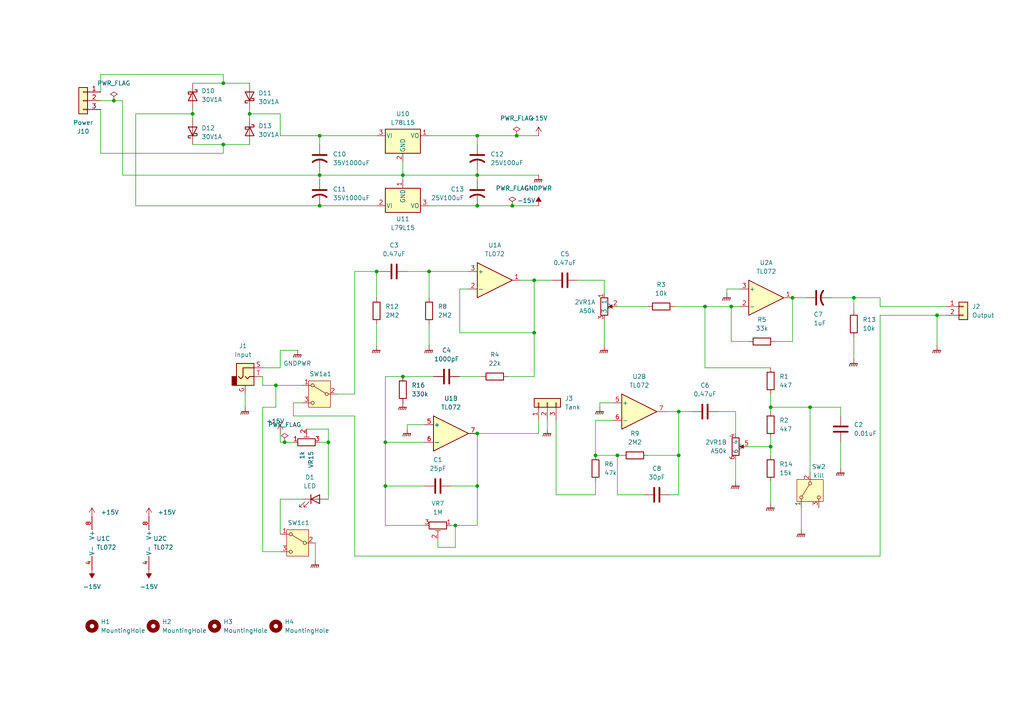
<source format=kicad_sch>
(kicad_sch
	(version 20250114)
	(generator "eeschema")
	(generator_version "9.0")
	(uuid "bb175fc0-f13d-4415-8630-2bbdc9c8566e")
	(paper "A4")
	(lib_symbols
		(symbol "@MyLibrary:double_vr"
			(exclude_from_sim no)
			(in_bom yes)
			(on_board yes)
			(property "Reference" "2VR"
				(at 2.286 3.302 0)
				(effects
					(font
						(size 1.27 1.27)
					)
				)
			)
			(property "Value" ""
				(at 0 0 0)
				(effects
					(font
						(size 1.27 1.27)
					)
				)
			)
			(property "Footprint" ""
				(at 0 0 0)
				(effects
					(font
						(size 1.27 1.27)
					)
					(hide yes)
				)
			)
			(property "Datasheet" ""
				(at 0 0 0)
				(effects
					(font
						(size 1.27 1.27)
					)
					(hide yes)
				)
			)
			(property "Description" ""
				(at 0 0 0)
				(effects
					(font
						(size 1.27 1.27)
					)
					(hide yes)
				)
			)
			(property "ki_locked" ""
				(at 0 0 0)
				(effects
					(font
						(size 1.27 1.27)
					)
				)
			)
			(symbol "double_vr_0_1"
				(rectangle
					(start -2.286 2.54)
					(end -0.254 -2.54)
					(stroke
						(width 0.254)
						(type default)
					)
					(fill
						(type none)
					)
				)
				(polyline
					(pts
						(xy -0.127 0) (xy 1.016 0.508) (xy 1.016 -0.508) (xy -0.127 0)
					)
					(stroke
						(width 0)
						(type default)
					)
					(fill
						(type outline)
					)
				)
				(polyline
					(pts
						(xy 1.27 0) (xy 0.254 0)
					)
					(stroke
						(width 0)
						(type default)
					)
					(fill
						(type none)
					)
				)
			)
			(symbol "double_vr_1_1"
				(pin passive line
					(at -1.27 3.81 270)
					(length 1.27)
					(name "1"
						(effects
							(font
								(size 1.27 1.27)
							)
						)
					)
					(number "1"
						(effects
							(font
								(size 1.27 1.27)
							)
						)
					)
				)
				(pin passive line
					(at -1.27 -3.81 90)
					(length 1.27)
					(name "3"
						(effects
							(font
								(size 1.27 1.27)
							)
						)
					)
					(number "3"
						(effects
							(font
								(size 1.27 1.27)
							)
						)
					)
				)
				(pin passive line
					(at 2.54 0 180)
					(length 1.27)
					(name "2"
						(effects
							(font
								(size 1.27 1.27)
							)
						)
					)
					(number "2"
						(effects
							(font
								(size 1.27 1.27)
							)
						)
					)
				)
			)
			(symbol "double_vr_2_1"
				(pin passive line
					(at -1.27 3.81 270)
					(length 1.27)
					(name "4"
						(effects
							(font
								(size 1.27 1.27)
							)
						)
					)
					(number "4"
						(effects
							(font
								(size 1.27 1.27)
							)
						)
					)
				)
				(pin passive line
					(at -1.27 -3.81 90)
					(length 1.27)
					(name "6"
						(effects
							(font
								(size 1.27 1.27)
							)
						)
					)
					(number "6"
						(effects
							(font
								(size 1.27 1.27)
							)
						)
					)
				)
				(pin passive line
					(at 2.54 0 180)
					(length 1.27)
					(name "5"
						(effects
							(font
								(size 1.27 1.27)
							)
						)
					)
					(number "5"
						(effects
							(font
								(size 1.27 1.27)
							)
						)
					)
				)
			)
			(embedded_fonts no)
		)
		(symbol "Amplifier_Operational:TL072"
			(pin_names
				(offset 0.127)
			)
			(exclude_from_sim no)
			(in_bom yes)
			(on_board yes)
			(property "Reference" "U"
				(at 0 5.08 0)
				(effects
					(font
						(size 1.27 1.27)
					)
					(justify left)
				)
			)
			(property "Value" "TL072"
				(at 0 -5.08 0)
				(effects
					(font
						(size 1.27 1.27)
					)
					(justify left)
				)
			)
			(property "Footprint" ""
				(at 0 0 0)
				(effects
					(font
						(size 1.27 1.27)
					)
					(hide yes)
				)
			)
			(property "Datasheet" "http://www.ti.com/lit/ds/symlink/tl071.pdf"
				(at 0 0 0)
				(effects
					(font
						(size 1.27 1.27)
					)
					(hide yes)
				)
			)
			(property "Description" "Dual Low-Noise JFET-Input Operational Amplifiers, DIP-8/SOIC-8"
				(at 0 0 0)
				(effects
					(font
						(size 1.27 1.27)
					)
					(hide yes)
				)
			)
			(property "ki_locked" ""
				(at 0 0 0)
				(effects
					(font
						(size 1.27 1.27)
					)
				)
			)
			(property "ki_keywords" "dual opamp"
				(at 0 0 0)
				(effects
					(font
						(size 1.27 1.27)
					)
					(hide yes)
				)
			)
			(property "ki_fp_filters" "SOIC*3.9x4.9mm*P1.27mm* DIP*W7.62mm* TO*99* OnSemi*Micro8* TSSOP*3x3mm*P0.65mm* TSSOP*4.4x3mm*P0.65mm* MSOP*3x3mm*P0.65mm* SSOP*3.9x4.9mm*P0.635mm* LFCSP*2x2mm*P0.5mm* *SIP* SOIC*5.3x6.2mm*P1.27mm*"
				(at 0 0 0)
				(effects
					(font
						(size 1.27 1.27)
					)
					(hide yes)
				)
			)
			(symbol "TL072_1_1"
				(polyline
					(pts
						(xy -5.08 5.08) (xy 5.08 0) (xy -5.08 -5.08) (xy -5.08 5.08)
					)
					(stroke
						(width 0.254)
						(type default)
					)
					(fill
						(type background)
					)
				)
				(pin input line
					(at -7.62 2.54 0)
					(length 2.54)
					(name "+"
						(effects
							(font
								(size 1.27 1.27)
							)
						)
					)
					(number "3"
						(effects
							(font
								(size 1.27 1.27)
							)
						)
					)
				)
				(pin input line
					(at -7.62 -2.54 0)
					(length 2.54)
					(name "-"
						(effects
							(font
								(size 1.27 1.27)
							)
						)
					)
					(number "2"
						(effects
							(font
								(size 1.27 1.27)
							)
						)
					)
				)
				(pin output line
					(at 7.62 0 180)
					(length 2.54)
					(name "~"
						(effects
							(font
								(size 1.27 1.27)
							)
						)
					)
					(number "1"
						(effects
							(font
								(size 1.27 1.27)
							)
						)
					)
				)
			)
			(symbol "TL072_2_1"
				(polyline
					(pts
						(xy -5.08 5.08) (xy 5.08 0) (xy -5.08 -5.08) (xy -5.08 5.08)
					)
					(stroke
						(width 0.254)
						(type default)
					)
					(fill
						(type background)
					)
				)
				(pin input line
					(at -7.62 2.54 0)
					(length 2.54)
					(name "+"
						(effects
							(font
								(size 1.27 1.27)
							)
						)
					)
					(number "5"
						(effects
							(font
								(size 1.27 1.27)
							)
						)
					)
				)
				(pin input line
					(at -7.62 -2.54 0)
					(length 2.54)
					(name "-"
						(effects
							(font
								(size 1.27 1.27)
							)
						)
					)
					(number "6"
						(effects
							(font
								(size 1.27 1.27)
							)
						)
					)
				)
				(pin output line
					(at 7.62 0 180)
					(length 2.54)
					(name "~"
						(effects
							(font
								(size 1.27 1.27)
							)
						)
					)
					(number "7"
						(effects
							(font
								(size 1.27 1.27)
							)
						)
					)
				)
			)
			(symbol "TL072_3_1"
				(pin power_in line
					(at -2.54 7.62 270)
					(length 3.81)
					(name "V+"
						(effects
							(font
								(size 1.27 1.27)
							)
						)
					)
					(number "8"
						(effects
							(font
								(size 1.27 1.27)
							)
						)
					)
				)
				(pin power_in line
					(at -2.54 -7.62 90)
					(length 3.81)
					(name "V-"
						(effects
							(font
								(size 1.27 1.27)
							)
						)
					)
					(number "4"
						(effects
							(font
								(size 1.27 1.27)
							)
						)
					)
				)
			)
			(embedded_fonts no)
		)
		(symbol "Connector_Audio:AudioJack2_Ground"
			(exclude_from_sim no)
			(in_bom yes)
			(on_board yes)
			(property "Reference" "J"
				(at 0 8.89 0)
				(effects
					(font
						(size 1.27 1.27)
					)
				)
			)
			(property "Value" "AudioJack2_Ground"
				(at 0 6.35 0)
				(effects
					(font
						(size 1.27 1.27)
					)
				)
			)
			(property "Footprint" ""
				(at 0 0 0)
				(effects
					(font
						(size 1.27 1.27)
					)
					(hide yes)
				)
			)
			(property "Datasheet" "~"
				(at 0 0 0)
				(effects
					(font
						(size 1.27 1.27)
					)
					(hide yes)
				)
			)
			(property "Description" "Audio Jack, 2 Poles (Mono / TS), Grounded Sleeve"
				(at 0 0 0)
				(effects
					(font
						(size 1.27 1.27)
					)
					(hide yes)
				)
			)
			(property "ki_keywords" "audio jack receptacle mono phone headphone TS connector"
				(at 0 0 0)
				(effects
					(font
						(size 1.27 1.27)
					)
					(hide yes)
				)
			)
			(property "ki_fp_filters" "Jack*"
				(at 0 0 0)
				(effects
					(font
						(size 1.27 1.27)
					)
					(hide yes)
				)
			)
			(symbol "AudioJack2_Ground_0_1"
				(rectangle
					(start -2.54 -2.54)
					(end -3.81 0)
					(stroke
						(width 0.254)
						(type default)
					)
					(fill
						(type outline)
					)
				)
				(polyline
					(pts
						(xy 0 0) (xy 0.635 -0.635) (xy 1.27 0) (xy 2.54 0)
					)
					(stroke
						(width 0.254)
						(type default)
					)
					(fill
						(type none)
					)
				)
				(rectangle
					(start 2.54 3.81)
					(end -2.54 -2.54)
					(stroke
						(width 0.254)
						(type default)
					)
					(fill
						(type background)
					)
				)
				(polyline
					(pts
						(xy 2.54 2.54) (xy -0.635 2.54) (xy -0.635 0) (xy -1.27 -0.635) (xy -1.905 0)
					)
					(stroke
						(width 0.254)
						(type default)
					)
					(fill
						(type none)
					)
				)
			)
			(symbol "AudioJack2_Ground_1_1"
				(pin passive line
					(at 0 -5.08 90)
					(length 2.54)
					(name "~"
						(effects
							(font
								(size 1.27 1.27)
							)
						)
					)
					(number "G"
						(effects
							(font
								(size 1.27 1.27)
							)
						)
					)
				)
				(pin passive line
					(at 5.08 2.54 180)
					(length 2.54)
					(name "~"
						(effects
							(font
								(size 1.27 1.27)
							)
						)
					)
					(number "S"
						(effects
							(font
								(size 1.27 1.27)
							)
						)
					)
				)
				(pin passive line
					(at 5.08 0 180)
					(length 2.54)
					(name "~"
						(effects
							(font
								(size 1.27 1.27)
							)
						)
					)
					(number "T"
						(effects
							(font
								(size 1.27 1.27)
							)
						)
					)
				)
			)
			(embedded_fonts no)
		)
		(symbol "Connector_Generic:Conn_01x02"
			(pin_names
				(offset 1.016)
				(hide yes)
			)
			(exclude_from_sim no)
			(in_bom yes)
			(on_board yes)
			(property "Reference" "J"
				(at 0 2.54 0)
				(effects
					(font
						(size 1.27 1.27)
					)
				)
			)
			(property "Value" "Conn_01x02"
				(at 0 -5.08 0)
				(effects
					(font
						(size 1.27 1.27)
					)
				)
			)
			(property "Footprint" ""
				(at 0 0 0)
				(effects
					(font
						(size 1.27 1.27)
					)
					(hide yes)
				)
			)
			(property "Datasheet" "~"
				(at 0 0 0)
				(effects
					(font
						(size 1.27 1.27)
					)
					(hide yes)
				)
			)
			(property "Description" "Generic connector, single row, 01x02, script generated (kicad-library-utils/schlib/autogen/connector/)"
				(at 0 0 0)
				(effects
					(font
						(size 1.27 1.27)
					)
					(hide yes)
				)
			)
			(property "ki_keywords" "connector"
				(at 0 0 0)
				(effects
					(font
						(size 1.27 1.27)
					)
					(hide yes)
				)
			)
			(property "ki_fp_filters" "Connector*:*_1x??_*"
				(at 0 0 0)
				(effects
					(font
						(size 1.27 1.27)
					)
					(hide yes)
				)
			)
			(symbol "Conn_01x02_1_1"
				(rectangle
					(start -1.27 1.27)
					(end 1.27 -3.81)
					(stroke
						(width 0.254)
						(type default)
					)
					(fill
						(type background)
					)
				)
				(rectangle
					(start -1.27 0.127)
					(end 0 -0.127)
					(stroke
						(width 0.1524)
						(type default)
					)
					(fill
						(type none)
					)
				)
				(rectangle
					(start -1.27 -2.413)
					(end 0 -2.667)
					(stroke
						(width 0.1524)
						(type default)
					)
					(fill
						(type none)
					)
				)
				(pin passive line
					(at -5.08 0 0)
					(length 3.81)
					(name "Pin_1"
						(effects
							(font
								(size 1.27 1.27)
							)
						)
					)
					(number "1"
						(effects
							(font
								(size 1.27 1.27)
							)
						)
					)
				)
				(pin passive line
					(at -5.08 -2.54 0)
					(length 3.81)
					(name "Pin_2"
						(effects
							(font
								(size 1.27 1.27)
							)
						)
					)
					(number "2"
						(effects
							(font
								(size 1.27 1.27)
							)
						)
					)
				)
			)
			(embedded_fonts no)
		)
		(symbol "Connector_Generic:Conn_01x03"
			(pin_names
				(offset 1.016)
				(hide yes)
			)
			(exclude_from_sim no)
			(in_bom yes)
			(on_board yes)
			(property "Reference" "J"
				(at 0 5.08 0)
				(effects
					(font
						(size 1.27 1.27)
					)
				)
			)
			(property "Value" "Conn_01x03"
				(at 0 -5.08 0)
				(effects
					(font
						(size 1.27 1.27)
					)
				)
			)
			(property "Footprint" ""
				(at 0 0 0)
				(effects
					(font
						(size 1.27 1.27)
					)
					(hide yes)
				)
			)
			(property "Datasheet" "~"
				(at 0 0 0)
				(effects
					(font
						(size 1.27 1.27)
					)
					(hide yes)
				)
			)
			(property "Description" "Generic connector, single row, 01x03, script generated (kicad-library-utils/schlib/autogen/connector/)"
				(at 0 0 0)
				(effects
					(font
						(size 1.27 1.27)
					)
					(hide yes)
				)
			)
			(property "ki_keywords" "connector"
				(at 0 0 0)
				(effects
					(font
						(size 1.27 1.27)
					)
					(hide yes)
				)
			)
			(property "ki_fp_filters" "Connector*:*_1x??_*"
				(at 0 0 0)
				(effects
					(font
						(size 1.27 1.27)
					)
					(hide yes)
				)
			)
			(symbol "Conn_01x03_1_1"
				(rectangle
					(start -1.27 3.81)
					(end 1.27 -3.81)
					(stroke
						(width 0.254)
						(type default)
					)
					(fill
						(type background)
					)
				)
				(rectangle
					(start -1.27 2.667)
					(end 0 2.413)
					(stroke
						(width 0.1524)
						(type default)
					)
					(fill
						(type none)
					)
				)
				(rectangle
					(start -1.27 0.127)
					(end 0 -0.127)
					(stroke
						(width 0.1524)
						(type default)
					)
					(fill
						(type none)
					)
				)
				(rectangle
					(start -1.27 -2.413)
					(end 0 -2.667)
					(stroke
						(width 0.1524)
						(type default)
					)
					(fill
						(type none)
					)
				)
				(pin passive line
					(at -5.08 2.54 0)
					(length 3.81)
					(name "Pin_1"
						(effects
							(font
								(size 1.27 1.27)
							)
						)
					)
					(number "1"
						(effects
							(font
								(size 1.27 1.27)
							)
						)
					)
				)
				(pin passive line
					(at -5.08 0 0)
					(length 3.81)
					(name "Pin_2"
						(effects
							(font
								(size 1.27 1.27)
							)
						)
					)
					(number "2"
						(effects
							(font
								(size 1.27 1.27)
							)
						)
					)
				)
				(pin passive line
					(at -5.08 -2.54 0)
					(length 3.81)
					(name "Pin_3"
						(effects
							(font
								(size 1.27 1.27)
							)
						)
					)
					(number "3"
						(effects
							(font
								(size 1.27 1.27)
							)
						)
					)
				)
			)
			(embedded_fonts no)
		)
		(symbol "Device:C"
			(pin_numbers
				(hide yes)
			)
			(pin_names
				(offset 0.254)
			)
			(exclude_from_sim no)
			(in_bom yes)
			(on_board yes)
			(property "Reference" "C"
				(at 0.635 2.54 0)
				(effects
					(font
						(size 1.27 1.27)
					)
					(justify left)
				)
			)
			(property "Value" "C"
				(at 0.635 -2.54 0)
				(effects
					(font
						(size 1.27 1.27)
					)
					(justify left)
				)
			)
			(property "Footprint" ""
				(at 0.9652 -3.81 0)
				(effects
					(font
						(size 1.27 1.27)
					)
					(hide yes)
				)
			)
			(property "Datasheet" "~"
				(at 0 0 0)
				(effects
					(font
						(size 1.27 1.27)
					)
					(hide yes)
				)
			)
			(property "Description" "Unpolarized capacitor"
				(at 0 0 0)
				(effects
					(font
						(size 1.27 1.27)
					)
					(hide yes)
				)
			)
			(property "ki_keywords" "cap capacitor"
				(at 0 0 0)
				(effects
					(font
						(size 1.27 1.27)
					)
					(hide yes)
				)
			)
			(property "ki_fp_filters" "C_*"
				(at 0 0 0)
				(effects
					(font
						(size 1.27 1.27)
					)
					(hide yes)
				)
			)
			(symbol "C_0_1"
				(polyline
					(pts
						(xy -2.032 0.762) (xy 2.032 0.762)
					)
					(stroke
						(width 0.508)
						(type default)
					)
					(fill
						(type none)
					)
				)
				(polyline
					(pts
						(xy -2.032 -0.762) (xy 2.032 -0.762)
					)
					(stroke
						(width 0.508)
						(type default)
					)
					(fill
						(type none)
					)
				)
			)
			(symbol "C_1_1"
				(pin passive line
					(at 0 3.81 270)
					(length 2.794)
					(name "~"
						(effects
							(font
								(size 1.27 1.27)
							)
						)
					)
					(number "1"
						(effects
							(font
								(size 1.27 1.27)
							)
						)
					)
				)
				(pin passive line
					(at 0 -3.81 90)
					(length 2.794)
					(name "~"
						(effects
							(font
								(size 1.27 1.27)
							)
						)
					)
					(number "2"
						(effects
							(font
								(size 1.27 1.27)
							)
						)
					)
				)
			)
			(embedded_fonts no)
		)
		(symbol "Device:C_US"
			(pin_numbers
				(hide yes)
			)
			(pin_names
				(offset 0.254)
				(hide yes)
			)
			(exclude_from_sim no)
			(in_bom yes)
			(on_board yes)
			(property "Reference" "C"
				(at 0.635 2.54 0)
				(effects
					(font
						(size 1.27 1.27)
					)
					(justify left)
				)
			)
			(property "Value" "C_US"
				(at 0.635 -2.54 0)
				(effects
					(font
						(size 1.27 1.27)
					)
					(justify left)
				)
			)
			(property "Footprint" ""
				(at 0 0 0)
				(effects
					(font
						(size 1.27 1.27)
					)
					(hide yes)
				)
			)
			(property "Datasheet" ""
				(at 0 0 0)
				(effects
					(font
						(size 1.27 1.27)
					)
					(hide yes)
				)
			)
			(property "Description" "capacitor, US symbol"
				(at 0 0 0)
				(effects
					(font
						(size 1.27 1.27)
					)
					(hide yes)
				)
			)
			(property "ki_keywords" "cap capacitor"
				(at 0 0 0)
				(effects
					(font
						(size 1.27 1.27)
					)
					(hide yes)
				)
			)
			(property "ki_fp_filters" "C_*"
				(at 0 0 0)
				(effects
					(font
						(size 1.27 1.27)
					)
					(hide yes)
				)
			)
			(symbol "C_US_0_1"
				(polyline
					(pts
						(xy -2.032 0.762) (xy 2.032 0.762)
					)
					(stroke
						(width 0.508)
						(type default)
					)
					(fill
						(type none)
					)
				)
				(arc
					(start -2.032 -1.27)
					(mid 0 -0.5572)
					(end 2.032 -1.27)
					(stroke
						(width 0.508)
						(type default)
					)
					(fill
						(type none)
					)
				)
			)
			(symbol "C_US_1_1"
				(pin passive line
					(at 0 3.81 270)
					(length 2.794)
					(name "~"
						(effects
							(font
								(size 1.27 1.27)
							)
						)
					)
					(number "1"
						(effects
							(font
								(size 1.27 1.27)
							)
						)
					)
				)
				(pin passive line
					(at 0 -3.81 90)
					(length 3.302)
					(name "~"
						(effects
							(font
								(size 1.27 1.27)
							)
						)
					)
					(number "2"
						(effects
							(font
								(size 1.27 1.27)
							)
						)
					)
				)
			)
			(embedded_fonts no)
		)
		(symbol "Device:LED"
			(pin_numbers
				(hide yes)
			)
			(pin_names
				(offset 1.016)
				(hide yes)
			)
			(exclude_from_sim no)
			(in_bom yes)
			(on_board yes)
			(property "Reference" "D"
				(at 0 2.54 0)
				(effects
					(font
						(size 1.27 1.27)
					)
				)
			)
			(property "Value" "LED"
				(at 0 -2.54 0)
				(effects
					(font
						(size 1.27 1.27)
					)
				)
			)
			(property "Footprint" ""
				(at 0 0 0)
				(effects
					(font
						(size 1.27 1.27)
					)
					(hide yes)
				)
			)
			(property "Datasheet" "~"
				(at 0 0 0)
				(effects
					(font
						(size 1.27 1.27)
					)
					(hide yes)
				)
			)
			(property "Description" "Light emitting diode"
				(at 0 0 0)
				(effects
					(font
						(size 1.27 1.27)
					)
					(hide yes)
				)
			)
			(property "Sim.Pins" "1=K 2=A"
				(at 0 0 0)
				(effects
					(font
						(size 1.27 1.27)
					)
					(hide yes)
				)
			)
			(property "ki_keywords" "LED diode"
				(at 0 0 0)
				(effects
					(font
						(size 1.27 1.27)
					)
					(hide yes)
				)
			)
			(property "ki_fp_filters" "LED* LED_SMD:* LED_THT:*"
				(at 0 0 0)
				(effects
					(font
						(size 1.27 1.27)
					)
					(hide yes)
				)
			)
			(symbol "LED_0_1"
				(polyline
					(pts
						(xy -3.048 -0.762) (xy -4.572 -2.286) (xy -3.81 -2.286) (xy -4.572 -2.286) (xy -4.572 -1.524)
					)
					(stroke
						(width 0)
						(type default)
					)
					(fill
						(type none)
					)
				)
				(polyline
					(pts
						(xy -1.778 -0.762) (xy -3.302 -2.286) (xy -2.54 -2.286) (xy -3.302 -2.286) (xy -3.302 -1.524)
					)
					(stroke
						(width 0)
						(type default)
					)
					(fill
						(type none)
					)
				)
				(polyline
					(pts
						(xy -1.27 0) (xy 1.27 0)
					)
					(stroke
						(width 0)
						(type default)
					)
					(fill
						(type none)
					)
				)
				(polyline
					(pts
						(xy -1.27 -1.27) (xy -1.27 1.27)
					)
					(stroke
						(width 0.254)
						(type default)
					)
					(fill
						(type none)
					)
				)
				(polyline
					(pts
						(xy 1.27 -1.27) (xy 1.27 1.27) (xy -1.27 0) (xy 1.27 -1.27)
					)
					(stroke
						(width 0.254)
						(type default)
					)
					(fill
						(type none)
					)
				)
			)
			(symbol "LED_1_1"
				(pin passive line
					(at -3.81 0 0)
					(length 2.54)
					(name "K"
						(effects
							(font
								(size 1.27 1.27)
							)
						)
					)
					(number "1"
						(effects
							(font
								(size 1.27 1.27)
							)
						)
					)
				)
				(pin passive line
					(at 3.81 0 180)
					(length 2.54)
					(name "A"
						(effects
							(font
								(size 1.27 1.27)
							)
						)
					)
					(number "2"
						(effects
							(font
								(size 1.27 1.27)
							)
						)
					)
				)
			)
			(embedded_fonts no)
		)
		(symbol "Device:R"
			(pin_numbers
				(hide yes)
			)
			(pin_names
				(offset 0)
			)
			(exclude_from_sim no)
			(in_bom yes)
			(on_board yes)
			(property "Reference" "R"
				(at 2.032 0 90)
				(effects
					(font
						(size 1.27 1.27)
					)
				)
			)
			(property "Value" "R"
				(at 0 0 90)
				(effects
					(font
						(size 1.27 1.27)
					)
				)
			)
			(property "Footprint" ""
				(at -1.778 0 90)
				(effects
					(font
						(size 1.27 1.27)
					)
					(hide yes)
				)
			)
			(property "Datasheet" "~"
				(at 0 0 0)
				(effects
					(font
						(size 1.27 1.27)
					)
					(hide yes)
				)
			)
			(property "Description" "Resistor"
				(at 0 0 0)
				(effects
					(font
						(size 1.27 1.27)
					)
					(hide yes)
				)
			)
			(property "ki_keywords" "R res resistor"
				(at 0 0 0)
				(effects
					(font
						(size 1.27 1.27)
					)
					(hide yes)
				)
			)
			(property "ki_fp_filters" "R_*"
				(at 0 0 0)
				(effects
					(font
						(size 1.27 1.27)
					)
					(hide yes)
				)
			)
			(symbol "R_0_1"
				(rectangle
					(start -1.016 -2.54)
					(end 1.016 2.54)
					(stroke
						(width 0.254)
						(type default)
					)
					(fill
						(type none)
					)
				)
			)
			(symbol "R_1_1"
				(pin passive line
					(at 0 3.81 270)
					(length 1.27)
					(name "~"
						(effects
							(font
								(size 1.27 1.27)
							)
						)
					)
					(number "1"
						(effects
							(font
								(size 1.27 1.27)
							)
						)
					)
				)
				(pin passive line
					(at 0 -3.81 90)
					(length 1.27)
					(name "~"
						(effects
							(font
								(size 1.27 1.27)
							)
						)
					)
					(number "2"
						(effects
							(font
								(size 1.27 1.27)
							)
						)
					)
				)
			)
			(embedded_fonts no)
		)
		(symbol "Device:R_Potentiometer_Trim"
			(pin_names
				(offset 1.016)
				(hide yes)
			)
			(exclude_from_sim no)
			(in_bom yes)
			(on_board yes)
			(property "Reference" "RV"
				(at -4.445 0 90)
				(effects
					(font
						(size 1.27 1.27)
					)
				)
			)
			(property "Value" "R_Potentiometer_Trim"
				(at -2.54 0 90)
				(effects
					(font
						(size 1.27 1.27)
					)
				)
			)
			(property "Footprint" ""
				(at 0 0 0)
				(effects
					(font
						(size 1.27 1.27)
					)
					(hide yes)
				)
			)
			(property "Datasheet" "~"
				(at 0 0 0)
				(effects
					(font
						(size 1.27 1.27)
					)
					(hide yes)
				)
			)
			(property "Description" "Trim-potentiometer"
				(at 0 0 0)
				(effects
					(font
						(size 1.27 1.27)
					)
					(hide yes)
				)
			)
			(property "ki_keywords" "resistor variable trimpot trimmer"
				(at 0 0 0)
				(effects
					(font
						(size 1.27 1.27)
					)
					(hide yes)
				)
			)
			(property "ki_fp_filters" "Potentiometer*"
				(at 0 0 0)
				(effects
					(font
						(size 1.27 1.27)
					)
					(hide yes)
				)
			)
			(symbol "R_Potentiometer_Trim_0_1"
				(rectangle
					(start 1.016 2.54)
					(end -1.016 -2.54)
					(stroke
						(width 0.254)
						(type default)
					)
					(fill
						(type none)
					)
				)
				(polyline
					(pts
						(xy 1.524 0.762) (xy 1.524 -0.762)
					)
					(stroke
						(width 0)
						(type default)
					)
					(fill
						(type none)
					)
				)
				(polyline
					(pts
						(xy 2.54 0) (xy 1.524 0)
					)
					(stroke
						(width 0)
						(type default)
					)
					(fill
						(type none)
					)
				)
			)
			(symbol "R_Potentiometer_Trim_1_1"
				(pin passive line
					(at 0 3.81 270)
					(length 1.27)
					(name "1"
						(effects
							(font
								(size 1.27 1.27)
							)
						)
					)
					(number "1"
						(effects
							(font
								(size 1.27 1.27)
							)
						)
					)
				)
				(pin passive line
					(at 0 -3.81 90)
					(length 1.27)
					(name "3"
						(effects
							(font
								(size 1.27 1.27)
							)
						)
					)
					(number "3"
						(effects
							(font
								(size 1.27 1.27)
							)
						)
					)
				)
				(pin passive line
					(at 3.81 0 180)
					(length 1.27)
					(name "2"
						(effects
							(font
								(size 1.27 1.27)
							)
						)
					)
					(number "2"
						(effects
							(font
								(size 1.27 1.27)
							)
						)
					)
				)
			)
			(embedded_fonts no)
		)
		(symbol "Diode:1N5817"
			(pin_numbers
				(hide yes)
			)
			(pin_names
				(offset 1.016)
				(hide yes)
			)
			(exclude_from_sim no)
			(in_bom yes)
			(on_board yes)
			(property "Reference" "D"
				(at 0 2.54 0)
				(effects
					(font
						(size 1.27 1.27)
					)
				)
			)
			(property "Value" "1N5817"
				(at 0 -2.54 0)
				(effects
					(font
						(size 1.27 1.27)
					)
				)
			)
			(property "Footprint" "Diode_THT:D_DO-41_SOD81_P10.16mm_Horizontal"
				(at 0 -4.445 0)
				(effects
					(font
						(size 1.27 1.27)
					)
					(hide yes)
				)
			)
			(property "Datasheet" "http://www.vishay.com/docs/88525/1n5817.pdf"
				(at 0 0 0)
				(effects
					(font
						(size 1.27 1.27)
					)
					(hide yes)
				)
			)
			(property "Description" "20V 1A Schottky Barrier Rectifier Diode, DO-41"
				(at 0 0 0)
				(effects
					(font
						(size 1.27 1.27)
					)
					(hide yes)
				)
			)
			(property "ki_keywords" "diode Schottky"
				(at 0 0 0)
				(effects
					(font
						(size 1.27 1.27)
					)
					(hide yes)
				)
			)
			(property "ki_fp_filters" "D*DO?41*"
				(at 0 0 0)
				(effects
					(font
						(size 1.27 1.27)
					)
					(hide yes)
				)
			)
			(symbol "1N5817_0_1"
				(polyline
					(pts
						(xy -1.905 0.635) (xy -1.905 1.27) (xy -1.27 1.27) (xy -1.27 -1.27) (xy -0.635 -1.27) (xy -0.635 -0.635)
					)
					(stroke
						(width 0.254)
						(type default)
					)
					(fill
						(type none)
					)
				)
				(polyline
					(pts
						(xy 1.27 1.27) (xy 1.27 -1.27) (xy -1.27 0) (xy 1.27 1.27)
					)
					(stroke
						(width 0.254)
						(type default)
					)
					(fill
						(type none)
					)
				)
				(polyline
					(pts
						(xy 1.27 0) (xy -1.27 0)
					)
					(stroke
						(width 0)
						(type default)
					)
					(fill
						(type none)
					)
				)
			)
			(symbol "1N5817_1_1"
				(pin passive line
					(at -3.81 0 0)
					(length 2.54)
					(name "K"
						(effects
							(font
								(size 1.27 1.27)
							)
						)
					)
					(number "1"
						(effects
							(font
								(size 1.27 1.27)
							)
						)
					)
				)
				(pin passive line
					(at 3.81 0 180)
					(length 2.54)
					(name "A"
						(effects
							(font
								(size 1.27 1.27)
							)
						)
					)
					(number "2"
						(effects
							(font
								(size 1.27 1.27)
							)
						)
					)
				)
			)
			(embedded_fonts no)
		)
		(symbol "Mechanical:MountingHole"
			(pin_names
				(offset 1.016)
			)
			(exclude_from_sim no)
			(in_bom no)
			(on_board yes)
			(property "Reference" "H"
				(at 0 5.08 0)
				(effects
					(font
						(size 1.27 1.27)
					)
				)
			)
			(property "Value" "MountingHole"
				(at 0 3.175 0)
				(effects
					(font
						(size 1.27 1.27)
					)
				)
			)
			(property "Footprint" ""
				(at 0 0 0)
				(effects
					(font
						(size 1.27 1.27)
					)
					(hide yes)
				)
			)
			(property "Datasheet" "~"
				(at 0 0 0)
				(effects
					(font
						(size 1.27 1.27)
					)
					(hide yes)
				)
			)
			(property "Description" "Mounting Hole without connection"
				(at 0 0 0)
				(effects
					(font
						(size 1.27 1.27)
					)
					(hide yes)
				)
			)
			(property "ki_keywords" "mounting hole"
				(at 0 0 0)
				(effects
					(font
						(size 1.27 1.27)
					)
					(hide yes)
				)
			)
			(property "ki_fp_filters" "MountingHole*"
				(at 0 0 0)
				(effects
					(font
						(size 1.27 1.27)
					)
					(hide yes)
				)
			)
			(symbol "MountingHole_0_1"
				(circle
					(center 0 0)
					(radius 1.27)
					(stroke
						(width 1.27)
						(type default)
					)
					(fill
						(type none)
					)
				)
			)
			(embedded_fonts no)
		)
		(symbol "Regulator_Linear:L78L12_TO92"
			(pin_names
				(offset 0.254)
			)
			(exclude_from_sim no)
			(in_bom yes)
			(on_board yes)
			(property "Reference" "U"
				(at -3.81 3.175 0)
				(effects
					(font
						(size 1.27 1.27)
					)
				)
			)
			(property "Value" "L78L12_TO92"
				(at 0 3.175 0)
				(effects
					(font
						(size 1.27 1.27)
					)
					(justify left)
				)
			)
			(property "Footprint" "Package_TO_SOT_THT:TO-92_Inline"
				(at 0 5.715 0)
				(effects
					(font
						(size 1.27 1.27)
						(italic yes)
					)
					(hide yes)
				)
			)
			(property "Datasheet" "http://www.st.com/content/ccc/resource/technical/document/datasheet/15/55/e5/aa/23/5b/43/fd/CD00000446.pdf/files/CD00000446.pdf/jcr:content/translations/en.CD00000446.pdf"
				(at 0 -1.27 0)
				(effects
					(font
						(size 1.27 1.27)
					)
					(hide yes)
				)
			)
			(property "Description" "Positive 100mA 30V Linear Regulator, Fixed Output 12V, TO-92"
				(at 0 0 0)
				(effects
					(font
						(size 1.27 1.27)
					)
					(hide yes)
				)
			)
			(property "ki_keywords" "Voltage Regulator 100mA Positive"
				(at 0 0 0)
				(effects
					(font
						(size 1.27 1.27)
					)
					(hide yes)
				)
			)
			(property "ki_fp_filters" "TO?92*"
				(at 0 0 0)
				(effects
					(font
						(size 1.27 1.27)
					)
					(hide yes)
				)
			)
			(symbol "L78L12_TO92_0_1"
				(rectangle
					(start -5.08 -5.08)
					(end 5.08 1.905)
					(stroke
						(width 0.254)
						(type default)
					)
					(fill
						(type background)
					)
				)
			)
			(symbol "L78L12_TO92_1_1"
				(pin power_in line
					(at -7.62 0 0)
					(length 2.54)
					(name "VI"
						(effects
							(font
								(size 1.27 1.27)
							)
						)
					)
					(number "3"
						(effects
							(font
								(size 1.27 1.27)
							)
						)
					)
				)
				(pin power_in line
					(at 0 -7.62 90)
					(length 2.54)
					(name "GND"
						(effects
							(font
								(size 1.27 1.27)
							)
						)
					)
					(number "2"
						(effects
							(font
								(size 1.27 1.27)
							)
						)
					)
				)
				(pin power_out line
					(at 7.62 0 180)
					(length 2.54)
					(name "VO"
						(effects
							(font
								(size 1.27 1.27)
							)
						)
					)
					(number "1"
						(effects
							(font
								(size 1.27 1.27)
							)
						)
					)
				)
			)
			(embedded_fonts no)
		)
		(symbol "Regulator_Linear:L79L12_TO92"
			(pin_names
				(offset 0.254)
			)
			(exclude_from_sim no)
			(in_bom yes)
			(on_board yes)
			(property "Reference" "U"
				(at -3.81 -3.175 0)
				(effects
					(font
						(size 1.27 1.27)
					)
				)
			)
			(property "Value" "L79L12_TO92"
				(at 0 -3.175 0)
				(effects
					(font
						(size 1.27 1.27)
					)
					(justify left)
				)
			)
			(property "Footprint" "Package_TO_SOT_THT:TO-92_Inline"
				(at 0 -5.08 0)
				(effects
					(font
						(size 1.27 1.27)
						(italic yes)
					)
					(hide yes)
				)
			)
			(property "Datasheet" "http://www.farnell.com/datasheets/1827870.pdf"
				(at 0 0 0)
				(effects
					(font
						(size 1.27 1.27)
					)
					(hide yes)
				)
			)
			(property "Description" "Negative 100mA -30V Linear Regulator, Fixed Output -5V, TO-92"
				(at 0 0 0)
				(effects
					(font
						(size 1.27 1.27)
					)
					(hide yes)
				)
			)
			(property "ki_keywords" "Voltage Regulator 100mA Negative"
				(at 0 0 0)
				(effects
					(font
						(size 1.27 1.27)
					)
					(hide yes)
				)
			)
			(property "ki_fp_filters" "TO?92*"
				(at 0 0 0)
				(effects
					(font
						(size 1.27 1.27)
					)
					(hide yes)
				)
			)
			(symbol "L79L12_TO92_0_1"
				(rectangle
					(start -5.08 5.08)
					(end 5.08 -1.905)
					(stroke
						(width 0.254)
						(type default)
					)
					(fill
						(type background)
					)
				)
			)
			(symbol "L79L12_TO92_1_1"
				(pin power_in line
					(at -7.62 0 0)
					(length 2.54)
					(name "VI"
						(effects
							(font
								(size 1.27 1.27)
							)
						)
					)
					(number "2"
						(effects
							(font
								(size 1.27 1.27)
							)
						)
					)
				)
				(pin power_in line
					(at 0 7.62 270)
					(length 2.54)
					(name "GND"
						(effects
							(font
								(size 1.27 1.27)
							)
						)
					)
					(number "1"
						(effects
							(font
								(size 1.27 1.27)
							)
						)
					)
				)
				(pin power_out line
					(at 7.62 0 180)
					(length 2.54)
					(name "VO"
						(effects
							(font
								(size 1.27 1.27)
							)
						)
					)
					(number "3"
						(effects
							(font
								(size 1.27 1.27)
							)
						)
					)
				)
			)
			(embedded_fonts no)
		)
		(symbol "Switch:SW_SPDT"
			(pin_names
				(offset 0)
				(hide yes)
			)
			(exclude_from_sim no)
			(in_bom yes)
			(on_board yes)
			(property "Reference" "SW"
				(at 0 5.08 0)
				(effects
					(font
						(size 1.27 1.27)
					)
				)
			)
			(property "Value" "SW_SPDT"
				(at 0 -5.08 0)
				(effects
					(font
						(size 1.27 1.27)
					)
				)
			)
			(property "Footprint" ""
				(at 0 0 0)
				(effects
					(font
						(size 1.27 1.27)
					)
					(hide yes)
				)
			)
			(property "Datasheet" "~"
				(at 0 -7.62 0)
				(effects
					(font
						(size 1.27 1.27)
					)
					(hide yes)
				)
			)
			(property "Description" "Switch, single pole double throw"
				(at 0 0 0)
				(effects
					(font
						(size 1.27 1.27)
					)
					(hide yes)
				)
			)
			(property "ki_keywords" "switch single-pole double-throw spdt ON-ON"
				(at 0 0 0)
				(effects
					(font
						(size 1.27 1.27)
					)
					(hide yes)
				)
			)
			(symbol "SW_SPDT_0_1"
				(circle
					(center -2.032 0)
					(radius 0.4572)
					(stroke
						(width 0)
						(type default)
					)
					(fill
						(type none)
					)
				)
				(polyline
					(pts
						(xy -1.651 0.254) (xy 1.651 2.286)
					)
					(stroke
						(width 0)
						(type default)
					)
					(fill
						(type none)
					)
				)
				(circle
					(center 2.032 2.54)
					(radius 0.4572)
					(stroke
						(width 0)
						(type default)
					)
					(fill
						(type none)
					)
				)
				(circle
					(center 2.032 -2.54)
					(radius 0.4572)
					(stroke
						(width 0)
						(type default)
					)
					(fill
						(type none)
					)
				)
			)
			(symbol "SW_SPDT_1_1"
				(rectangle
					(start -3.175 3.81)
					(end 3.175 -3.81)
					(stroke
						(width 0)
						(type default)
					)
					(fill
						(type background)
					)
				)
				(pin passive line
					(at -5.08 0 0)
					(length 2.54)
					(name "B"
						(effects
							(font
								(size 1.27 1.27)
							)
						)
					)
					(number "2"
						(effects
							(font
								(size 1.27 1.27)
							)
						)
					)
				)
				(pin passive line
					(at 5.08 2.54 180)
					(length 2.54)
					(name "A"
						(effects
							(font
								(size 1.27 1.27)
							)
						)
					)
					(number "1"
						(effects
							(font
								(size 1.27 1.27)
							)
						)
					)
				)
				(pin passive line
					(at 5.08 -2.54 180)
					(length 2.54)
					(name "C"
						(effects
							(font
								(size 1.27 1.27)
							)
						)
					)
					(number "3"
						(effects
							(font
								(size 1.27 1.27)
							)
						)
					)
				)
			)
			(embedded_fonts no)
		)
		(symbol "power:+9V"
			(power)
			(pin_numbers
				(hide yes)
			)
			(pin_names
				(offset 0)
				(hide yes)
			)
			(exclude_from_sim no)
			(in_bom yes)
			(on_board yes)
			(property "Reference" "#PWR"
				(at 0 -3.81 0)
				(effects
					(font
						(size 1.27 1.27)
					)
					(hide yes)
				)
			)
			(property "Value" "+9V"
				(at 0 3.556 0)
				(effects
					(font
						(size 1.27 1.27)
					)
				)
			)
			(property "Footprint" ""
				(at 0 0 0)
				(effects
					(font
						(size 1.27 1.27)
					)
					(hide yes)
				)
			)
			(property "Datasheet" ""
				(at 0 0 0)
				(effects
					(font
						(size 1.27 1.27)
					)
					(hide yes)
				)
			)
			(property "Description" "Power symbol creates a global label with name \"+9V\""
				(at 0 0 0)
				(effects
					(font
						(size 1.27 1.27)
					)
					(hide yes)
				)
			)
			(property "ki_keywords" "global power"
				(at 0 0 0)
				(effects
					(font
						(size 1.27 1.27)
					)
					(hide yes)
				)
			)
			(symbol "+9V_0_1"
				(polyline
					(pts
						(xy -0.762 1.27) (xy 0 2.54)
					)
					(stroke
						(width 0)
						(type default)
					)
					(fill
						(type none)
					)
				)
				(polyline
					(pts
						(xy 0 2.54) (xy 0.762 1.27)
					)
					(stroke
						(width 0)
						(type default)
					)
					(fill
						(type none)
					)
				)
				(polyline
					(pts
						(xy 0 0) (xy 0 2.54)
					)
					(stroke
						(width 0)
						(type default)
					)
					(fill
						(type none)
					)
				)
			)
			(symbol "+9V_1_1"
				(pin power_in line
					(at 0 0 90)
					(length 0)
					(name "~"
						(effects
							(font
								(size 1.27 1.27)
							)
						)
					)
					(number "1"
						(effects
							(font
								(size 1.27 1.27)
							)
						)
					)
				)
			)
			(embedded_fonts no)
		)
		(symbol "power:-9V"
			(power)
			(pin_numbers
				(hide yes)
			)
			(pin_names
				(offset 0)
				(hide yes)
			)
			(exclude_from_sim no)
			(in_bom yes)
			(on_board yes)
			(property "Reference" "#PWR"
				(at 0 -3.81 0)
				(effects
					(font
						(size 1.27 1.27)
					)
					(hide yes)
				)
			)
			(property "Value" "-9V"
				(at 0 3.556 0)
				(effects
					(font
						(size 1.27 1.27)
					)
				)
			)
			(property "Footprint" ""
				(at 0 0 0)
				(effects
					(font
						(size 1.27 1.27)
					)
					(hide yes)
				)
			)
			(property "Datasheet" ""
				(at 0 0 0)
				(effects
					(font
						(size 1.27 1.27)
					)
					(hide yes)
				)
			)
			(property "Description" "Power symbol creates a global label with name \"-9V\""
				(at 0 0 0)
				(effects
					(font
						(size 1.27 1.27)
					)
					(hide yes)
				)
			)
			(property "ki_keywords" "global power"
				(at 0 0 0)
				(effects
					(font
						(size 1.27 1.27)
					)
					(hide yes)
				)
			)
			(symbol "-9V_0_1"
				(polyline
					(pts
						(xy 0 0) (xy 0 2.54)
					)
					(stroke
						(width 0)
						(type default)
					)
					(fill
						(type none)
					)
				)
				(polyline
					(pts
						(xy 0.762 1.27) (xy -0.762 1.27) (xy 0 2.54) (xy 0.762 1.27)
					)
					(stroke
						(width 0)
						(type default)
					)
					(fill
						(type outline)
					)
				)
			)
			(symbol "-9V_1_1"
				(pin power_in line
					(at 0 0 90)
					(length 0)
					(name "~"
						(effects
							(font
								(size 1.27 1.27)
							)
						)
					)
					(number "1"
						(effects
							(font
								(size 1.27 1.27)
							)
						)
					)
				)
			)
			(embedded_fonts no)
		)
		(symbol "power:GNDPWR"
			(power)
			(pin_numbers
				(hide yes)
			)
			(pin_names
				(offset 0)
				(hide yes)
			)
			(exclude_from_sim no)
			(in_bom yes)
			(on_board yes)
			(property "Reference" "#PWR"
				(at 0 -5.08 0)
				(effects
					(font
						(size 1.27 1.27)
					)
					(hide yes)
				)
			)
			(property "Value" "GNDPWR"
				(at 0 -3.302 0)
				(effects
					(font
						(size 1.27 1.27)
					)
				)
			)
			(property "Footprint" ""
				(at 0 -1.27 0)
				(effects
					(font
						(size 1.27 1.27)
					)
					(hide yes)
				)
			)
			(property "Datasheet" ""
				(at 0 -1.27 0)
				(effects
					(font
						(size 1.27 1.27)
					)
					(hide yes)
				)
			)
			(property "Description" "Power symbol creates a global label with name \"GNDPWR\" , global ground"
				(at 0 0 0)
				(effects
					(font
						(size 1.27 1.27)
					)
					(hide yes)
				)
			)
			(property "ki_keywords" "global ground"
				(at 0 0 0)
				(effects
					(font
						(size 1.27 1.27)
					)
					(hide yes)
				)
			)
			(symbol "GNDPWR_0_1"
				(polyline
					(pts
						(xy -1.016 -1.27) (xy -1.27 -2.032) (xy -1.27 -2.032)
					)
					(stroke
						(width 0.2032)
						(type default)
					)
					(fill
						(type none)
					)
				)
				(polyline
					(pts
						(xy -0.508 -1.27) (xy -0.762 -2.032) (xy -0.762 -2.032)
					)
					(stroke
						(width 0.2032)
						(type default)
					)
					(fill
						(type none)
					)
				)
				(polyline
					(pts
						(xy 0 -1.27) (xy 0 0)
					)
					(stroke
						(width 0)
						(type default)
					)
					(fill
						(type none)
					)
				)
				(polyline
					(pts
						(xy 0 -1.27) (xy -0.254 -2.032) (xy -0.254 -2.032)
					)
					(stroke
						(width 0.2032)
						(type default)
					)
					(fill
						(type none)
					)
				)
				(polyline
					(pts
						(xy 0.508 -1.27) (xy 0.254 -2.032) (xy 0.254 -2.032)
					)
					(stroke
						(width 0.2032)
						(type default)
					)
					(fill
						(type none)
					)
				)
				(polyline
					(pts
						(xy 1.016 -1.27) (xy -1.016 -1.27) (xy -1.016 -1.27)
					)
					(stroke
						(width 0.2032)
						(type default)
					)
					(fill
						(type none)
					)
				)
				(polyline
					(pts
						(xy 1.016 -1.27) (xy 0.762 -2.032) (xy 0.762 -2.032) (xy 0.762 -2.032)
					)
					(stroke
						(width 0.2032)
						(type default)
					)
					(fill
						(type none)
					)
				)
			)
			(symbol "GNDPWR_1_1"
				(pin power_in line
					(at 0 0 270)
					(length 0)
					(name "~"
						(effects
							(font
								(size 1.27 1.27)
							)
						)
					)
					(number "1"
						(effects
							(font
								(size 1.27 1.27)
							)
						)
					)
				)
			)
			(embedded_fonts no)
		)
		(symbol "power:PWR_FLAG"
			(power)
			(pin_numbers
				(hide yes)
			)
			(pin_names
				(offset 0)
				(hide yes)
			)
			(exclude_from_sim no)
			(in_bom yes)
			(on_board yes)
			(property "Reference" "#FLG"
				(at 0 1.905 0)
				(effects
					(font
						(size 1.27 1.27)
					)
					(hide yes)
				)
			)
			(property "Value" "PWR_FLAG"
				(at 0 3.81 0)
				(effects
					(font
						(size 1.27 1.27)
					)
				)
			)
			(property "Footprint" ""
				(at 0 0 0)
				(effects
					(font
						(size 1.27 1.27)
					)
					(hide yes)
				)
			)
			(property "Datasheet" "~"
				(at 0 0 0)
				(effects
					(font
						(size 1.27 1.27)
					)
					(hide yes)
				)
			)
			(property "Description" "Special symbol for telling ERC where power comes from"
				(at 0 0 0)
				(effects
					(font
						(size 1.27 1.27)
					)
					(hide yes)
				)
			)
			(property "ki_keywords" "flag power"
				(at 0 0 0)
				(effects
					(font
						(size 1.27 1.27)
					)
					(hide yes)
				)
			)
			(symbol "PWR_FLAG_0_0"
				(pin power_out line
					(at 0 0 90)
					(length 0)
					(name "~"
						(effects
							(font
								(size 1.27 1.27)
							)
						)
					)
					(number "1"
						(effects
							(font
								(size 1.27 1.27)
							)
						)
					)
				)
			)
			(symbol "PWR_FLAG_0_1"
				(polyline
					(pts
						(xy 0 0) (xy 0 1.27) (xy -1.016 1.905) (xy 0 2.54) (xy 1.016 1.905) (xy 0 1.27)
					)
					(stroke
						(width 0)
						(type default)
					)
					(fill
						(type none)
					)
				)
			)
			(embedded_fonts no)
		)
	)
	(junction
		(at 223.52 118.11)
		(diameter 0)
		(color 0 0 0 0)
		(uuid "04c4a30b-6d39-4e95-8c2d-f3ce1a5c6d10")
	)
	(junction
		(at 154.94 96.52)
		(diameter 0)
		(color 0 0 0 0)
		(uuid "0d560eac-5d2a-49b3-97a2-10bac6e0cc54")
	)
	(junction
		(at 109.22 78.74)
		(diameter 0)
		(color 0 0 0 0)
		(uuid "0f603dcd-a9f8-4678-852c-fae740e5bbf8")
	)
	(junction
		(at 179.07 132.08)
		(diameter 0)
		(color 0 0 0 0)
		(uuid "11b951f9-5377-4870-b97c-dba7611ed6a4")
	)
	(junction
		(at 72.39 33.02)
		(diameter 0)
		(color 0 0 0 0)
		(uuid "19663a7b-2e82-4e16-b517-7bc67ccc26a5")
	)
	(junction
		(at 138.43 59.69)
		(diameter 0)
		(color 0 0 0 0)
		(uuid "19a95cfe-58bf-4e29-baa5-93847ddbb5d3")
	)
	(junction
		(at 138.43 125.73)
		(diameter 0)
		(color 0 0 0 0)
		(uuid "1b3519a2-a1ac-4108-a4fe-9c1efb4097c6")
	)
	(junction
		(at 204.47 88.9)
		(diameter 0)
		(color 0 0 0 0)
		(uuid "3f19178d-1d9c-41cd-8d70-f7590dc084b0")
	)
	(junction
		(at 234.95 118.11)
		(diameter 0)
		(color 0 0 0 0)
		(uuid "42cfb232-2afd-41e1-bec7-a0ce31813f7c")
	)
	(junction
		(at 92.71 59.69)
		(diameter 0)
		(color 0 0 0 0)
		(uuid "4aacb0de-35db-4fbf-b198-3cf5e43184b4")
	)
	(junction
		(at 80.01 111.76)
		(diameter 0)
		(color 0 0 0 0)
		(uuid "4bb363b7-c0c7-407e-aea0-ee1f203e416b")
	)
	(junction
		(at 95.25 128.27)
		(diameter 0)
		(color 0 0 0 0)
		(uuid "4ea1b273-149d-4390-9d9d-8919c5509d59")
	)
	(junction
		(at 196.85 132.08)
		(diameter 0)
		(color 0 0 0 0)
		(uuid "55f2e69d-5756-4891-8e15-b27acfc66e06")
	)
	(junction
		(at 154.94 81.28)
		(diameter 0)
		(color 0 0 0 0)
		(uuid "570ab7b9-2c72-4022-9175-75069aff3ed3")
	)
	(junction
		(at 149.86 39.37)
		(diameter 0)
		(color 0 0 0 0)
		(uuid "5fad9afe-be4a-4152-8c37-5eba18cf4c50")
	)
	(junction
		(at 138.43 50.8)
		(diameter 0)
		(color 0 0 0 0)
		(uuid "66dacb8e-c39f-4474-b391-d7b392338d88")
	)
	(junction
		(at 55.88 33.02)
		(diameter 0)
		(color 0 0 0 0)
		(uuid "729a5514-3e5b-4ef5-82fa-930e8d07ac3b")
	)
	(junction
		(at 33.02 29.21)
		(diameter 0)
		(color 0 0 0 0)
		(uuid "766b5a35-f443-4e1a-b5cc-6aa8d1d073d9")
	)
	(junction
		(at 271.78 91.44)
		(diameter 0)
		(color 0 0 0 0)
		(uuid "797f70d8-10e1-4460-a1e0-89aea1dc6b06")
	)
	(junction
		(at 247.65 86.36)
		(diameter 0)
		(color 0 0 0 0)
		(uuid "840aadb4-49d0-412a-a7ea-9f526d6fa760")
	)
	(junction
		(at 92.71 39.37)
		(diameter 0)
		(color 0 0 0 0)
		(uuid "8bbac10f-9432-452d-8d26-fd8528bd0383")
	)
	(junction
		(at 116.84 109.22)
		(diameter 0)
		(color 0 0 0 0)
		(uuid "8f6b8cd7-48d1-40b1-a500-cd3129773253")
	)
	(junction
		(at 138.43 39.37)
		(diameter 0)
		(color 0 0 0 0)
		(uuid "95037ae1-524b-4996-b383-5632cd92327d")
	)
	(junction
		(at 64.77 24.13)
		(diameter 0)
		(color 0 0 0 0)
		(uuid "9c65b317-f54a-40c5-a1e5-4b74944e2235")
	)
	(junction
		(at 64.77 41.91)
		(diameter 0)
		(color 0 0 0 0)
		(uuid "a18620aa-a390-4631-9683-1ae290739367")
	)
	(junction
		(at 132.08 152.4)
		(diameter 0)
		(color 0 0 0 0)
		(uuid "a324acd6-f088-4b1a-8f9b-8cebf9120d18")
	)
	(junction
		(at 124.46 78.74)
		(diameter 0)
		(color 0 0 0 0)
		(uuid "a3c7f661-3005-451b-9e1d-8cfc5b7e8d99")
	)
	(junction
		(at 212.09 88.9)
		(diameter 0)
		(color 0 0 0 0)
		(uuid "ad35d16f-034d-4fab-9607-c518215eacb3")
	)
	(junction
		(at 82.55 128.27)
		(diameter 0)
		(color 0 0 0 0)
		(uuid "bca81cba-8643-4757-9819-412dd33152ee")
	)
	(junction
		(at 111.76 140.97)
		(diameter 0)
		(color 0 0 0 0)
		(uuid "be6e7296-626e-44d5-b248-4c2a111f1248")
	)
	(junction
		(at 111.76 128.27)
		(diameter 0)
		(color 0 0 0 0)
		(uuid "c56bed9c-cc52-4f4c-8cf8-3e190baab308")
	)
	(junction
		(at 148.59 59.69)
		(diameter 0)
		(color 0 0 0 0)
		(uuid "cbfff773-8110-47c3-9486-3af1daecf8bb")
	)
	(junction
		(at 116.84 50.8)
		(diameter 0)
		(color 0 0 0 0)
		(uuid "d83d3194-eeab-406a-9d01-66f90547fa3c")
	)
	(junction
		(at 138.43 140.97)
		(diameter 0)
		(color 0 0 0 0)
		(uuid "db1fd0e8-1f2f-4de5-a561-aec0a8e79f81")
	)
	(junction
		(at 172.72 132.08)
		(diameter 0)
		(color 0 0 0 0)
		(uuid "e6bd1662-291c-4b46-bb69-4437aa4d2187")
	)
	(junction
		(at 223.52 129.54)
		(diameter 0)
		(color 0 0 0 0)
		(uuid "efbe4e3a-2ece-41d7-816e-947bbc84229e")
	)
	(junction
		(at 92.71 50.8)
		(diameter 0)
		(color 0 0 0 0)
		(uuid "f3bf88c9-0301-4eeb-83bb-258a9d64817a")
	)
	(junction
		(at 196.85 119.38)
		(diameter 0)
		(color 0 0 0 0)
		(uuid "f8f999ba-77b6-4b28-b514-0600aa821dd5")
	)
	(junction
		(at 229.87 86.36)
		(diameter 0)
		(color 0 0 0 0)
		(uuid "fec0219d-0e9d-4d34-8775-92d4b7807958")
	)
	(wire
		(pts
			(xy 124.46 78.74) (xy 135.89 78.74)
		)
		(stroke
			(width 0)
			(type default)
		)
		(uuid "0222493b-5273-49ce-b03b-1812addb2124")
	)
	(wire
		(pts
			(xy 102.87 114.3) (xy 102.87 78.74)
		)
		(stroke
			(width 0)
			(type default)
		)
		(uuid "03335685-725a-41c6-b0e3-ca54f621d3a4")
	)
	(wire
		(pts
			(xy 213.36 119.38) (xy 213.36 125.73)
		)
		(stroke
			(width 0)
			(type default)
		)
		(uuid "034bc4ba-76b6-487d-adc7-27ff09f58376")
	)
	(wire
		(pts
			(xy 102.87 161.29) (xy 255.27 161.29)
		)
		(stroke
			(width 0)
			(type default)
		)
		(uuid "0725bc7e-2158-4082-ab5a-9abd28f0ae0e")
	)
	(wire
		(pts
			(xy 29.21 21.59) (xy 29.21 26.67)
		)
		(stroke
			(width 0)
			(type default)
		)
		(uuid "0850722f-b86b-4bdc-8afa-2ce9b5b20f1b")
	)
	(wire
		(pts
			(xy 81.28 144.78) (xy 81.28 154.94)
		)
		(stroke
			(width 0)
			(type default)
		)
		(uuid "091c67b1-01b4-49fb-97e3-ab97c4c9b571")
	)
	(wire
		(pts
			(xy 33.02 29.21) (xy 35.56 29.21)
		)
		(stroke
			(width 0)
			(type default)
		)
		(uuid "093df5a9-87ed-4fa2-91a8-bc749b932cba")
	)
	(wire
		(pts
			(xy 123.19 152.4) (xy 111.76 152.4)
		)
		(stroke
			(width 0)
			(type default)
		)
		(uuid "0b7f6491-499e-404d-bdcc-436785af056f")
	)
	(wire
		(pts
			(xy 234.95 118.11) (xy 243.84 118.11)
		)
		(stroke
			(width 0)
			(type default)
		)
		(uuid "0c6412e8-efcc-4a2d-8ca1-9697927c3528")
	)
	(wire
		(pts
			(xy 111.76 152.4) (xy 111.76 140.97)
		)
		(stroke
			(width 0)
			(type default)
		)
		(uuid "0cd43911-646f-440b-b8b5-fd7e6a132b2a")
	)
	(wire
		(pts
			(xy 111.76 109.22) (xy 111.76 128.27)
		)
		(stroke
			(width 0)
			(type default)
		)
		(uuid "0d96ac00-5d20-4cc8-a62e-297ee112eadf")
	)
	(wire
		(pts
			(xy 247.65 86.36) (xy 255.27 86.36)
		)
		(stroke
			(width 0)
			(type default)
		)
		(uuid "0fc2abb9-fa55-473b-81dc-0ec9b7205217")
	)
	(wire
		(pts
			(xy 127 156.21) (xy 127 158.75)
		)
		(stroke
			(width 0)
			(type default)
		)
		(uuid "0fff2c2e-f24e-4a19-9c6f-e669fdcf47b1")
	)
	(wire
		(pts
			(xy 229.87 86.36) (xy 229.87 99.06)
		)
		(stroke
			(width 0)
			(type default)
		)
		(uuid "1005f5c3-7203-45db-90c1-8fef3d5a88f8")
	)
	(wire
		(pts
			(xy 118.11 78.74) (xy 124.46 78.74)
		)
		(stroke
			(width 0)
			(type default)
		)
		(uuid "11e84cae-cab4-424a-a407-290b9735014a")
	)
	(wire
		(pts
			(xy 80.01 111.76) (xy 87.63 111.76)
		)
		(stroke
			(width 0)
			(type default)
		)
		(uuid "1430068a-81d6-484a-b877-6b4be9578fb0")
	)
	(wire
		(pts
			(xy 213.36 133.35) (xy 213.36 139.7)
		)
		(stroke
			(width 0)
			(type default)
		)
		(uuid "177eb3c7-f2f4-4fed-b09b-acffddcb2636")
	)
	(wire
		(pts
			(xy 55.88 41.91) (xy 64.77 41.91)
		)
		(stroke
			(width 0)
			(type default)
		)
		(uuid "19ed17b7-c8e5-4c09-a585-2dbf6ac5ebff")
	)
	(wire
		(pts
			(xy 80.01 118.11) (xy 76.2 118.11)
		)
		(stroke
			(width 0)
			(type default)
		)
		(uuid "1d645c25-7c47-4254-b91d-ef761b3678f5")
	)
	(wire
		(pts
			(xy 118.11 123.19) (xy 123.19 123.19)
		)
		(stroke
			(width 0)
			(type default)
		)
		(uuid "22b944b7-8062-4734-810b-b3125a8f3e95")
	)
	(wire
		(pts
			(xy 133.35 109.22) (xy 139.7 109.22)
		)
		(stroke
			(width 0)
			(type default)
		)
		(uuid "22eedbad-183f-4e77-a027-c6d4ae4ffd23")
	)
	(wire
		(pts
			(xy 92.71 50.8) (xy 92.71 52.07)
		)
		(stroke
			(width 0)
			(type default)
		)
		(uuid "2510ff8e-8631-46d2-b3ea-a719719d2274")
	)
	(wire
		(pts
			(xy 109.22 86.36) (xy 109.22 78.74)
		)
		(stroke
			(width 0)
			(type default)
		)
		(uuid "27ad2a32-2b4f-4d59-bcd5-356a301cd8a6")
	)
	(wire
		(pts
			(xy 91.44 157.48) (xy 91.44 162.56)
		)
		(stroke
			(width 0)
			(type default)
		)
		(uuid "28088b9d-7538-46bc-9a13-8e30ce02a96c")
	)
	(wire
		(pts
			(xy 92.71 39.37) (xy 92.71 41.91)
		)
		(stroke
			(width 0)
			(type default)
		)
		(uuid "29516299-3f39-4884-be16-980f63d2434a")
	)
	(wire
		(pts
			(xy 154.94 109.22) (xy 147.32 109.22)
		)
		(stroke
			(width 0)
			(type default)
		)
		(uuid "2a175bd9-42e5-4517-b5fb-0dafa679b472")
	)
	(wire
		(pts
			(xy 132.08 158.75) (xy 132.08 152.4)
		)
		(stroke
			(width 0)
			(type default)
		)
		(uuid "2a91cff8-fab4-455c-b2d4-1f12a29e4553")
	)
	(wire
		(pts
			(xy 76.2 111.76) (xy 80.01 111.76)
		)
		(stroke
			(width 0)
			(type default)
		)
		(uuid "2f90c0ae-43c2-4dab-b0ea-2b20be28616d")
	)
	(wire
		(pts
			(xy 72.39 31.75) (xy 72.39 33.02)
		)
		(stroke
			(width 0)
			(type default)
		)
		(uuid "31427e7e-944f-4932-b022-d21f06ab1c1a")
	)
	(wire
		(pts
			(xy 179.07 143.51) (xy 179.07 132.08)
		)
		(stroke
			(width 0)
			(type default)
		)
		(uuid "365a778b-0152-4d94-af24-f5b43cd9c2d1")
	)
	(wire
		(pts
			(xy 123.19 140.97) (xy 111.76 140.97)
		)
		(stroke
			(width 0)
			(type default)
		)
		(uuid "3a2d845b-9e2c-4035-bcfb-6c1efd7b8c5c")
	)
	(wire
		(pts
			(xy 39.37 33.02) (xy 55.88 33.02)
		)
		(stroke
			(width 0)
			(type default)
		)
		(uuid "3a3724b2-2e8f-4e82-9233-ae42e35ae270")
	)
	(wire
		(pts
			(xy 92.71 39.37) (xy 109.22 39.37)
		)
		(stroke
			(width 0)
			(type default)
		)
		(uuid "3a3ec5f6-98ba-4778-9ed8-baccdce4f624")
	)
	(wire
		(pts
			(xy 154.94 96.52) (xy 154.94 109.22)
		)
		(stroke
			(width 0)
			(type default)
		)
		(uuid "3bf7ebcb-65ab-4b48-9e12-4c2fe10f09a5")
	)
	(wire
		(pts
			(xy 179.07 88.9) (xy 187.96 88.9)
		)
		(stroke
			(width 0)
			(type default)
		)
		(uuid "4078761a-8f6d-4233-aa52-ddfaf6c0d01d")
	)
	(wire
		(pts
			(xy 97.79 114.3) (xy 102.87 114.3)
		)
		(stroke
			(width 0)
			(type default)
		)
		(uuid "41f7b7b8-8829-4023-8003-87574ca32ede")
	)
	(wire
		(pts
			(xy 81.28 125.73) (xy 81.28 128.27)
		)
		(stroke
			(width 0)
			(type default)
		)
		(uuid "42f79603-9d92-47f6-a033-d076cd682279")
	)
	(wire
		(pts
			(xy 87.63 144.78) (xy 81.28 144.78)
		)
		(stroke
			(width 0)
			(type default)
		)
		(uuid "44c58b32-5569-42bd-8a06-9c81f636b6b7")
	)
	(wire
		(pts
			(xy 55.88 31.75) (xy 55.88 33.02)
		)
		(stroke
			(width 0)
			(type default)
		)
		(uuid "45832408-4312-4b65-afb9-b6b99401ecf6")
	)
	(wire
		(pts
			(xy 127 158.75) (xy 132.08 158.75)
		)
		(stroke
			(width 0)
			(type default)
		)
		(uuid "45b25425-6cb6-4e08-9850-97022e8deb9d")
	)
	(wire
		(pts
			(xy 223.52 127) (xy 223.52 129.54)
		)
		(stroke
			(width 0)
			(type default)
		)
		(uuid "47cfa77f-604b-429b-903a-d0a1d4c081d1")
	)
	(wire
		(pts
			(xy 135.89 83.82) (xy 133.35 83.82)
		)
		(stroke
			(width 0)
			(type default)
		)
		(uuid "48844e4f-1e2f-445d-99e2-aaa64592f2f5")
	)
	(wire
		(pts
			(xy 217.17 129.54) (xy 223.52 129.54)
		)
		(stroke
			(width 0)
			(type default)
		)
		(uuid "4a4dcd63-2f9f-44b5-b766-c81dd00668c4")
	)
	(wire
		(pts
			(xy 271.78 91.44) (xy 271.78 100.33)
		)
		(stroke
			(width 0)
			(type default)
		)
		(uuid "4d954cb9-7e71-4aa8-8190-a4ed01bf3093")
	)
	(wire
		(pts
			(xy 172.72 121.92) (xy 177.8 121.92)
		)
		(stroke
			(width 0)
			(type default)
		)
		(uuid "4ec34177-3e69-4620-891f-2c9b6f67d722")
	)
	(wire
		(pts
			(xy 39.37 59.69) (xy 92.71 59.69)
		)
		(stroke
			(width 0)
			(type default)
		)
		(uuid "4f81bf28-a04f-4c96-ba60-37ef25282293")
	)
	(wire
		(pts
			(xy 76.2 106.68) (xy 81.28 106.68)
		)
		(stroke
			(width 0)
			(type default)
		)
		(uuid "5037e6c1-cede-4b0c-9484-6c4dfb00407f")
	)
	(wire
		(pts
			(xy 173.99 118.11) (xy 173.99 116.84)
		)
		(stroke
			(width 0)
			(type default)
		)
		(uuid "50959167-0202-4b73-9bdc-f799851ec211")
	)
	(wire
		(pts
			(xy 204.47 88.9) (xy 212.09 88.9)
		)
		(stroke
			(width 0)
			(type default)
		)
		(uuid "514bd09a-41c4-4bfa-a1e6-e6473173888b")
	)
	(wire
		(pts
			(xy 81.28 33.02) (xy 72.39 33.02)
		)
		(stroke
			(width 0)
			(type default)
		)
		(uuid "51eaee48-f617-4800-8db3-3b69a1858f6a")
	)
	(wire
		(pts
			(xy 223.52 114.3) (xy 223.52 118.11)
		)
		(stroke
			(width 0)
			(type default)
		)
		(uuid "51fca19b-fcf8-4fe1-b4ff-08e00c088e70")
	)
	(wire
		(pts
			(xy 29.21 29.21) (xy 33.02 29.21)
		)
		(stroke
			(width 0)
			(type default)
		)
		(uuid "5292be12-c9b8-40b9-8565-75f45bd235b4")
	)
	(wire
		(pts
			(xy 88.9 124.46) (xy 95.25 124.46)
		)
		(stroke
			(width 0)
			(type default)
		)
		(uuid "54638b03-aa57-43b5-a1f0-717d74de634f")
	)
	(wire
		(pts
			(xy 29.21 31.75) (xy 29.21 44.45)
		)
		(stroke
			(width 0)
			(type default)
		)
		(uuid "55f2c08f-b629-42b3-a1f4-253360cd8c9f")
	)
	(wire
		(pts
			(xy 64.77 24.13) (xy 72.39 24.13)
		)
		(stroke
			(width 0)
			(type default)
		)
		(uuid "567861f2-762d-43c6-8072-95f13c92b66c")
	)
	(wire
		(pts
			(xy 132.08 152.4) (xy 138.43 152.4)
		)
		(stroke
			(width 0)
			(type default)
		)
		(uuid "5741728d-1a87-4cdf-84c5-ba7d37162479")
	)
	(wire
		(pts
			(xy 148.59 59.69) (xy 156.21 59.69)
		)
		(stroke
			(width 0)
			(type default)
		)
		(uuid "590b8498-cfe3-4cfc-830f-a15e6c2cb65a")
	)
	(wire
		(pts
			(xy 55.88 33.02) (xy 55.88 34.29)
		)
		(stroke
			(width 0)
			(type default)
		)
		(uuid "59f86774-cd82-46a6-af16-e8abfb9d6dfa")
	)
	(wire
		(pts
			(xy 223.52 129.54) (xy 223.52 132.08)
		)
		(stroke
			(width 0)
			(type default)
		)
		(uuid "5a295838-6358-423a-bc53-cc5d9c0f7bc7")
	)
	(wire
		(pts
			(xy 179.07 132.08) (xy 180.34 132.08)
		)
		(stroke
			(width 0)
			(type default)
		)
		(uuid "5e28268a-63a3-40b3-8c4b-6f1eefedf8cf")
	)
	(wire
		(pts
			(xy 172.72 139.7) (xy 172.72 143.51)
		)
		(stroke
			(width 0)
			(type default)
		)
		(uuid "61b43124-7221-4c4f-a85d-fb36f2d96f56")
	)
	(wire
		(pts
			(xy 102.87 161.29) (xy 102.87 120.65)
		)
		(stroke
			(width 0)
			(type default)
		)
		(uuid "622c086e-26fe-4aa2-bc28-2fbfd2ac6a1a")
	)
	(wire
		(pts
			(xy 149.86 39.37) (xy 156.21 39.37)
		)
		(stroke
			(width 0)
			(type default)
		)
		(uuid "62a946f5-06a8-40ed-b3c0-bd58f043be25")
	)
	(wire
		(pts
			(xy 138.43 39.37) (xy 149.86 39.37)
		)
		(stroke
			(width 0)
			(type default)
		)
		(uuid "62f22c8d-2ca7-4148-9c5a-42a8bf0a3002")
	)
	(wire
		(pts
			(xy 81.28 101.6) (xy 86.36 101.6)
		)
		(stroke
			(width 0)
			(type default)
		)
		(uuid "66db3843-a449-4425-8018-952e00c238a4")
	)
	(wire
		(pts
			(xy 124.46 78.74) (xy 124.46 86.36)
		)
		(stroke
			(width 0)
			(type default)
		)
		(uuid "675bf077-3660-4994-97b3-30a3cdf6fdf9")
	)
	(wire
		(pts
			(xy 274.32 91.44) (xy 271.78 91.44)
		)
		(stroke
			(width 0)
			(type default)
		)
		(uuid "6a4f60b1-fa20-4975-9755-f5b0b9b21e25")
	)
	(wire
		(pts
			(xy 196.85 119.38) (xy 200.66 119.38)
		)
		(stroke
			(width 0)
			(type default)
		)
		(uuid "6e1b5768-3b8d-4894-821a-288e6b63eae9")
	)
	(wire
		(pts
			(xy 64.77 21.59) (xy 64.77 24.13)
		)
		(stroke
			(width 0)
			(type default)
		)
		(uuid "716881ee-5b00-41d9-826a-db98594fee3f")
	)
	(wire
		(pts
			(xy 175.26 92.71) (xy 175.26 100.33)
		)
		(stroke
			(width 0)
			(type default)
		)
		(uuid "71e089cd-4e41-4003-8c1d-bd588efa6627")
	)
	(wire
		(pts
			(xy 81.28 33.02) (xy 81.28 39.37)
		)
		(stroke
			(width 0)
			(type default)
		)
		(uuid "7264bcff-d553-4275-93fa-f64d61ffe4a9")
	)
	(wire
		(pts
			(xy 138.43 50.8) (xy 138.43 52.07)
		)
		(stroke
			(width 0)
			(type default)
		)
		(uuid "72c60953-d3b8-4b96-996c-2a1cfbd0f6b2")
	)
	(wire
		(pts
			(xy 35.56 50.8) (xy 92.71 50.8)
		)
		(stroke
			(width 0)
			(type default)
		)
		(uuid "733823f5-4111-4d0f-9284-8f1db9f77149")
	)
	(wire
		(pts
			(xy 210.82 83.82) (xy 214.63 83.82)
		)
		(stroke
			(width 0)
			(type default)
		)
		(uuid "75abdea0-0238-4d25-b972-8b2d4ba60493")
	)
	(wire
		(pts
			(xy 172.72 121.92) (xy 172.72 132.08)
		)
		(stroke
			(width 0)
			(type default)
		)
		(uuid "7692ea70-fa63-4b42-bca5-b6d1bd026f58")
	)
	(wire
		(pts
			(xy 109.22 93.98) (xy 109.22 100.33)
		)
		(stroke
			(width 0)
			(type default)
		)
		(uuid "76a3c443-ed70-40b6-b0ca-e1f4b3cd4d92")
	)
	(wire
		(pts
			(xy 92.71 50.8) (xy 116.84 50.8)
		)
		(stroke
			(width 0)
			(type default)
		)
		(uuid "77ae0726-ca03-4630-b268-df89dce6b65c")
	)
	(wire
		(pts
			(xy 210.82 85.09) (xy 210.82 83.82)
		)
		(stroke
			(width 0)
			(type default)
		)
		(uuid "78a9296b-1bde-4f19-bf09-e51c138ccd20")
	)
	(wire
		(pts
			(xy 173.99 116.84) (xy 177.8 116.84)
		)
		(stroke
			(width 0)
			(type default)
		)
		(uuid "7930d7c8-35e6-42c4-a7f1-be97989706ad")
	)
	(wire
		(pts
			(xy 187.96 132.08) (xy 196.85 132.08)
		)
		(stroke
			(width 0)
			(type default)
		)
		(uuid "7f0c79e1-3259-4d37-b357-44188094a4ee")
	)
	(wire
		(pts
			(xy 76.2 118.11) (xy 76.2 160.02)
		)
		(stroke
			(width 0)
			(type default)
		)
		(uuid "7fd275aa-79b1-4f49-919b-13b25807e9db")
	)
	(wire
		(pts
			(xy 124.46 39.37) (xy 138.43 39.37)
		)
		(stroke
			(width 0)
			(type default)
		)
		(uuid "80ad799f-4a31-4b53-a826-3ba70cea06db")
	)
	(wire
		(pts
			(xy 208.28 119.38) (xy 213.36 119.38)
		)
		(stroke
			(width 0)
			(type default)
		)
		(uuid "821d551f-ff3a-4390-9f9f-1c0b48900abc")
	)
	(wire
		(pts
			(xy 195.58 88.9) (xy 204.47 88.9)
		)
		(stroke
			(width 0)
			(type default)
		)
		(uuid "82d9857a-f07a-44c9-bb93-9c0b0cdff1b2")
	)
	(wire
		(pts
			(xy 72.39 33.02) (xy 72.39 34.29)
		)
		(stroke
			(width 0)
			(type default)
		)
		(uuid "83b1ce28-3bc1-4524-9e0b-c216b209fc0a")
	)
	(wire
		(pts
			(xy 196.85 132.08) (xy 196.85 119.38)
		)
		(stroke
			(width 0)
			(type default)
		)
		(uuid "85bff7d3-f49d-40c1-9170-06ecbae7b527")
	)
	(wire
		(pts
			(xy 243.84 120.65) (xy 243.84 118.11)
		)
		(stroke
			(width 0)
			(type default)
		)
		(uuid "87c819e6-aa4e-49a4-82c6-300f6f7e24e1")
	)
	(wire
		(pts
			(xy 29.21 44.45) (xy 64.77 44.45)
		)
		(stroke
			(width 0)
			(type default)
		)
		(uuid "8ce5f8ab-43e5-4d44-96c1-285cf83529cf")
	)
	(wire
		(pts
			(xy 229.87 86.36) (xy 233.68 86.36)
		)
		(stroke
			(width 0)
			(type default)
		)
		(uuid "8cf5fe6e-05d4-421d-94cd-6ca831476f2b")
	)
	(wire
		(pts
			(xy 92.71 59.69) (xy 109.22 59.69)
		)
		(stroke
			(width 0)
			(type default)
		)
		(uuid "92698e6d-2fa8-453c-8b8f-63a16e838809")
	)
	(wire
		(pts
			(xy 223.52 118.11) (xy 234.95 118.11)
		)
		(stroke
			(width 0)
			(type default)
		)
		(uuid "9368e0ec-2837-4b1b-9b6b-54a33f9cc415")
	)
	(wire
		(pts
			(xy 80.01 111.76) (xy 80.01 118.11)
		)
		(stroke
			(width 0)
			(type default)
		)
		(uuid "93ea2fc8-64d4-4de3-a9e7-f9a3c0ab664c")
	)
	(wire
		(pts
			(xy 138.43 152.4) (xy 138.43 140.97)
		)
		(stroke
			(width 0)
			(type default)
		)
		(uuid "966defbc-075e-489b-a07f-b96bb8a455fc")
	)
	(wire
		(pts
			(xy 124.46 93.98) (xy 124.46 100.33)
		)
		(stroke
			(width 0)
			(type default)
		)
		(uuid "96f16e5e-2b36-48f9-ba74-95fcd2be7006")
	)
	(wire
		(pts
			(xy 212.09 88.9) (xy 212.09 99.06)
		)
		(stroke
			(width 0)
			(type default)
		)
		(uuid "9971162c-36d6-435e-b4b8-309a99d16b63")
	)
	(wire
		(pts
			(xy 133.35 96.52) (xy 154.94 96.52)
		)
		(stroke
			(width 0)
			(type default)
		)
		(uuid "9ad4e3e3-22f7-48fa-9dd4-9bef13dc830d")
	)
	(wire
		(pts
			(xy 167.64 81.28) (xy 175.26 81.28)
		)
		(stroke
			(width 0)
			(type default)
		)
		(uuid "9b4f2eff-0122-41b4-8259-2905d7f62c2a")
	)
	(wire
		(pts
			(xy 229.87 99.06) (xy 224.79 99.06)
		)
		(stroke
			(width 0)
			(type default)
		)
		(uuid "9b56a2e9-5703-4540-b549-815d48971770")
	)
	(wire
		(pts
			(xy 81.28 128.27) (xy 82.55 128.27)
		)
		(stroke
			(width 0)
			(type default)
		)
		(uuid "9ba4cf62-2545-4c38-81c2-a25fd2a4d92f")
	)
	(wire
		(pts
			(xy 116.84 46.99) (xy 116.84 50.8)
		)
		(stroke
			(width 0)
			(type default)
		)
		(uuid "9bd4e208-33d5-4803-b2a7-6885ef7cff4f")
	)
	(wire
		(pts
			(xy 82.55 128.27) (xy 85.09 128.27)
		)
		(stroke
			(width 0)
			(type default)
		)
		(uuid "9d163b16-d112-4d1e-b0b7-cc7c3f15b39b")
	)
	(wire
		(pts
			(xy 234.95 137.16) (xy 234.95 118.11)
		)
		(stroke
			(width 0)
			(type default)
		)
		(uuid "9d3d38f9-346e-4ae4-9111-36e51d278d0d")
	)
	(wire
		(pts
			(xy 154.94 81.28) (xy 160.02 81.28)
		)
		(stroke
			(width 0)
			(type default)
		)
		(uuid "9d939b9e-899d-4c06-a3e4-ae2168264f21")
	)
	(wire
		(pts
			(xy 116.84 50.8) (xy 138.43 50.8)
		)
		(stroke
			(width 0)
			(type default)
		)
		(uuid "9dabef7c-9450-4a32-9176-04947a6c2ab0")
	)
	(wire
		(pts
			(xy 81.28 39.37) (xy 92.71 39.37)
		)
		(stroke
			(width 0)
			(type default)
		)
		(uuid "9ece0b06-4212-4251-a532-6cd0d5d8bd25")
	)
	(wire
		(pts
			(xy 138.43 125.73) (xy 156.21 125.73)
		)
		(stroke
			(width 0)
			(type default)
		)
		(uuid "9f5189cf-fa5c-4f90-b46b-5c5c8458ddaa")
	)
	(wire
		(pts
			(xy 158.75 121.92) (xy 158.75 124.46)
		)
		(stroke
			(width 0)
			(type default)
		)
		(uuid "a05ccb34-6e53-4eb3-9ced-c81f1b32baa9")
	)
	(wire
		(pts
			(xy 247.65 86.36) (xy 247.65 90.17)
		)
		(stroke
			(width 0)
			(type default)
		)
		(uuid "a29a730a-e85d-46d5-8bba-6cfd00a6e0ac")
	)
	(wire
		(pts
			(xy 92.71 128.27) (xy 95.25 128.27)
		)
		(stroke
			(width 0)
			(type default)
		)
		(uuid "a49a9423-1418-4f55-8d0a-bf8ba371f713")
	)
	(wire
		(pts
			(xy 186.69 143.51) (xy 179.07 143.51)
		)
		(stroke
			(width 0)
			(type default)
		)
		(uuid "a5a911ef-e723-4c8a-9b25-675cbd491752")
	)
	(wire
		(pts
			(xy 92.71 49.53) (xy 92.71 50.8)
		)
		(stroke
			(width 0)
			(type default)
		)
		(uuid "a73ab99e-6e28-4eb2-a8a7-4fd25a03d03f")
	)
	(wire
		(pts
			(xy 138.43 49.53) (xy 138.43 50.8)
		)
		(stroke
			(width 0)
			(type default)
		)
		(uuid "a9261bed-6929-4f4a-aa03-92cb49cf77c3")
	)
	(wire
		(pts
			(xy 241.3 86.36) (xy 247.65 86.36)
		)
		(stroke
			(width 0)
			(type default)
		)
		(uuid "ab91dd33-500d-47c5-b52a-cf80c41bbe45")
	)
	(wire
		(pts
			(xy 95.25 124.46) (xy 95.25 128.27)
		)
		(stroke
			(width 0)
			(type default)
		)
		(uuid "ac26aaf8-151d-445f-ba44-dec79d6155e0")
	)
	(wire
		(pts
			(xy 125.73 109.22) (xy 116.84 109.22)
		)
		(stroke
			(width 0)
			(type default)
		)
		(uuid "b1857905-e8bb-4fbd-a540-806c27918e4a")
	)
	(wire
		(pts
			(xy 116.84 50.8) (xy 116.84 52.07)
		)
		(stroke
			(width 0)
			(type default)
		)
		(uuid "b250da7c-0663-43eb-bf69-846e0a0c17d1")
	)
	(wire
		(pts
			(xy 71.12 114.3) (xy 71.12 118.11)
		)
		(stroke
			(width 0)
			(type default)
		)
		(uuid "b3273ad5-c3ac-4591-994e-ae472f187822")
	)
	(wire
		(pts
			(xy 35.56 50.8) (xy 35.56 29.21)
		)
		(stroke
			(width 0)
			(type default)
		)
		(uuid "b6bcbe7c-0179-48dd-b6f4-4cec4848705f")
	)
	(wire
		(pts
			(xy 118.11 124.46) (xy 118.11 123.19)
		)
		(stroke
			(width 0)
			(type default)
		)
		(uuid "bb0ce696-8989-422c-929f-e334be1d9b63")
	)
	(wire
		(pts
			(xy 247.65 97.79) (xy 247.65 104.14)
		)
		(stroke
			(width 0)
			(type default)
		)
		(uuid "bc1ba04d-c8d9-43c1-adc4-0c5ceb1f8f77")
	)
	(wire
		(pts
			(xy 204.47 106.68) (xy 204.47 88.9)
		)
		(stroke
			(width 0)
			(type default)
		)
		(uuid "bc3cc6c7-e46f-4332-a4de-ca1ef45c0683")
	)
	(wire
		(pts
			(xy 138.43 125.73) (xy 138.43 140.97)
		)
		(stroke
			(width 0)
			(type default)
		)
		(uuid "bd3eec22-3689-4f3f-aa0c-633fd6959313")
	)
	(wire
		(pts
			(xy 85.09 116.84) (xy 87.63 116.84)
		)
		(stroke
			(width 0)
			(type default)
		)
		(uuid "bd7e3c07-704f-4e47-a802-a1158ccd95df")
	)
	(wire
		(pts
			(xy 223.52 139.7) (xy 223.52 146.05)
		)
		(stroke
			(width 0)
			(type default)
		)
		(uuid "beb63674-db22-4685-99e0-9c10433e01ff")
	)
	(wire
		(pts
			(xy 111.76 128.27) (xy 111.76 140.97)
		)
		(stroke
			(width 0)
			(type default)
		)
		(uuid "c0fed54c-5c15-4ca6-80e0-a02484fd8409")
	)
	(wire
		(pts
			(xy 64.77 41.91) (xy 64.77 44.45)
		)
		(stroke
			(width 0)
			(type default)
		)
		(uuid "c27e05e8-0a1a-452e-800b-5a3765d0851e")
	)
	(wire
		(pts
			(xy 130.81 152.4) (xy 132.08 152.4)
		)
		(stroke
			(width 0)
			(type default)
		)
		(uuid "c30bee73-2542-40f0-a3bc-271ec613c64a")
	)
	(wire
		(pts
			(xy 161.29 121.92) (xy 161.29 143.51)
		)
		(stroke
			(width 0)
			(type default)
		)
		(uuid "c3ad6df8-fadc-44f4-ad8f-60dabffbab58")
	)
	(wire
		(pts
			(xy 116.84 109.22) (xy 111.76 109.22)
		)
		(stroke
			(width 0)
			(type default)
		)
		(uuid "c513f3d9-15c9-479c-b97d-77262e573b5b")
	)
	(wire
		(pts
			(xy 223.52 106.68) (xy 204.47 106.68)
		)
		(stroke
			(width 0)
			(type default)
		)
		(uuid "c56e9da8-ff4c-4d18-83de-7274ca74894a")
	)
	(wire
		(pts
			(xy 55.88 24.13) (xy 64.77 24.13)
		)
		(stroke
			(width 0)
			(type default)
		)
		(uuid "c78822f7-96a7-4c05-8518-32ef57103181")
	)
	(wire
		(pts
			(xy 138.43 39.37) (xy 138.43 41.91)
		)
		(stroke
			(width 0)
			(type default)
		)
		(uuid "c8cc08a2-4ddf-43e8-a8cd-02b4ce37fb5f")
	)
	(wire
		(pts
			(xy 243.84 128.27) (xy 243.84 135.89)
		)
		(stroke
			(width 0)
			(type default)
		)
		(uuid "c979e530-28b9-4f55-9456-45e463a72ee1")
	)
	(wire
		(pts
			(xy 194.31 143.51) (xy 196.85 143.51)
		)
		(stroke
			(width 0)
			(type default)
		)
		(uuid "ca1c80d2-7fd4-4a60-82b1-b5e7f66359ba")
	)
	(wire
		(pts
			(xy 212.09 88.9) (xy 214.63 88.9)
		)
		(stroke
			(width 0)
			(type default)
		)
		(uuid "ca90a4f8-646e-42f4-ab1c-0912ebf7d32b")
	)
	(wire
		(pts
			(xy 109.22 78.74) (xy 110.49 78.74)
		)
		(stroke
			(width 0)
			(type default)
		)
		(uuid "cb90531c-c3c6-4218-85e8-cd5f43bcf452")
	)
	(wire
		(pts
			(xy 175.26 81.28) (xy 175.26 85.09)
		)
		(stroke
			(width 0)
			(type default)
		)
		(uuid "cbbbac0c-cd93-4165-b923-9aabdeb95846")
	)
	(wire
		(pts
			(xy 232.41 147.32) (xy 232.41 153.67)
		)
		(stroke
			(width 0)
			(type default)
		)
		(uuid "cc0fc0d8-c94c-43e8-be8a-8ff0ee79bf35")
	)
	(wire
		(pts
			(xy 196.85 119.38) (xy 193.04 119.38)
		)
		(stroke
			(width 0)
			(type default)
		)
		(uuid "cd8f2c90-be21-458e-ac20-deaa2b7d9e4e")
	)
	(wire
		(pts
			(xy 161.29 143.51) (xy 172.72 143.51)
		)
		(stroke
			(width 0)
			(type default)
		)
		(uuid "d1a3c89f-2edc-4fe1-b5f4-49ba12125e56")
	)
	(wire
		(pts
			(xy 111.76 128.27) (xy 123.19 128.27)
		)
		(stroke
			(width 0)
			(type default)
		)
		(uuid "d1f9437e-e957-4a2a-b8ff-748a1ac11ca6")
	)
	(wire
		(pts
			(xy 223.52 118.11) (xy 223.52 119.38)
		)
		(stroke
			(width 0)
			(type default)
		)
		(uuid "d3e9acd7-10f2-4502-94b2-92a74d559229")
	)
	(wire
		(pts
			(xy 255.27 88.9) (xy 274.32 88.9)
		)
		(stroke
			(width 0)
			(type default)
		)
		(uuid "d40d8f13-9d55-47f4-bd0b-e6fcb12411a6")
	)
	(wire
		(pts
			(xy 95.25 128.27) (xy 95.25 144.78)
		)
		(stroke
			(width 0)
			(type default)
		)
		(uuid "d4ebb304-0b7c-4b30-b63d-84847804b8a5")
	)
	(wire
		(pts
			(xy 154.94 96.52) (xy 154.94 81.28)
		)
		(stroke
			(width 0)
			(type default)
		)
		(uuid "d54c8369-2ee3-4328-a3ee-45a3319f943a")
	)
	(wire
		(pts
			(xy 154.94 81.28) (xy 151.13 81.28)
		)
		(stroke
			(width 0)
			(type default)
		)
		(uuid "d8397dac-86c1-439e-8118-ec3d042000db")
	)
	(wire
		(pts
			(xy 255.27 88.9) (xy 255.27 86.36)
		)
		(stroke
			(width 0)
			(type default)
		)
		(uuid "d9d0fb1e-8f07-4ba8-af69-4c7e61c5449f")
	)
	(wire
		(pts
			(xy 138.43 50.8) (xy 156.21 50.8)
		)
		(stroke
			(width 0)
			(type default)
		)
		(uuid "db218756-88e1-451c-b271-9db9b179419b")
	)
	(wire
		(pts
			(xy 76.2 109.22) (xy 76.2 111.76)
		)
		(stroke
			(width 0)
			(type default)
		)
		(uuid "dc5a2f4c-fa70-4476-8590-a9789069c1f7")
	)
	(wire
		(pts
			(xy 172.72 132.08) (xy 179.07 132.08)
		)
		(stroke
			(width 0)
			(type default)
		)
		(uuid "e31af617-2c32-4016-b66f-fad1e9aa7ced")
	)
	(wire
		(pts
			(xy 102.87 120.65) (xy 85.09 120.65)
		)
		(stroke
			(width 0)
			(type default)
		)
		(uuid "e4acdf48-ee97-4b35-bedc-6f51ebac628a")
	)
	(wire
		(pts
			(xy 156.21 125.73) (xy 156.21 121.92)
		)
		(stroke
			(width 0)
			(type default)
		)
		(uuid "e4d7aae9-86c5-4910-8cf6-dc27a628113e")
	)
	(wire
		(pts
			(xy 196.85 143.51) (xy 196.85 132.08)
		)
		(stroke
			(width 0)
			(type default)
		)
		(uuid "e5fcb760-a28c-4eac-b469-e4513b4ed4d4")
	)
	(wire
		(pts
			(xy 76.2 160.02) (xy 81.28 160.02)
		)
		(stroke
			(width 0)
			(type default)
		)
		(uuid "e6b163d0-d34a-4b34-843c-ccdcf1372242")
	)
	(wire
		(pts
			(xy 85.09 120.65) (xy 85.09 116.84)
		)
		(stroke
			(width 0)
			(type default)
		)
		(uuid "e85d05d3-fa3f-43b9-8d1d-2ba4eb97df27")
	)
	(wire
		(pts
			(xy 255.27 91.44) (xy 271.78 91.44)
		)
		(stroke
			(width 0)
			(type default)
		)
		(uuid "edda8564-970b-4ecb-a8ee-2f1690dd62af")
	)
	(wire
		(pts
			(xy 124.46 59.69) (xy 138.43 59.69)
		)
		(stroke
			(width 0)
			(type default)
		)
		(uuid "eebd750c-8ae8-4969-a940-5e43b216b089")
	)
	(wire
		(pts
			(xy 39.37 33.02) (xy 39.37 59.69)
		)
		(stroke
			(width 0)
			(type default)
		)
		(uuid "f002bdec-de9b-4017-8769-28fffca4e75b")
	)
	(wire
		(pts
			(xy 255.27 91.44) (xy 255.27 161.29)
		)
		(stroke
			(width 0)
			(type default)
		)
		(uuid "f2cfa2f4-6909-4317-936c-a07e93fe7b54")
	)
	(wire
		(pts
			(xy 130.81 140.97) (xy 138.43 140.97)
		)
		(stroke
			(width 0)
			(type default)
		)
		(uuid "f3f8a2c4-3a12-4252-9bd4-23d9ede89ad3")
	)
	(wire
		(pts
			(xy 102.87 78.74) (xy 109.22 78.74)
		)
		(stroke
			(width 0)
			(type default)
		)
		(uuid "f616ed8c-56b6-4b4a-a2f0-8ad08cd11f68")
	)
	(wire
		(pts
			(xy 217.17 99.06) (xy 212.09 99.06)
		)
		(stroke
			(width 0)
			(type default)
		)
		(uuid "fac90757-245b-4273-9034-f00aa171f3c4")
	)
	(wire
		(pts
			(xy 64.77 41.91) (xy 72.39 41.91)
		)
		(stroke
			(width 0)
			(type default)
		)
		(uuid "fb00c3f7-bda6-4892-9d9f-1fda0266c177")
	)
	(wire
		(pts
			(xy 138.43 59.69) (xy 148.59 59.69)
		)
		(stroke
			(width 0)
			(type default)
		)
		(uuid "fcec15e5-fff1-451f-a092-9f62d1c37144")
	)
	(wire
		(pts
			(xy 81.28 106.68) (xy 81.28 101.6)
		)
		(stroke
			(width 0)
			(type default)
		)
		(uuid "fddb6b62-a07a-4fca-a8fa-2b925a53e18e")
	)
	(wire
		(pts
			(xy 29.21 21.59) (xy 64.77 21.59)
		)
		(stroke
			(width 0)
			(type default)
		)
		(uuid "fe323c9b-f167-46d4-80cb-b6b275bfff76")
	)
	(wire
		(pts
			(xy 133.35 83.82) (xy 133.35 96.52)
		)
		(stroke
			(width 0)
			(type default)
		)
		(uuid "ff69f47f-5153-48a3-961c-686c25fd085f")
	)
	(symbol
		(lib_id "Switch:SW_SPDT")
		(at 92.71 114.3 0)
		(mirror y)
		(unit 1)
		(exclude_from_sim no)
		(in_bom yes)
		(on_board yes)
		(dnp no)
		(uuid "03e1f2d5-1abe-4825-8c02-cb7aa7a8af65")
		(property "Reference" "SW1a1"
			(at 92.964 108.458 0)
			(effects
				(font
					(size 1.27 1.27)
				)
			)
		)
		(property "Value" "SW_SPDT"
			(at 92.71 107.95 0)
			(effects
				(font
					(size 1.27 1.27)
				)
				(hide yes)
			)
		)
		(property "Footprint" ""
			(at 92.71 114.3 0)
			(effects
				(font
					(size 1.27 1.27)
				)
				(hide yes)
			)
		)
		(property "Datasheet" "~"
			(at 92.71 121.92 0)
			(effects
				(font
					(size 1.27 1.27)
				)
				(hide yes)
			)
		)
		(property "Description" "Switch, single pole double throw"
			(at 92.71 114.3 0)
			(effects
				(font
					(size 1.27 1.27)
				)
				(hide yes)
			)
		)
		(pin "1"
			(uuid "6d8bce83-1d8d-49a6-a444-c4d84fdde8f2")
		)
		(pin "3"
			(uuid "d4ce0942-1657-450f-b533-2042bf09a212")
		)
		(pin "2"
			(uuid "5f4f3006-4a0e-4b4a-8b8b-a09b2b582560")
		)
		(instances
			(project ""
				(path "/bb175fc0-f13d-4415-8630-2bbdc9c8566e"
					(reference "SW1a1")
					(unit 1)
				)
			)
		)
	)
	(symbol
		(lib_id "Amplifier_Operational:TL072")
		(at 222.25 86.36 0)
		(unit 1)
		(exclude_from_sim no)
		(in_bom yes)
		(on_board yes)
		(dnp no)
		(fields_autoplaced yes)
		(uuid "03f6724b-4f08-49b4-b143-aee70eebb234")
		(property "Reference" "U2"
			(at 222.25 76.2 0)
			(effects
				(font
					(size 1.27 1.27)
				)
			)
		)
		(property "Value" "TL072"
			(at 222.25 78.74 0)
			(effects
				(font
					(size 1.27 1.27)
				)
			)
		)
		(property "Footprint" "Package_DIP:DIP-8_W7.62mm_Socket"
			(at 222.25 86.36 0)
			(effects
				(font
					(size 1.27 1.27)
				)
				(hide yes)
			)
		)
		(property "Datasheet" "http://www.ti.com/lit/ds/symlink/tl071.pdf"
			(at 222.25 86.36 0)
			(effects
				(font
					(size 1.27 1.27)
				)
				(hide yes)
			)
		)
		(property "Description" "Dual Low-Noise JFET-Input Operational Amplifiers, DIP-8/SOIC-8"
			(at 222.25 86.36 0)
			(effects
				(font
					(size 1.27 1.27)
				)
				(hide yes)
			)
		)
		(pin "2"
			(uuid "4c397a42-8e30-4f24-9eff-4ade8aa2c6d2")
		)
		(pin "3"
			(uuid "5738f701-a540-4091-bc42-672df850ae7b")
		)
		(pin "5"
			(uuid "98255b0e-2915-42d7-b71f-dfc13cd66476")
		)
		(pin "7"
			(uuid "ed041bad-1cee-40bc-8ed2-a595cf248e3f")
		)
		(pin "8"
			(uuid "cac3e21d-4c13-46a0-8040-8fca0f17e4e2")
		)
		(pin "6"
			(uuid "e8febcfd-0815-4004-8f97-ee2e7626f2bf")
		)
		(pin "4"
			(uuid "70ff9253-760c-4ba7-a5ab-1a871e7cbc53")
		)
		(pin "1"
			(uuid "5391d2f1-4888-4703-ae47-053a63f25006")
		)
		(instances
			(project ""
				(path "/bb175fc0-f13d-4415-8630-2bbdc9c8566e"
					(reference "U2")
					(unit 1)
				)
			)
		)
	)
	(symbol
		(lib_id "power:+9V")
		(at 43.18 149.86 0)
		(unit 1)
		(exclude_from_sim no)
		(in_bom yes)
		(on_board yes)
		(dnp no)
		(fields_autoplaced yes)
		(uuid "041777db-fddc-4120-ba0a-153cbeed36bb")
		(property "Reference" "#PWR026"
			(at 43.18 153.67 0)
			(effects
				(font
					(size 1.27 1.27)
				)
				(hide yes)
			)
		)
		(property "Value" "+15V"
			(at 45.72 148.5899 0)
			(effects
				(font
					(size 1.27 1.27)
				)
				(justify left)
			)
		)
		(property "Footprint" ""
			(at 43.18 149.86 0)
			(effects
				(font
					(size 1.27 1.27)
				)
				(hide yes)
			)
		)
		(property "Datasheet" ""
			(at 43.18 149.86 0)
			(effects
				(font
					(size 1.27 1.27)
				)
				(hide yes)
			)
		)
		(property "Description" "Power symbol creates a global label with name \"+9V\""
			(at 43.18 149.86 0)
			(effects
				(font
					(size 1.27 1.27)
				)
				(hide yes)
			)
		)
		(pin "1"
			(uuid "071a71bc-58e5-41dd-94ff-939d796e4f45")
		)
		(instances
			(project "Stage_Center_Reverb"
				(path "/bb175fc0-f13d-4415-8630-2bbdc9c8566e"
					(reference "#PWR026")
					(unit 1)
				)
			)
		)
	)
	(symbol
		(lib_id "power:GNDPWR")
		(at 232.41 153.67 0)
		(unit 1)
		(exclude_from_sim no)
		(in_bom yes)
		(on_board yes)
		(dnp no)
		(fields_autoplaced yes)
		(uuid "07182e83-5b42-41ed-a47c-ebe2d08db9b9")
		(property "Reference" "#PWR020"
			(at 232.41 158.75 0)
			(effects
				(font
					(size 1.27 1.27)
				)
				(hide yes)
			)
		)
		(property "Value" "GNDPWR"
			(at 232.283 157.48 0)
			(effects
				(font
					(size 1.27 1.27)
				)
				(hide yes)
			)
		)
		(property "Footprint" ""
			(at 232.41 154.94 0)
			(effects
				(font
					(size 1.27 1.27)
				)
				(hide yes)
			)
		)
		(property "Datasheet" ""
			(at 232.41 154.94 0)
			(effects
				(font
					(size 1.27 1.27)
				)
				(hide yes)
			)
		)
		(property "Description" "Power symbol creates a global label with name \"GNDPWR\" , global ground"
			(at 232.41 153.67 0)
			(effects
				(font
					(size 1.27 1.27)
				)
				(hide yes)
			)
		)
		(pin "1"
			(uuid "4d63cf10-bc31-4e61-b1e4-71e77da92298")
		)
		(instances
			(project "Stage_Center_Reverb"
				(path "/bb175fc0-f13d-4415-8630-2bbdc9c8566e"
					(reference "#PWR020")
					(unit 1)
				)
			)
		)
	)
	(symbol
		(lib_id "Connector_Generic:Conn_01x02")
		(at 279.4 88.9 0)
		(unit 1)
		(exclude_from_sim no)
		(in_bom yes)
		(on_board yes)
		(dnp no)
		(fields_autoplaced yes)
		(uuid "07a0e2bf-0f1b-4d33-95ac-b5eac814b409")
		(property "Reference" "J2"
			(at 281.94 88.8999 0)
			(effects
				(font
					(size 1.27 1.27)
				)
				(justify left)
			)
		)
		(property "Value" "Output"
			(at 281.94 91.4399 0)
			(effects
				(font
					(size 1.27 1.27)
				)
				(justify left)
			)
		)
		(property "Footprint" "Connector_JST:JST_XH_B2B-XH-A_1x02_P2.50mm_Vertical"
			(at 279.4 88.9 0)
			(effects
				(font
					(size 1.27 1.27)
				)
				(hide yes)
			)
		)
		(property "Datasheet" "~"
			(at 279.4 88.9 0)
			(effects
				(font
					(size 1.27 1.27)
				)
				(hide yes)
			)
		)
		(property "Description" "Generic connector, single row, 01x02, script generated (kicad-library-utils/schlib/autogen/connector/)"
			(at 279.4 88.9 0)
			(effects
				(font
					(size 1.27 1.27)
				)
				(hide yes)
			)
		)
		(pin "1"
			(uuid "3b588850-0f27-404a-8c7d-6d2d3e93e265")
		)
		(pin "2"
			(uuid "c48c8407-1382-40ed-aea8-32ade26794e8")
		)
		(instances
			(project ""
				(path "/bb175fc0-f13d-4415-8630-2bbdc9c8566e"
					(reference "J2")
					(unit 1)
				)
			)
		)
	)
	(symbol
		(lib_id "Device:R")
		(at 184.15 132.08 270)
		(unit 1)
		(exclude_from_sim no)
		(in_bom yes)
		(on_board yes)
		(dnp no)
		(fields_autoplaced yes)
		(uuid "0c9109e6-b4e5-43b6-86ec-5740a82624e7")
		(property "Reference" "R9"
			(at 184.15 125.73 90)
			(effects
				(font
					(size 1.27 1.27)
				)
			)
		)
		(property "Value" "2M2"
			(at 184.15 128.27 90)
			(effects
				(font
					(size 1.27 1.27)
				)
			)
		)
		(property "Footprint" "Resistor_THT:R_Axial_DIN0207_L6.3mm_D2.5mm_P7.62mm_Horizontal"
			(at 184.15 130.302 90)
			(effects
				(font
					(size 1.27 1.27)
				)
				(hide yes)
			)
		)
		(property "Datasheet" "~"
			(at 184.15 132.08 0)
			(effects
				(font
					(size 1.27 1.27)
				)
				(hide yes)
			)
		)
		(property "Description" "Resistor"
			(at 184.15 132.08 0)
			(effects
				(font
					(size 1.27 1.27)
				)
				(hide yes)
			)
		)
		(pin "2"
			(uuid "3ce00fec-915b-4f23-9e33-50febe822686")
		)
		(pin "1"
			(uuid "865a3164-b78e-41ac-a153-476223e885eb")
		)
		(instances
			(project "Stage_Center_Reverb"
				(path "/bb175fc0-f13d-4415-8630-2bbdc9c8566e"
					(reference "R9")
					(unit 1)
				)
			)
		)
	)
	(symbol
		(lib_id "Device:R")
		(at 116.84 113.03 0)
		(unit 1)
		(exclude_from_sim no)
		(in_bom yes)
		(on_board yes)
		(dnp no)
		(fields_autoplaced yes)
		(uuid "0feb052b-eede-4ded-b9db-d7af67c6d598")
		(property "Reference" "R16"
			(at 119.38 111.7599 0)
			(effects
				(font
					(size 1.27 1.27)
				)
				(justify left)
			)
		)
		(property "Value" "330k"
			(at 119.38 114.2999 0)
			(effects
				(font
					(size 1.27 1.27)
				)
				(justify left)
			)
		)
		(property "Footprint" "Resistor_THT:R_Axial_DIN0207_L6.3mm_D2.5mm_P10.16mm_Horizontal"
			(at 115.062 113.03 90)
			(effects
				(font
					(size 1.27 1.27)
				)
				(hide yes)
			)
		)
		(property "Datasheet" "~"
			(at 116.84 113.03 0)
			(effects
				(font
					(size 1.27 1.27)
				)
				(hide yes)
			)
		)
		(property "Description" "Resistor"
			(at 116.84 113.03 0)
			(effects
				(font
					(size 1.27 1.27)
				)
				(hide yes)
			)
		)
		(pin "2"
			(uuid "70b62573-34fd-4768-9f29-41281d00f4bb")
		)
		(pin "1"
			(uuid "c1bff27f-0ebd-46f1-ae64-1d6afeb13a32")
		)
		(instances
			(project "Stage_Center_Reverb"
				(path "/bb175fc0-f13d-4415-8630-2bbdc9c8566e"
					(reference "R16")
					(unit 1)
				)
			)
		)
	)
	(symbol
		(lib_id "Device:R")
		(at 172.72 135.89 0)
		(unit 1)
		(exclude_from_sim no)
		(in_bom yes)
		(on_board yes)
		(dnp no)
		(fields_autoplaced yes)
		(uuid "1052f6ab-f5ae-4896-a5ee-8d197fb34790")
		(property "Reference" "R6"
			(at 175.26 134.6199 0)
			(effects
				(font
					(size 1.27 1.27)
				)
				(justify left)
			)
		)
		(property "Value" "47k"
			(at 175.26 137.1599 0)
			(effects
				(font
					(size 1.27 1.27)
				)
				(justify left)
			)
		)
		(property "Footprint" "Resistor_THT:R_Axial_DIN0207_L6.3mm_D2.5mm_P7.62mm_Horizontal"
			(at 170.942 135.89 90)
			(effects
				(font
					(size 1.27 1.27)
				)
				(hide yes)
			)
		)
		(property "Datasheet" "~"
			(at 172.72 135.89 0)
			(effects
				(font
					(size 1.27 1.27)
				)
				(hide yes)
			)
		)
		(property "Description" "Resistor"
			(at 172.72 135.89 0)
			(effects
				(font
					(size 1.27 1.27)
				)
				(hide yes)
			)
		)
		(pin "2"
			(uuid "debf1d63-fdef-49ef-8787-c5e8412ad3c5")
		)
		(pin "1"
			(uuid "d2a980fb-abc6-4a07-8165-d0c7568abbb0")
		)
		(instances
			(project "Stage_Center_Reverb"
				(path "/bb175fc0-f13d-4415-8630-2bbdc9c8566e"
					(reference "R6")
					(unit 1)
				)
			)
		)
	)
	(symbol
		(lib_id "Device:C_US")
		(at 138.43 45.72 0)
		(unit 1)
		(exclude_from_sim no)
		(in_bom yes)
		(on_board yes)
		(dnp no)
		(fields_autoplaced yes)
		(uuid "11d9a79e-b549-468f-b4b1-34d3443fdb96")
		(property "Reference" "C12"
			(at 142.24 44.7039 0)
			(effects
				(font
					(size 1.27 1.27)
				)
				(justify left)
			)
		)
		(property "Value" "25V100uF"
			(at 142.24 47.2439 0)
			(effects
				(font
					(size 1.27 1.27)
				)
				(justify left)
			)
		)
		(property "Footprint" "Capacitor_THT:CP_Radial_D7.5mm_P2.50mm"
			(at 138.43 45.72 0)
			(effects
				(font
					(size 1.27 1.27)
				)
				(hide yes)
			)
		)
		(property "Datasheet" ""
			(at 138.43 45.72 0)
			(effects
				(font
					(size 1.27 1.27)
				)
				(hide yes)
			)
		)
		(property "Description" "capacitor, US symbol"
			(at 138.43 45.72 0)
			(effects
				(font
					(size 1.27 1.27)
				)
				(hide yes)
			)
		)
		(pin "1"
			(uuid "9b4c3d3f-f923-4935-bfba-238ba5aa2152")
		)
		(pin "2"
			(uuid "581de84c-093a-4606-8697-ecf4662a13ed")
		)
		(instances
			(project "Stage_Center_Reverb"
				(path "/bb175fc0-f13d-4415-8630-2bbdc9c8566e"
					(reference "C12")
					(unit 1)
				)
			)
		)
	)
	(symbol
		(lib_id "power:GNDPWR")
		(at 116.84 116.84 0)
		(unit 1)
		(exclude_from_sim no)
		(in_bom yes)
		(on_board yes)
		(dnp no)
		(fields_autoplaced yes)
		(uuid "17db99a3-3109-4e55-be16-13c9b8fdbf52")
		(property "Reference" "#PWR029"
			(at 116.84 121.92 0)
			(effects
				(font
					(size 1.27 1.27)
				)
				(hide yes)
			)
		)
		(property "Value" "GNDPWR"
			(at 116.713 120.65 0)
			(effects
				(font
					(size 1.27 1.27)
				)
				(hide yes)
			)
		)
		(property "Footprint" ""
			(at 116.84 118.11 0)
			(effects
				(font
					(size 1.27 1.27)
				)
				(hide yes)
			)
		)
		(property "Datasheet" ""
			(at 116.84 118.11 0)
			(effects
				(font
					(size 1.27 1.27)
				)
				(hide yes)
			)
		)
		(property "Description" "Power symbol creates a global label with name \"GNDPWR\" , global ground"
			(at 116.84 116.84 0)
			(effects
				(font
					(size 1.27 1.27)
				)
				(hide yes)
			)
		)
		(pin "1"
			(uuid "b3481349-e762-43a9-b6a1-1768a3c373e0")
		)
		(instances
			(project "Stage_Center_Reverb"
				(path "/bb175fc0-f13d-4415-8630-2bbdc9c8566e"
					(reference "#PWR029")
					(unit 1)
				)
			)
		)
	)
	(symbol
		(lib_id "power:-9V")
		(at 26.67 165.1 0)
		(mirror x)
		(unit 1)
		(exclude_from_sim no)
		(in_bom yes)
		(on_board yes)
		(dnp no)
		(uuid "1dafaae7-a2c1-4e92-a1bb-3d4cc1eb1986")
		(property "Reference" "#PWR025"
			(at 26.67 161.29 0)
			(effects
				(font
					(size 1.27 1.27)
				)
				(hide yes)
			)
		)
		(property "Value" "-15V"
			(at 26.67 170.18 0)
			(effects
				(font
					(size 1.27 1.27)
				)
			)
		)
		(property "Footprint" ""
			(at 26.67 165.1 0)
			(effects
				(font
					(size 1.27 1.27)
				)
				(hide yes)
			)
		)
		(property "Datasheet" ""
			(at 26.67 165.1 0)
			(effects
				(font
					(size 1.27 1.27)
				)
				(hide yes)
			)
		)
		(property "Description" "Power symbol creates a global label with name \"-9V\""
			(at 26.67 165.1 0)
			(effects
				(font
					(size 1.27 1.27)
				)
				(hide yes)
			)
		)
		(pin "1"
			(uuid "040ddc3c-0205-4d9c-8da8-92e9d1a8c40f")
		)
		(instances
			(project ""
				(path "/bb175fc0-f13d-4415-8630-2bbdc9c8566e"
					(reference "#PWR025")
					(unit 1)
				)
			)
		)
	)
	(symbol
		(lib_id "Diode:1N5817")
		(at 72.39 27.94 90)
		(unit 1)
		(exclude_from_sim no)
		(in_bom yes)
		(on_board yes)
		(dnp no)
		(fields_autoplaced yes)
		(uuid "1de130e0-d33d-4631-b51a-fd2b89215559")
		(property "Reference" "D11"
			(at 74.93 26.9874 90)
			(effects
				(font
					(size 1.27 1.27)
				)
				(justify right)
			)
		)
		(property "Value" "30V1A"
			(at 74.93 29.5274 90)
			(effects
				(font
					(size 1.27 1.27)
				)
				(justify right)
			)
		)
		(property "Footprint" "Diode_THT:D_DO-41_SOD81_P10.16mm_Horizontal"
			(at 76.835 27.94 0)
			(effects
				(font
					(size 1.27 1.27)
				)
				(hide yes)
			)
		)
		(property "Datasheet" "http://www.vishay.com/docs/88525/1n5817.pdf"
			(at 72.39 27.94 0)
			(effects
				(font
					(size 1.27 1.27)
				)
				(hide yes)
			)
		)
		(property "Description" "20V 1A Schottky Barrier Rectifier Diode, DO-41"
			(at 72.39 27.94 0)
			(effects
				(font
					(size 1.27 1.27)
				)
				(hide yes)
			)
		)
		(pin "1"
			(uuid "54aa12ff-61ff-4180-be77-3789b9e94b23")
		)
		(pin "2"
			(uuid "7b9135a4-69e2-43ec-a709-14d467229813")
		)
		(instances
			(project "Stage_Center_Reverb"
				(path "/bb175fc0-f13d-4415-8630-2bbdc9c8566e"
					(reference "D11")
					(unit 1)
				)
			)
		)
	)
	(symbol
		(lib_id "Device:C")
		(at 163.83 81.28 90)
		(unit 1)
		(exclude_from_sim no)
		(in_bom yes)
		(on_board yes)
		(dnp no)
		(fields_autoplaced yes)
		(uuid "1deb4060-d363-4417-b834-15cb5c25bf72")
		(property "Reference" "C5"
			(at 163.83 73.66 90)
			(effects
				(font
					(size 1.27 1.27)
				)
			)
		)
		(property "Value" "0.47uF"
			(at 163.83 76.2 90)
			(effects
				(font
					(size 1.27 1.27)
				)
			)
		)
		(property "Footprint" "Capacitor_THT:C_Rect_L7.2mm_W3.5mm_P5.00mm_FKS2_FKP2_MKS2_MKP2"
			(at 167.64 80.3148 0)
			(effects
				(font
					(size 1.27 1.27)
				)
				(hide yes)
			)
		)
		(property "Datasheet" "~"
			(at 163.83 81.28 0)
			(effects
				(font
					(size 1.27 1.27)
				)
				(hide yes)
			)
		)
		(property "Description" "Unpolarized capacitor"
			(at 163.83 81.28 0)
			(effects
				(font
					(size 1.27 1.27)
				)
				(hide yes)
			)
		)
		(pin "2"
			(uuid "ef0c1451-e141-4898-af61-5d7513537ccf")
		)
		(pin "1"
			(uuid "8c45653c-1a51-403d-8809-175315730d90")
		)
		(instances
			(project "Stage_Center_Reverb"
				(path "/bb175fc0-f13d-4415-8630-2bbdc9c8566e"
					(reference "C5")
					(unit 1)
				)
			)
		)
	)
	(symbol
		(lib_id "power:GNDPWR")
		(at 243.84 135.89 0)
		(unit 1)
		(exclude_from_sim no)
		(in_bom yes)
		(on_board yes)
		(dnp no)
		(fields_autoplaced yes)
		(uuid "1ee438ad-1436-44a8-b285-1d01229850e2")
		(property "Reference" "#PWR021"
			(at 243.84 140.97 0)
			(effects
				(font
					(size 1.27 1.27)
				)
				(hide yes)
			)
		)
		(property "Value" "GNDPWR"
			(at 243.713 139.7 0)
			(effects
				(font
					(size 1.27 1.27)
				)
				(hide yes)
			)
		)
		(property "Footprint" ""
			(at 243.84 137.16 0)
			(effects
				(font
					(size 1.27 1.27)
				)
				(hide yes)
			)
		)
		(property "Datasheet" ""
			(at 243.84 137.16 0)
			(effects
				(font
					(size 1.27 1.27)
				)
				(hide yes)
			)
		)
		(property "Description" "Power symbol creates a global label with name \"GNDPWR\" , global ground"
			(at 243.84 135.89 0)
			(effects
				(font
					(size 1.27 1.27)
				)
				(hide yes)
			)
		)
		(pin "1"
			(uuid "fa4ceb31-8adb-463b-93b4-027e12689c14")
		)
		(instances
			(project "Stage_Center_Reverb"
				(path "/bb175fc0-f13d-4415-8630-2bbdc9c8566e"
					(reference "#PWR021")
					(unit 1)
				)
			)
		)
	)
	(symbol
		(lib_id "Connector_Generic:Conn_01x03")
		(at 158.75 116.84 90)
		(unit 1)
		(exclude_from_sim no)
		(in_bom yes)
		(on_board yes)
		(dnp no)
		(fields_autoplaced yes)
		(uuid "1f29164b-96a6-46d7-9487-975e55921c27")
		(property "Reference" "J3"
			(at 163.83 115.5699 90)
			(effects
				(font
					(size 1.27 1.27)
				)
				(justify right)
			)
		)
		(property "Value" "Tank"
			(at 163.83 118.1099 90)
			(effects
				(font
					(size 1.27 1.27)
				)
				(justify right)
			)
		)
		(property "Footprint" "Connector_JST:JST_XH_B3B-XH-A_1x03_P2.50mm_Vertical"
			(at 158.75 116.84 0)
			(effects
				(font
					(size 1.27 1.27)
				)
				(hide yes)
			)
		)
		(property "Datasheet" "~"
			(at 158.75 116.84 0)
			(effects
				(font
					(size 1.27 1.27)
				)
				(hide yes)
			)
		)
		(property "Description" "Generic connector, single row, 01x03, script generated (kicad-library-utils/schlib/autogen/connector/)"
			(at 158.75 116.84 0)
			(effects
				(font
					(size 1.27 1.27)
				)
				(hide yes)
			)
		)
		(pin "1"
			(uuid "de2951a7-3b4b-4f54-ad12-d3ded691080e")
		)
		(pin "3"
			(uuid "0a1313ef-969b-48fc-88a6-09b2216d46dc")
		)
		(pin "2"
			(uuid "0aa577e0-5530-4b42-8ae5-d126b33054b9")
		)
		(instances
			(project ""
				(path "/bb175fc0-f13d-4415-8630-2bbdc9c8566e"
					(reference "J3")
					(unit 1)
				)
			)
		)
	)
	(symbol
		(lib_id "power:GNDPWR")
		(at 223.52 146.05 0)
		(unit 1)
		(exclude_from_sim no)
		(in_bom yes)
		(on_board yes)
		(dnp no)
		(fields_autoplaced yes)
		(uuid "2619f78d-304c-4e0e-9fe2-2158ffd977e8")
		(property "Reference" "#PWR019"
			(at 223.52 151.13 0)
			(effects
				(font
					(size 1.27 1.27)
				)
				(hide yes)
			)
		)
		(property "Value" "GNDPWR"
			(at 223.393 149.86 0)
			(effects
				(font
					(size 1.27 1.27)
				)
				(hide yes)
			)
		)
		(property "Footprint" ""
			(at 223.52 147.32 0)
			(effects
				(font
					(size 1.27 1.27)
				)
				(hide yes)
			)
		)
		(property "Datasheet" ""
			(at 223.52 147.32 0)
			(effects
				(font
					(size 1.27 1.27)
				)
				(hide yes)
			)
		)
		(property "Description" "Power symbol creates a global label with name \"GNDPWR\" , global ground"
			(at 223.52 146.05 0)
			(effects
				(font
					(size 1.27 1.27)
				)
				(hide yes)
			)
		)
		(pin "1"
			(uuid "adcbde32-f745-4a3c-86da-5d5a408d2f0a")
		)
		(instances
			(project "Stage_Center_Reverb"
				(path "/bb175fc0-f13d-4415-8630-2bbdc9c8566e"
					(reference "#PWR019")
					(unit 1)
				)
			)
		)
	)
	(symbol
		(lib_id "power:GNDPWR")
		(at 118.11 124.46 0)
		(unit 1)
		(exclude_from_sim no)
		(in_bom yes)
		(on_board yes)
		(dnp no)
		(fields_autoplaced yes)
		(uuid "269a8f3c-26e6-4ab4-8ffa-afad26751200")
		(property "Reference" "#PWR011"
			(at 118.11 129.54 0)
			(effects
				(font
					(size 1.27 1.27)
				)
				(hide yes)
			)
		)
		(property "Value" "GNDPWR"
			(at 117.983 128.27 0)
			(effects
				(font
					(size 1.27 1.27)
				)
				(hide yes)
			)
		)
		(property "Footprint" ""
			(at 118.11 125.73 0)
			(effects
				(font
					(size 1.27 1.27)
				)
				(hide yes)
			)
		)
		(property "Datasheet" ""
			(at 118.11 125.73 0)
			(effects
				(font
					(size 1.27 1.27)
				)
				(hide yes)
			)
		)
		(property "Description" "Power symbol creates a global label with name \"GNDPWR\" , global ground"
			(at 118.11 124.46 0)
			(effects
				(font
					(size 1.27 1.27)
				)
				(hide yes)
			)
		)
		(pin "1"
			(uuid "cf81caff-7b92-4629-9136-3e08527d03e3")
		)
		(instances
			(project "Stage_Center_Reverb"
				(path "/bb175fc0-f13d-4415-8630-2bbdc9c8566e"
					(reference "#PWR011")
					(unit 1)
				)
			)
		)
	)
	(symbol
		(lib_id "Mechanical:MountingHole")
		(at 26.67 181.61 0)
		(unit 1)
		(exclude_from_sim no)
		(in_bom no)
		(on_board yes)
		(dnp no)
		(fields_autoplaced yes)
		(uuid "28df0055-702d-4737-b690-50b12dc0954b")
		(property "Reference" "H1"
			(at 29.21 180.3399 0)
			(effects
				(font
					(size 1.27 1.27)
				)
				(justify left)
			)
		)
		(property "Value" "MountingHole"
			(at 29.21 182.8799 0)
			(effects
				(font
					(size 1.27 1.27)
				)
				(justify left)
			)
		)
		(property "Footprint" "MountingHole:MountingHole_3.2mm_M3"
			(at 26.67 181.61 0)
			(effects
				(font
					(size 1.27 1.27)
				)
				(hide yes)
			)
		)
		(property "Datasheet" "~"
			(at 26.67 181.61 0)
			(effects
				(font
					(size 1.27 1.27)
				)
				(hide yes)
			)
		)
		(property "Description" "Mounting Hole without connection"
			(at 26.67 181.61 0)
			(effects
				(font
					(size 1.27 1.27)
				)
				(hide yes)
			)
		)
		(instances
			(project ""
				(path "/bb175fc0-f13d-4415-8630-2bbdc9c8566e"
					(reference "H1")
					(unit 1)
				)
			)
		)
	)
	(symbol
		(lib_id "Connector_Audio:AudioJack2_Ground")
		(at 71.12 109.22 0)
		(unit 1)
		(exclude_from_sim no)
		(in_bom yes)
		(on_board yes)
		(dnp no)
		(fields_autoplaced yes)
		(uuid "28e77e8b-a89f-4b73-9aea-a52ab7b2e505")
		(property "Reference" "J1"
			(at 70.485 100.33 0)
			(effects
				(font
					(size 1.27 1.27)
				)
			)
		)
		(property "Value" "Input"
			(at 70.485 102.87 0)
			(effects
				(font
					(size 1.27 1.27)
				)
			)
		)
		(property "Footprint" ""
			(at 71.12 109.22 0)
			(effects
				(font
					(size 1.27 1.27)
				)
				(hide yes)
			)
		)
		(property "Datasheet" "~"
			(at 71.12 109.22 0)
			(effects
				(font
					(size 1.27 1.27)
				)
				(hide yes)
			)
		)
		(property "Description" "Audio Jack, 2 Poles (Mono / TS), Grounded Sleeve"
			(at 71.12 109.22 0)
			(effects
				(font
					(size 1.27 1.27)
				)
				(hide yes)
			)
		)
		(pin "G"
			(uuid "6b508e3c-a2af-4f9f-b047-f26d9ac50358")
		)
		(pin "S"
			(uuid "6df0859f-5041-4eb6-986e-5c9b39405c12")
		)
		(pin "T"
			(uuid "297780ef-3721-44b6-b7f5-f902938b96b9")
		)
		(instances
			(project ""
				(path "/bb175fc0-f13d-4415-8630-2bbdc9c8566e"
					(reference "J1")
					(unit 1)
				)
			)
		)
	)
	(symbol
		(lib_id "Device:C_US")
		(at 237.49 86.36 90)
		(mirror x)
		(unit 1)
		(exclude_from_sim no)
		(in_bom yes)
		(on_board yes)
		(dnp no)
		(uuid "2a6b9c7f-d152-46bb-913c-2471efb88211")
		(property "Reference" "C7"
			(at 235.966 91.186 90)
			(effects
				(font
					(size 1.27 1.27)
				)
				(justify right)
			)
		)
		(property "Value" "1uF"
			(at 235.966 93.726 90)
			(effects
				(font
					(size 1.27 1.27)
				)
				(justify right)
			)
		)
		(property "Footprint" "Capacitor_THT:C_Rect_L10.3mm_W5.0mm_P7.50mm_MKS4"
			(at 237.49 86.36 0)
			(effects
				(font
					(size 1.27 1.27)
				)
				(hide yes)
			)
		)
		(property "Datasheet" ""
			(at 237.49 86.36 0)
			(effects
				(font
					(size 1.27 1.27)
				)
				(hide yes)
			)
		)
		(property "Description" "capacitor, US symbol"
			(at 237.49 86.36 0)
			(effects
				(font
					(size 1.27 1.27)
				)
				(hide yes)
			)
		)
		(pin "1"
			(uuid "570b0bed-88f2-4f88-a532-e6eed2cc8b3c")
		)
		(pin "2"
			(uuid "5fba5eec-4ede-42c7-b6b6-856ab51ca7fa")
		)
		(instances
			(project "Stage_Center_Reverb"
				(path "/bb175fc0-f13d-4415-8630-2bbdc9c8566e"
					(reference "C7")
					(unit 1)
				)
			)
		)
	)
	(symbol
		(lib_id "Device:C")
		(at 204.47 119.38 90)
		(unit 1)
		(exclude_from_sim no)
		(in_bom yes)
		(on_board yes)
		(dnp no)
		(fields_autoplaced yes)
		(uuid "2a87e8bc-ec4f-4133-a91d-b5fd71e5b70e")
		(property "Reference" "C6"
			(at 204.47 111.76 90)
			(effects
				(font
					(size 1.27 1.27)
				)
			)
		)
		(property "Value" "0.47uF"
			(at 204.47 114.3 90)
			(effects
				(font
					(size 1.27 1.27)
				)
			)
		)
		(property "Footprint" "Capacitor_THT:C_Rect_L7.2mm_W3.5mm_P5.00mm_FKS2_FKP2_MKS2_MKP2"
			(at 208.28 118.4148 0)
			(effects
				(font
					(size 1.27 1.27)
				)
				(hide yes)
			)
		)
		(property "Datasheet" "~"
			(at 204.47 119.38 0)
			(effects
				(font
					(size 1.27 1.27)
				)
				(hide yes)
			)
		)
		(property "Description" "Unpolarized capacitor"
			(at 204.47 119.38 0)
			(effects
				(font
					(size 1.27 1.27)
				)
				(hide yes)
			)
		)
		(pin "2"
			(uuid "1b705a8a-5bd4-4042-9cdd-27704c519642")
		)
		(pin "1"
			(uuid "6ce41ff3-eca2-4c5b-8370-6b795e480410")
		)
		(instances
			(project "Stage_Center_Reverb"
				(path "/bb175fc0-f13d-4415-8630-2bbdc9c8566e"
					(reference "C6")
					(unit 1)
				)
			)
		)
	)
	(symbol
		(lib_id "power:GNDPWR")
		(at 271.78 100.33 0)
		(unit 1)
		(exclude_from_sim no)
		(in_bom yes)
		(on_board yes)
		(dnp no)
		(fields_autoplaced yes)
		(uuid "2bd04551-b4f0-4764-b0ac-f61f7a672ad6")
		(property "Reference" "#PWR023"
			(at 271.78 105.41 0)
			(effects
				(font
					(size 1.27 1.27)
				)
				(hide yes)
			)
		)
		(property "Value" "GNDPWR"
			(at 271.653 104.14 0)
			(effects
				(font
					(size 1.27 1.27)
				)
				(hide yes)
			)
		)
		(property "Footprint" ""
			(at 271.78 101.6 0)
			(effects
				(font
					(size 1.27 1.27)
				)
				(hide yes)
			)
		)
		(property "Datasheet" ""
			(at 271.78 101.6 0)
			(effects
				(font
					(size 1.27 1.27)
				)
				(hide yes)
			)
		)
		(property "Description" "Power symbol creates a global label with name \"GNDPWR\" , global ground"
			(at 271.78 100.33 0)
			(effects
				(font
					(size 1.27 1.27)
				)
				(hide yes)
			)
		)
		(pin "1"
			(uuid "c3355df5-f34d-41fd-a5ce-921fcce6475d")
		)
		(instances
			(project "Stage_Center_Reverb"
				(path "/bb175fc0-f13d-4415-8630-2bbdc9c8566e"
					(reference "#PWR023")
					(unit 1)
				)
			)
		)
	)
	(symbol
		(lib_id "power:PWR_FLAG")
		(at 33.02 29.21 0)
		(unit 1)
		(exclude_from_sim no)
		(in_bom yes)
		(on_board yes)
		(dnp no)
		(fields_autoplaced yes)
		(uuid "2c915b9c-ae19-4564-8f99-38f493b8ff71")
		(property "Reference" "#FLG03"
			(at 33.02 27.305 0)
			(effects
				(font
					(size 1.27 1.27)
				)
				(hide yes)
			)
		)
		(property "Value" "PWR_FLAG"
			(at 33.02 24.13 0)
			(effects
				(font
					(size 1.27 1.27)
				)
			)
		)
		(property "Footprint" ""
			(at 33.02 29.21 0)
			(effects
				(font
					(size 1.27 1.27)
				)
				(hide yes)
			)
		)
		(property "Datasheet" "~"
			(at 33.02 29.21 0)
			(effects
				(font
					(size 1.27 1.27)
				)
				(hide yes)
			)
		)
		(property "Description" "Special symbol for telling ERC where power comes from"
			(at 33.02 29.21 0)
			(effects
				(font
					(size 1.27 1.27)
				)
				(hide yes)
			)
		)
		(pin "1"
			(uuid "fc4ce160-8b46-4162-a0dc-9f1c7e47fbf2")
		)
		(instances
			(project "Stage_Center_Reverb"
				(path "/bb175fc0-f13d-4415-8630-2bbdc9c8566e"
					(reference "#FLG03")
					(unit 1)
				)
			)
		)
	)
	(symbol
		(lib_id "Device:R")
		(at 220.98 99.06 270)
		(unit 1)
		(exclude_from_sim no)
		(in_bom yes)
		(on_board yes)
		(dnp no)
		(fields_autoplaced yes)
		(uuid "309d2e91-fbe9-4975-8b2f-030654fd5d4f")
		(property "Reference" "R5"
			(at 220.98 92.71 90)
			(effects
				(font
					(size 1.27 1.27)
				)
			)
		)
		(property "Value" "33k"
			(at 220.98 95.25 90)
			(effects
				(font
					(size 1.27 1.27)
				)
			)
		)
		(property "Footprint" "Resistor_THT:R_Axial_DIN0207_L6.3mm_D2.5mm_P7.62mm_Horizontal"
			(at 220.98 97.282 90)
			(effects
				(font
					(size 1.27 1.27)
				)
				(hide yes)
			)
		)
		(property "Datasheet" "~"
			(at 220.98 99.06 0)
			(effects
				(font
					(size 1.27 1.27)
				)
				(hide yes)
			)
		)
		(property "Description" "Resistor"
			(at 220.98 99.06 0)
			(effects
				(font
					(size 1.27 1.27)
				)
				(hide yes)
			)
		)
		(pin "2"
			(uuid "d1b0088e-b196-4dc9-a10e-d2c90b12cb3c")
		)
		(pin "1"
			(uuid "6a1aedff-c68b-49e5-94b2-80286d8a64e7")
		)
		(instances
			(project "Stage_Center_Reverb"
				(path "/bb175fc0-f13d-4415-8630-2bbdc9c8566e"
					(reference "R5")
					(unit 1)
				)
			)
		)
	)
	(symbol
		(lib_id "Device:C_US")
		(at 92.71 55.88 0)
		(unit 1)
		(exclude_from_sim no)
		(in_bom yes)
		(on_board yes)
		(dnp no)
		(fields_autoplaced yes)
		(uuid "33e5796c-879f-49c0-85d5-eaa486f917c4")
		(property "Reference" "C11"
			(at 96.52 54.8639 0)
			(effects
				(font
					(size 1.27 1.27)
				)
				(justify left)
			)
		)
		(property "Value" "35V1000uF"
			(at 96.52 57.4039 0)
			(effects
				(font
					(size 1.27 1.27)
				)
				(justify left)
			)
		)
		(property "Footprint" "Capacitor_THT:CP_Radial_D12.5mm_P5.00mm"
			(at 92.71 55.88 0)
			(effects
				(font
					(size 1.27 1.27)
				)
				(hide yes)
			)
		)
		(property "Datasheet" ""
			(at 92.71 55.88 0)
			(effects
				(font
					(size 1.27 1.27)
				)
				(hide yes)
			)
		)
		(property "Description" "capacitor, US symbol"
			(at 92.71 55.88 0)
			(effects
				(font
					(size 1.27 1.27)
				)
				(hide yes)
			)
		)
		(pin "1"
			(uuid "d5c09d8d-00c5-40b7-b5ef-8cdd5adc4767")
		)
		(pin "2"
			(uuid "09aa7948-9727-401f-b6d8-e092c1a53cf7")
		)
		(instances
			(project "Stage_Center_Reverb"
				(path "/bb175fc0-f13d-4415-8630-2bbdc9c8566e"
					(reference "C11")
					(unit 1)
				)
			)
		)
	)
	(symbol
		(lib_id "power:GNDPWR")
		(at 86.36 101.6 0)
		(unit 1)
		(exclude_from_sim no)
		(in_bom yes)
		(on_board yes)
		(dnp no)
		(uuid "362f65e6-e5e3-47e7-9d9e-1efc95f52296")
		(property "Reference" "#PWR01"
			(at 86.36 106.68 0)
			(effects
				(font
					(size 1.27 1.27)
				)
				(hide yes)
			)
		)
		(property "Value" "GNDPWR"
			(at 86.233 105.41 0)
			(effects
				(font
					(size 1.27 1.27)
				)
			)
		)
		(property "Footprint" ""
			(at 86.36 102.87 0)
			(effects
				(font
					(size 1.27 1.27)
				)
				(hide yes)
			)
		)
		(property "Datasheet" ""
			(at 86.36 102.87 0)
			(effects
				(font
					(size 1.27 1.27)
				)
				(hide yes)
			)
		)
		(property "Description" "Power symbol creates a global label with name \"GNDPWR\" , global ground"
			(at 86.36 101.6 0)
			(effects
				(font
					(size 1.27 1.27)
				)
				(hide yes)
			)
		)
		(pin "1"
			(uuid "d84bac3a-fa70-4917-87e0-e8b11976fc22")
		)
		(instances
			(project "Stage_Center_Reverb"
				(path "/bb175fc0-f13d-4415-8630-2bbdc9c8566e"
					(reference "#PWR01")
					(unit 1)
				)
			)
		)
	)
	(symbol
		(lib_id "Device:R")
		(at 143.51 109.22 270)
		(unit 1)
		(exclude_from_sim no)
		(in_bom yes)
		(on_board yes)
		(dnp no)
		(fields_autoplaced yes)
		(uuid "39ba7566-32bb-4b87-b957-f14e041cae41")
		(property "Reference" "R4"
			(at 143.51 102.87 90)
			(effects
				(font
					(size 1.27 1.27)
				)
			)
		)
		(property "Value" "22k"
			(at 143.51 105.41 90)
			(effects
				(font
					(size 1.27 1.27)
				)
			)
		)
		(property "Footprint" "Resistor_THT:R_Axial_DIN0207_L6.3mm_D2.5mm_P7.62mm_Horizontal"
			(at 143.51 107.442 90)
			(effects
				(font
					(size 1.27 1.27)
				)
				(hide yes)
			)
		)
		(property "Datasheet" "~"
			(at 143.51 109.22 0)
			(effects
				(font
					(size 1.27 1.27)
				)
				(hide yes)
			)
		)
		(property "Description" "Resistor"
			(at 143.51 109.22 0)
			(effects
				(font
					(size 1.27 1.27)
				)
				(hide yes)
			)
		)
		(pin "2"
			(uuid "5ed8021f-b83a-4f53-8926-f27df889827c")
		)
		(pin "1"
			(uuid "f80e6efc-8b0e-4bd9-b362-60d7d13c316c")
		)
		(instances
			(project "Stage_Center_Reverb"
				(path "/bb175fc0-f13d-4415-8630-2bbdc9c8566e"
					(reference "R4")
					(unit 1)
				)
			)
		)
	)
	(symbol
		(lib_id "Amplifier_Operational:TL072")
		(at 130.81 125.73 0)
		(unit 2)
		(exclude_from_sim no)
		(in_bom yes)
		(on_board yes)
		(dnp no)
		(fields_autoplaced yes)
		(uuid "3aca69ca-b4fd-480e-b29f-7f60a3b9dbc5")
		(property "Reference" "U1"
			(at 130.81 115.57 0)
			(effects
				(font
					(size 1.27 1.27)
				)
			)
		)
		(property "Value" "TL072"
			(at 130.81 118.11 0)
			(effects
				(font
					(size 1.27 1.27)
				)
			)
		)
		(property "Footprint" "Package_DIP:DIP-8_W7.62mm_Socket"
			(at 130.81 125.73 0)
			(effects
				(font
					(size 1.27 1.27)
				)
				(hide yes)
			)
		)
		(property "Datasheet" "http://www.ti.com/lit/ds/symlink/tl071.pdf"
			(at 130.81 125.73 0)
			(effects
				(font
					(size 1.27 1.27)
				)
				(hide yes)
			)
		)
		(property "Description" "Dual Low-Noise JFET-Input Operational Amplifiers, DIP-8/SOIC-8"
			(at 130.81 125.73 0)
			(effects
				(font
					(size 1.27 1.27)
				)
				(hide yes)
			)
		)
		(pin "1"
			(uuid "cae2a01a-5850-4e19-8e66-26744842f1bc")
		)
		(pin "3"
			(uuid "53f8f564-fcdf-4936-a1ed-541e29c2a4b3")
		)
		(pin "2"
			(uuid "13f816bc-682a-4db3-9465-5cbc5090b9b0")
		)
		(pin "8"
			(uuid "c6d33ef2-e14c-436b-a70e-b19f890366ae")
		)
		(pin "6"
			(uuid "852f322a-68c1-423a-83cf-ea60280b783e")
		)
		(pin "5"
			(uuid "301360ba-ed63-4d75-88ce-0d0ec5eafda8")
		)
		(pin "7"
			(uuid "1ce2ac1e-386e-4505-93d9-58a47e1a8aae")
		)
		(pin "4"
			(uuid "581c8cd0-9da7-4c80-9f0e-aa96c05ad412")
		)
		(instances
			(project ""
				(path "/bb175fc0-f13d-4415-8630-2bbdc9c8566e"
					(reference "U1")
					(unit 2)
				)
			)
		)
	)
	(symbol
		(lib_id "power:GNDPWR")
		(at 71.12 118.11 0)
		(unit 1)
		(exclude_from_sim no)
		(in_bom yes)
		(on_board yes)
		(dnp no)
		(fields_autoplaced yes)
		(uuid "3b4e3c73-0654-42e2-9486-6cf2e60a5c31")
		(property "Reference" "#PWR07"
			(at 71.12 123.19 0)
			(effects
				(font
					(size 1.27 1.27)
				)
				(hide yes)
			)
		)
		(property "Value" "GNDPWR"
			(at 70.993 121.92 0)
			(effects
				(font
					(size 1.27 1.27)
				)
				(hide yes)
			)
		)
		(property "Footprint" ""
			(at 71.12 119.38 0)
			(effects
				(font
					(size 1.27 1.27)
				)
				(hide yes)
			)
		)
		(property "Datasheet" ""
			(at 71.12 119.38 0)
			(effects
				(font
					(size 1.27 1.27)
				)
				(hide yes)
			)
		)
		(property "Description" "Power symbol creates a global label with name \"GNDPWR\" , global ground"
			(at 71.12 118.11 0)
			(effects
				(font
					(size 1.27 1.27)
				)
				(hide yes)
			)
		)
		(pin "1"
			(uuid "175a0e55-f4c5-4629-abf2-b6196d99007c")
		)
		(instances
			(project ""
				(path "/bb175fc0-f13d-4415-8630-2bbdc9c8566e"
					(reference "#PWR07")
					(unit 1)
				)
			)
		)
	)
	(symbol
		(lib_id "power:GNDPWR")
		(at 156.21 50.8 0)
		(unit 1)
		(exclude_from_sim no)
		(in_bom yes)
		(on_board yes)
		(dnp no)
		(fields_autoplaced yes)
		(uuid "44b0719b-4678-4ff6-a476-da771f0c4551")
		(property "Reference" "#PWR028"
			(at 156.21 55.88 0)
			(effects
				(font
					(size 1.27 1.27)
				)
				(hide yes)
			)
		)
		(property "Value" "GNDPWR"
			(at 156.083 54.61 0)
			(effects
				(font
					(size 1.27 1.27)
				)
			)
		)
		(property "Footprint" ""
			(at 156.21 52.07 0)
			(effects
				(font
					(size 1.27 1.27)
				)
				(hide yes)
			)
		)
		(property "Datasheet" ""
			(at 156.21 52.07 0)
			(effects
				(font
					(size 1.27 1.27)
				)
				(hide yes)
			)
		)
		(property "Description" "Power symbol creates a global label with name \"GNDPWR\" , global ground"
			(at 156.21 50.8 0)
			(effects
				(font
					(size 1.27 1.27)
				)
				(hide yes)
			)
		)
		(pin "1"
			(uuid "bbae8fe6-fc67-4b42-bba6-db28bea13664")
		)
		(instances
			(project "Stage_Center_Reverb"
				(path "/bb175fc0-f13d-4415-8630-2bbdc9c8566e"
					(reference "#PWR028")
					(unit 1)
				)
			)
		)
	)
	(symbol
		(lib_id "Diode:1N5817")
		(at 55.88 27.94 270)
		(unit 1)
		(exclude_from_sim no)
		(in_bom yes)
		(on_board yes)
		(dnp no)
		(fields_autoplaced yes)
		(uuid "46524ec0-5b0d-4a99-8fdf-8527a0611316")
		(property "Reference" "D10"
			(at 58.42 26.3524 90)
			(effects
				(font
					(size 1.27 1.27)
				)
				(justify left)
			)
		)
		(property "Value" "30V1A"
			(at 58.42 28.8924 90)
			(effects
				(font
					(size 1.27 1.27)
				)
				(justify left)
			)
		)
		(property "Footprint" "Diode_THT:D_DO-41_SOD81_P10.16mm_Horizontal"
			(at 51.435 27.94 0)
			(effects
				(font
					(size 1.27 1.27)
				)
				(hide yes)
			)
		)
		(property "Datasheet" "http://www.vishay.com/docs/88525/1n5817.pdf"
			(at 55.88 27.94 0)
			(effects
				(font
					(size 1.27 1.27)
				)
				(hide yes)
			)
		)
		(property "Description" "20V 1A Schottky Barrier Rectifier Diode, DO-41"
			(at 55.88 27.94 0)
			(effects
				(font
					(size 1.27 1.27)
				)
				(hide yes)
			)
		)
		(pin "1"
			(uuid "c2f0b2ee-8116-4cb2-9338-f5baeb7ecbe6")
		)
		(pin "2"
			(uuid "df9c829e-588d-4667-a602-4fe309f4993d")
		)
		(instances
			(project "Stage_Center_Reverb"
				(path "/bb175fc0-f13d-4415-8630-2bbdc9c8566e"
					(reference "D10")
					(unit 1)
				)
			)
		)
	)
	(symbol
		(lib_id "Device:R")
		(at 191.77 88.9 270)
		(unit 1)
		(exclude_from_sim no)
		(in_bom yes)
		(on_board yes)
		(dnp no)
		(fields_autoplaced yes)
		(uuid "4c383d6d-248a-48a1-ad63-8c53096b0579")
		(property "Reference" "R3"
			(at 191.77 82.55 90)
			(effects
				(font
					(size 1.27 1.27)
				)
			)
		)
		(property "Value" "10k"
			(at 191.77 85.09 90)
			(effects
				(font
					(size 1.27 1.27)
				)
			)
		)
		(property "Footprint" "Resistor_THT:R_Axial_DIN0207_L6.3mm_D2.5mm_P7.62mm_Horizontal"
			(at 191.77 87.122 90)
			(effects
				(font
					(size 1.27 1.27)
				)
				(hide yes)
			)
		)
		(property "Datasheet" "~"
			(at 191.77 88.9 0)
			(effects
				(font
					(size 1.27 1.27)
				)
				(hide yes)
			)
		)
		(property "Description" "Resistor"
			(at 191.77 88.9 0)
			(effects
				(font
					(size 1.27 1.27)
				)
				(hide yes)
			)
		)
		(pin "2"
			(uuid "9f783dbb-0961-495d-ba53-4126911db244")
		)
		(pin "1"
			(uuid "035d78b1-c484-4570-b362-71eca4a0425d")
		)
		(instances
			(project "Stage_Center_Reverb"
				(path "/bb175fc0-f13d-4415-8630-2bbdc9c8566e"
					(reference "R3")
					(unit 1)
				)
			)
		)
	)
	(symbol
		(lib_id "Mechanical:MountingHole")
		(at 80.01 181.61 0)
		(unit 1)
		(exclude_from_sim no)
		(in_bom no)
		(on_board yes)
		(dnp no)
		(fields_autoplaced yes)
		(uuid "50ba0d13-f2bd-48f9-bc10-02d5a45f0a4d")
		(property "Reference" "H4"
			(at 82.55 180.3399 0)
			(effects
				(font
					(size 1.27 1.27)
				)
				(justify left)
			)
		)
		(property "Value" "MountingHole"
			(at 82.55 182.8799 0)
			(effects
				(font
					(size 1.27 1.27)
				)
				(justify left)
			)
		)
		(property "Footprint" "MountingHole:MountingHole_3.2mm_M3"
			(at 80.01 181.61 0)
			(effects
				(font
					(size 1.27 1.27)
				)
				(hide yes)
			)
		)
		(property "Datasheet" "~"
			(at 80.01 181.61 0)
			(effects
				(font
					(size 1.27 1.27)
				)
				(hide yes)
			)
		)
		(property "Description" "Mounting Hole without connection"
			(at 80.01 181.61 0)
			(effects
				(font
					(size 1.27 1.27)
				)
				(hide yes)
			)
		)
		(instances
			(project "Stage_Center_Reverb"
				(path "/bb175fc0-f13d-4415-8630-2bbdc9c8566e"
					(reference "H4")
					(unit 1)
				)
			)
		)
	)
	(symbol
		(lib_id "Switch:SW_SPDT")
		(at 234.95 142.24 90)
		(mirror x)
		(unit 1)
		(exclude_from_sim no)
		(in_bom yes)
		(on_board yes)
		(dnp no)
		(uuid "51db560a-0b20-4e55-99b5-75e76d48a26d")
		(property "Reference" "SW2"
			(at 237.49 135.382 90)
			(effects
				(font
					(size 1.27 1.27)
				)
			)
		)
		(property "Value" "kill"
			(at 237.49 137.922 90)
			(effects
				(font
					(size 1.27 1.27)
				)
			)
		)
		(property "Footprint" "Connector_JST:JST_XH_B2B-XH-A_1x02_P2.50mm_Vertical"
			(at 234.95 142.24 0)
			(effects
				(font
					(size 1.27 1.27)
				)
				(hide yes)
			)
		)
		(property "Datasheet" "~"
			(at 242.57 142.24 0)
			(effects
				(font
					(size 1.27 1.27)
				)
				(hide yes)
			)
		)
		(property "Description" "Switch, single pole double throw"
			(at 234.95 142.24 0)
			(effects
				(font
					(size 1.27 1.27)
				)
				(hide yes)
			)
		)
		(pin "1"
			(uuid "1815d10e-5401-409c-a5eb-0a87fb376fed")
		)
		(pin "3"
			(uuid "02e0cbe3-1c30-49e0-a484-dc7277d07673")
		)
		(pin "2"
			(uuid "ed83fcda-1eee-43c1-a729-ce8a5fb6f7e8")
		)
		(instances
			(project "Stage_Center_Reverb"
				(path "/bb175fc0-f13d-4415-8630-2bbdc9c8566e"
					(reference "SW2")
					(unit 1)
				)
			)
		)
	)
	(symbol
		(lib_id "Mechanical:MountingHole")
		(at 44.45 181.61 0)
		(unit 1)
		(exclude_from_sim no)
		(in_bom no)
		(on_board yes)
		(dnp no)
		(fields_autoplaced yes)
		(uuid "56268464-9dbe-4d8f-8902-92b805dbea41")
		(property "Reference" "H2"
			(at 46.99 180.3399 0)
			(effects
				(font
					(size 1.27 1.27)
				)
				(justify left)
			)
		)
		(property "Value" "MountingHole"
			(at 46.99 182.8799 0)
			(effects
				(font
					(size 1.27 1.27)
				)
				(justify left)
			)
		)
		(property "Footprint" "MountingHole:MountingHole_3.2mm_M3"
			(at 44.45 181.61 0)
			(effects
				(font
					(size 1.27 1.27)
				)
				(hide yes)
			)
		)
		(property "Datasheet" "~"
			(at 44.45 181.61 0)
			(effects
				(font
					(size 1.27 1.27)
				)
				(hide yes)
			)
		)
		(property "Description" "Mounting Hole without connection"
			(at 44.45 181.61 0)
			(effects
				(font
					(size 1.27 1.27)
				)
				(hide yes)
			)
		)
		(instances
			(project "Stage_Center_Reverb"
				(path "/bb175fc0-f13d-4415-8630-2bbdc9c8566e"
					(reference "H2")
					(unit 1)
				)
			)
		)
	)
	(symbol
		(lib_id "power:+9V")
		(at 156.21 39.37 0)
		(unit 1)
		(exclude_from_sim no)
		(in_bom yes)
		(on_board yes)
		(dnp no)
		(fields_autoplaced yes)
		(uuid "56a5fd1b-8d94-4610-9c84-506598a9bdd7")
		(property "Reference" "#PWR030"
			(at 156.21 43.18 0)
			(effects
				(font
					(size 1.27 1.27)
				)
				(hide yes)
			)
		)
		(property "Value" "+15V"
			(at 156.21 34.29 0)
			(effects
				(font
					(size 1.27 1.27)
				)
			)
		)
		(property "Footprint" ""
			(at 156.21 39.37 0)
			(effects
				(font
					(size 1.27 1.27)
				)
				(hide yes)
			)
		)
		(property "Datasheet" ""
			(at 156.21 39.37 0)
			(effects
				(font
					(size 1.27 1.27)
				)
				(hide yes)
			)
		)
		(property "Description" "Power symbol creates a global label with name \"+9V\""
			(at 156.21 39.37 0)
			(effects
				(font
					(size 1.27 1.27)
				)
				(hide yes)
			)
		)
		(pin "1"
			(uuid "80189093-2a1c-4044-beda-2f80a916dd54")
		)
		(instances
			(project "Stage_Center_Reverb"
				(path "/bb175fc0-f13d-4415-8630-2bbdc9c8566e"
					(reference "#PWR030")
					(unit 1)
				)
			)
		)
	)
	(symbol
		(lib_id "Connector_Generic:Conn_01x03")
		(at 24.13 29.21 0)
		(mirror y)
		(unit 1)
		(exclude_from_sim no)
		(in_bom yes)
		(on_board yes)
		(dnp no)
		(uuid "619ea6f9-a996-488a-bd8f-1b6bced4687d")
		(property "Reference" "J10"
			(at 24.13 38.1 0)
			(effects
				(font
					(size 1.27 1.27)
				)
			)
		)
		(property "Value" "Power"
			(at 24.13 35.56 0)
			(effects
				(font
					(size 1.27 1.27)
				)
			)
		)
		(property "Footprint" "Connector_JST:JST_XH_B3B-XH-A_1x03_P2.50mm_Vertical"
			(at 24.13 29.21 0)
			(effects
				(font
					(size 1.27 1.27)
				)
				(hide yes)
			)
		)
		(property "Datasheet" "~"
			(at 24.13 29.21 0)
			(effects
				(font
					(size 1.27 1.27)
				)
				(hide yes)
			)
		)
		(property "Description" "Generic connector, single row, 01x03, script generated (kicad-library-utils/schlib/autogen/connector/)"
			(at 24.13 29.21 0)
			(effects
				(font
					(size 1.27 1.27)
				)
				(hide yes)
			)
		)
		(pin "1"
			(uuid "e2f41b00-ed5c-4741-b501-5f281199480d")
		)
		(pin "3"
			(uuid "a0bb0650-4dd9-4750-8849-a83591bd4892")
		)
		(pin "2"
			(uuid "952d559c-221c-4613-abb5-0d01b706c360")
		)
		(instances
			(project "Stage_Center_Reverb"
				(path "/bb175fc0-f13d-4415-8630-2bbdc9c8566e"
					(reference "J10")
					(unit 1)
				)
			)
		)
	)
	(symbol
		(lib_id "power:+9V")
		(at 81.28 125.73 0)
		(unit 1)
		(exclude_from_sim no)
		(in_bom yes)
		(on_board yes)
		(dnp no)
		(uuid "67945a13-c21f-4b99-92e3-4f56a2e10ff3")
		(property "Reference" "#PWR08"
			(at 81.28 129.54 0)
			(effects
				(font
					(size 1.27 1.27)
				)
				(hide yes)
			)
		)
		(property "Value" "+15V"
			(at 77.216 122.174 0)
			(effects
				(font
					(size 1.27 1.27)
				)
				(justify left)
			)
		)
		(property "Footprint" ""
			(at 81.28 125.73 0)
			(effects
				(font
					(size 1.27 1.27)
				)
				(hide yes)
			)
		)
		(property "Datasheet" ""
			(at 81.28 125.73 0)
			(effects
				(font
					(size 1.27 1.27)
				)
				(hide yes)
			)
		)
		(property "Description" "Power symbol creates a global label with name \"+9V\""
			(at 81.28 125.73 0)
			(effects
				(font
					(size 1.27 1.27)
				)
				(hide yes)
			)
		)
		(pin "1"
			(uuid "cab8136d-743d-4b8a-9362-77b503dc99ab")
		)
		(instances
			(project ""
				(path "/bb175fc0-f13d-4415-8630-2bbdc9c8566e"
					(reference "#PWR08")
					(unit 1)
				)
			)
		)
	)
	(symbol
		(lib_id "Amplifier_Operational:TL072")
		(at 29.21 157.48 0)
		(unit 3)
		(exclude_from_sim no)
		(in_bom yes)
		(on_board yes)
		(dnp no)
		(fields_autoplaced yes)
		(uuid "68ce1b51-9c82-418c-a959-93da7e278e18")
		(property "Reference" "U1"
			(at 27.94 156.2099 0)
			(effects
				(font
					(size 1.27 1.27)
				)
				(justify left)
			)
		)
		(property "Value" "TL072"
			(at 27.94 158.7499 0)
			(effects
				(font
					(size 1.27 1.27)
				)
				(justify left)
			)
		)
		(property "Footprint" "Package_DIP:DIP-8_W7.62mm_Socket"
			(at 29.21 157.48 0)
			(effects
				(font
					(size 1.27 1.27)
				)
				(hide yes)
			)
		)
		(property "Datasheet" "http://www.ti.com/lit/ds/symlink/tl071.pdf"
			(at 29.21 157.48 0)
			(effects
				(font
					(size 1.27 1.27)
				)
				(hide yes)
			)
		)
		(property "Description" "Dual Low-Noise JFET-Input Operational Amplifiers, DIP-8/SOIC-8"
			(at 29.21 157.48 0)
			(effects
				(font
					(size 1.27 1.27)
				)
				(hide yes)
			)
		)
		(pin "1"
			(uuid "cae2a01a-5850-4e19-8e66-26744842f1bd")
		)
		(pin "3"
			(uuid "53f8f564-fcdf-4936-a1ed-541e29c2a4b4")
		)
		(pin "2"
			(uuid "13f816bc-682a-4db3-9465-5cbc5090b9b1")
		)
		(pin "8"
			(uuid "c6d33ef2-e14c-436b-a70e-b19f890366af")
		)
		(pin "6"
			(uuid "852f322a-68c1-423a-83cf-ea60280b783f")
		)
		(pin "5"
			(uuid "301360ba-ed63-4d75-88ce-0d0ec5eafda9")
		)
		(pin "7"
			(uuid "1ce2ac1e-386e-4505-93d9-58a47e1a8aaf")
		)
		(pin "4"
			(uuid "581c8cd0-9da7-4c80-9f0e-aa96c05ad413")
		)
		(instances
			(project ""
				(path "/bb175fc0-f13d-4415-8630-2bbdc9c8566e"
					(reference "U1")
					(unit 3)
				)
			)
		)
	)
	(symbol
		(lib_id "Device:C")
		(at 127 140.97 90)
		(unit 1)
		(exclude_from_sim no)
		(in_bom yes)
		(on_board yes)
		(dnp no)
		(fields_autoplaced yes)
		(uuid "6a32e463-fbb1-4b10-8960-cf5fa1666226")
		(property "Reference" "C1"
			(at 127 133.35 90)
			(effects
				(font
					(size 1.27 1.27)
				)
			)
		)
		(property "Value" "25pF"
			(at 127 135.89 90)
			(effects
				(font
					(size 1.27 1.27)
				)
			)
		)
		(property "Footprint" "Capacitor_THT:C_Disc_D5.0mm_W2.5mm_P5.00mm"
			(at 130.81 140.0048 0)
			(effects
				(font
					(size 1.27 1.27)
				)
				(hide yes)
			)
		)
		(property "Datasheet" "~"
			(at 127 140.97 0)
			(effects
				(font
					(size 1.27 1.27)
				)
				(hide yes)
			)
		)
		(property "Description" "Unpolarized capacitor"
			(at 127 140.97 0)
			(effects
				(font
					(size 1.27 1.27)
				)
				(hide yes)
			)
		)
		(pin "2"
			(uuid "1613fbaf-3a19-4e4b-a04f-120c321802c0")
		)
		(pin "1"
			(uuid "aa3ef4d8-0247-4f32-9e50-04e74e5bd76d")
		)
		(instances
			(project "Stage_Center_Reverb"
				(path "/bb175fc0-f13d-4415-8630-2bbdc9c8566e"
					(reference "C1")
					(unit 1)
				)
			)
		)
	)
	(symbol
		(lib_id "power:PWR_FLAG")
		(at 82.55 128.27 0)
		(unit 1)
		(exclude_from_sim no)
		(in_bom yes)
		(on_board yes)
		(dnp no)
		(fields_autoplaced yes)
		(uuid "791f5120-14d9-4820-a786-da116154bba9")
		(property "Reference" "#FLG04"
			(at 82.55 126.365 0)
			(effects
				(font
					(size 1.27 1.27)
				)
				(hide yes)
			)
		)
		(property "Value" "PWR_FLAG"
			(at 82.55 123.19 0)
			(effects
				(font
					(size 1.27 1.27)
				)
			)
		)
		(property "Footprint" ""
			(at 82.55 128.27 0)
			(effects
				(font
					(size 1.27 1.27)
				)
				(hide yes)
			)
		)
		(property "Datasheet" "~"
			(at 82.55 128.27 0)
			(effects
				(font
					(size 1.27 1.27)
				)
				(hide yes)
			)
		)
		(property "Description" "Special symbol for telling ERC where power comes from"
			(at 82.55 128.27 0)
			(effects
				(font
					(size 1.27 1.27)
				)
				(hide yes)
			)
		)
		(pin "1"
			(uuid "70b6ff14-9b11-477b-a33e-68886a67440c")
		)
		(instances
			(project "Stage_Center_Reverb"
				(path "/bb175fc0-f13d-4415-8630-2bbdc9c8566e"
					(reference "#FLG04")
					(unit 1)
				)
			)
		)
	)
	(symbol
		(lib_id "Amplifier_Operational:TL072")
		(at 45.72 157.48 0)
		(unit 3)
		(exclude_from_sim no)
		(in_bom yes)
		(on_board yes)
		(dnp no)
		(fields_autoplaced yes)
		(uuid "7b010bb2-a372-4aa8-98fd-aa2c178e19ce")
		(property "Reference" "U2"
			(at 44.45 156.2099 0)
			(effects
				(font
					(size 1.27 1.27)
				)
				(justify left)
			)
		)
		(property "Value" "TL072"
			(at 44.45 158.7499 0)
			(effects
				(font
					(size 1.27 1.27)
				)
				(justify left)
			)
		)
		(property "Footprint" "Package_DIP:DIP-8_W7.62mm_Socket"
			(at 45.72 157.48 0)
			(effects
				(font
					(size 1.27 1.27)
				)
				(hide yes)
			)
		)
		(property "Datasheet" "http://www.ti.com/lit/ds/symlink/tl071.pdf"
			(at 45.72 157.48 0)
			(effects
				(font
					(size 1.27 1.27)
				)
				(hide yes)
			)
		)
		(property "Description" "Dual Low-Noise JFET-Input Operational Amplifiers, DIP-8/SOIC-8"
			(at 45.72 157.48 0)
			(effects
				(font
					(size 1.27 1.27)
				)
				(hide yes)
			)
		)
		(pin "2"
			(uuid "4c397a42-8e30-4f24-9eff-4ade8aa2c6d3")
		)
		(pin "3"
			(uuid "5738f701-a540-4091-bc42-672df850ae7c")
		)
		(pin "5"
			(uuid "98255b0e-2915-42d7-b71f-dfc13cd66477")
		)
		(pin "7"
			(uuid "ed041bad-1cee-40bc-8ed2-a595cf248e40")
		)
		(pin "8"
			(uuid "cac3e21d-4c13-46a0-8040-8fca0f17e4e3")
		)
		(pin "6"
			(uuid "e8febcfd-0815-4004-8f97-ee2e7626f2c0")
		)
		(pin "4"
			(uuid "70ff9253-760c-4ba7-a5ab-1a871e7cbc54")
		)
		(pin "1"
			(uuid "5391d2f1-4888-4703-ae47-053a63f25007")
		)
		(instances
			(project ""
				(path "/bb175fc0-f13d-4415-8630-2bbdc9c8566e"
					(reference "U2")
					(unit 3)
				)
			)
		)
	)
	(symbol
		(lib_id "power:+9V")
		(at 26.67 149.86 0)
		(unit 1)
		(exclude_from_sim no)
		(in_bom yes)
		(on_board yes)
		(dnp no)
		(fields_autoplaced yes)
		(uuid "7f97e211-7cb3-4d22-9850-19e8353f60ff")
		(property "Reference" "#PWR024"
			(at 26.67 153.67 0)
			(effects
				(font
					(size 1.27 1.27)
				)
				(hide yes)
			)
		)
		(property "Value" "+15V"
			(at 29.21 148.5899 0)
			(effects
				(font
					(size 1.27 1.27)
				)
				(justify left)
			)
		)
		(property "Footprint" ""
			(at 26.67 149.86 0)
			(effects
				(font
					(size 1.27 1.27)
				)
				(hide yes)
			)
		)
		(property "Datasheet" ""
			(at 26.67 149.86 0)
			(effects
				(font
					(size 1.27 1.27)
				)
				(hide yes)
			)
		)
		(property "Description" "Power symbol creates a global label with name \"+9V\""
			(at 26.67 149.86 0)
			(effects
				(font
					(size 1.27 1.27)
				)
				(hide yes)
			)
		)
		(pin "1"
			(uuid "39cfd977-3154-4d3b-b69f-2e69ba42d905")
		)
		(instances
			(project ""
				(path "/bb175fc0-f13d-4415-8630-2bbdc9c8566e"
					(reference "#PWR024")
					(unit 1)
				)
			)
		)
	)
	(symbol
		(lib_id "power:GNDPWR")
		(at 173.99 118.11 0)
		(unit 1)
		(exclude_from_sim no)
		(in_bom yes)
		(on_board yes)
		(dnp no)
		(fields_autoplaced yes)
		(uuid "83829a6f-22ab-42cb-8c34-139ea25b44fa")
		(property "Reference" "#PWR015"
			(at 173.99 123.19 0)
			(effects
				(font
					(size 1.27 1.27)
				)
				(hide yes)
			)
		)
		(property "Value" "GNDPWR"
			(at 173.863 121.92 0)
			(effects
				(font
					(size 1.27 1.27)
				)
				(hide yes)
			)
		)
		(property "Footprint" ""
			(at 173.99 119.38 0)
			(effects
				(font
					(size 1.27 1.27)
				)
				(hide yes)
			)
		)
		(property "Datasheet" ""
			(at 173.99 119.38 0)
			(effects
				(font
					(size 1.27 1.27)
				)
				(hide yes)
			)
		)
		(property "Description" "Power symbol creates a global label with name \"GNDPWR\" , global ground"
			(at 173.99 118.11 0)
			(effects
				(font
					(size 1.27 1.27)
				)
				(hide yes)
			)
		)
		(pin "1"
			(uuid "6d76a6aa-e1da-4516-a311-b5e813cee5b1")
		)
		(instances
			(project "Stage_Center_Reverb"
				(path "/bb175fc0-f13d-4415-8630-2bbdc9c8566e"
					(reference "#PWR015")
					(unit 1)
				)
			)
		)
	)
	(symbol
		(lib_id "Amplifier_Operational:TL072")
		(at 143.51 81.28 0)
		(unit 1)
		(exclude_from_sim no)
		(in_bom yes)
		(on_board yes)
		(dnp no)
		(fields_autoplaced yes)
		(uuid "8480dec7-6cbc-40b1-ae2c-40d890938bcc")
		(property "Reference" "U1"
			(at 143.51 71.12 0)
			(effects
				(font
					(size 1.27 1.27)
				)
			)
		)
		(property "Value" "TL072"
			(at 143.51 73.66 0)
			(effects
				(font
					(size 1.27 1.27)
				)
			)
		)
		(property "Footprint" "Package_DIP:DIP-8_W7.62mm_Socket"
			(at 143.51 81.28 0)
			(effects
				(font
					(size 1.27 1.27)
				)
				(hide yes)
			)
		)
		(property "Datasheet" "http://www.ti.com/lit/ds/symlink/tl071.pdf"
			(at 143.51 81.28 0)
			(effects
				(font
					(size 1.27 1.27)
				)
				(hide yes)
			)
		)
		(property "Description" "Dual Low-Noise JFET-Input Operational Amplifiers, DIP-8/SOIC-8"
			(at 143.51 81.28 0)
			(effects
				(font
					(size 1.27 1.27)
				)
				(hide yes)
			)
		)
		(pin "1"
			(uuid "cae2a01a-5850-4e19-8e66-26744842f1be")
		)
		(pin "3"
			(uuid "53f8f564-fcdf-4936-a1ed-541e29c2a4b5")
		)
		(pin "2"
			(uuid "13f816bc-682a-4db3-9465-5cbc5090b9b2")
		)
		(pin "8"
			(uuid "c6d33ef2-e14c-436b-a70e-b19f890366b0")
		)
		(pin "6"
			(uuid "852f322a-68c1-423a-83cf-ea60280b7840")
		)
		(pin "5"
			(uuid "301360ba-ed63-4d75-88ce-0d0ec5eafdaa")
		)
		(pin "7"
			(uuid "1ce2ac1e-386e-4505-93d9-58a47e1a8ab0")
		)
		(pin "4"
			(uuid "581c8cd0-9da7-4c80-9f0e-aa96c05ad414")
		)
		(instances
			(project ""
				(path "/bb175fc0-f13d-4415-8630-2bbdc9c8566e"
					(reference "U1")
					(unit 1)
				)
			)
		)
	)
	(symbol
		(lib_id "Device:C")
		(at 243.84 124.46 0)
		(unit 1)
		(exclude_from_sim no)
		(in_bom yes)
		(on_board yes)
		(dnp no)
		(fields_autoplaced yes)
		(uuid "849459de-799f-4436-b838-94618b98d1c8")
		(property "Reference" "C2"
			(at 247.65 123.1899 0)
			(effects
				(font
					(size 1.27 1.27)
				)
				(justify left)
			)
		)
		(property "Value" "0.01uF"
			(at 247.65 125.7299 0)
			(effects
				(font
					(size 1.27 1.27)
				)
				(justify left)
			)
		)
		(property "Footprint" "Capacitor_THT:C_Rect_L7.2mm_W2.5mm_P5.00mm_FKS2_FKP2_MKS2_MKP2"
			(at 244.8052 128.27 0)
			(effects
				(font
					(size 1.27 1.27)
				)
				(hide yes)
			)
		)
		(property "Datasheet" "~"
			(at 243.84 124.46 0)
			(effects
				(font
					(size 1.27 1.27)
				)
				(hide yes)
			)
		)
		(property "Description" "Unpolarized capacitor"
			(at 243.84 124.46 0)
			(effects
				(font
					(size 1.27 1.27)
				)
				(hide yes)
			)
		)
		(pin "2"
			(uuid "7dd9ec5c-0c6b-4972-801d-e2917c9297df")
		)
		(pin "1"
			(uuid "9b260774-a8a1-4f9b-ab8e-b8bb1e97588e")
		)
		(instances
			(project "Stage_Center_Reverb"
				(path "/bb175fc0-f13d-4415-8630-2bbdc9c8566e"
					(reference "C2")
					(unit 1)
				)
			)
		)
	)
	(symbol
		(lib_id "Regulator_Linear:L78L12_TO92")
		(at 116.84 39.37 0)
		(unit 1)
		(exclude_from_sim no)
		(in_bom yes)
		(on_board yes)
		(dnp no)
		(fields_autoplaced yes)
		(uuid "9ba9b737-1737-40e0-84cc-a64c91873e24")
		(property "Reference" "U10"
			(at 116.84 33.02 0)
			(effects
				(font
					(size 1.27 1.27)
				)
			)
		)
		(property "Value" "L78L15"
			(at 116.84 35.56 0)
			(effects
				(font
					(size 1.27 1.27)
				)
			)
		)
		(property "Footprint" "Package_TO_SOT_THT:TO-92_Inline_Wide"
			(at 116.84 33.655 0)
			(effects
				(font
					(size 1.27 1.27)
					(italic yes)
				)
				(hide yes)
			)
		)
		(property "Datasheet" "http://www.st.com/content/ccc/resource/technical/document/datasheet/15/55/e5/aa/23/5b/43/fd/CD00000446.pdf/files/CD00000446.pdf/jcr:content/translations/en.CD00000446.pdf"
			(at 116.84 40.64 0)
			(effects
				(font
					(size 1.27 1.27)
				)
				(hide yes)
			)
		)
		(property "Description" "Positive 100mA 30V Linear Regulator, Fixed Output 12V, TO-92"
			(at 116.84 39.37 0)
			(effects
				(font
					(size 1.27 1.27)
				)
				(hide yes)
			)
		)
		(pin "3"
			(uuid "8f88eb48-0fd2-4c54-93bf-94ca4961da70")
		)
		(pin "1"
			(uuid "9b36663b-61c3-4e13-af02-315227de4caf")
		)
		(pin "2"
			(uuid "efa4df6d-4ac0-44d5-969b-968bae6eb8e6")
		)
		(instances
			(project "Stage_Center_Reverb"
				(path "/bb175fc0-f13d-4415-8630-2bbdc9c8566e"
					(reference "U10")
					(unit 1)
				)
			)
		)
	)
	(symbol
		(lib_id "Device:R")
		(at 109.22 90.17 0)
		(unit 1)
		(exclude_from_sim no)
		(in_bom yes)
		(on_board yes)
		(dnp no)
		(fields_autoplaced yes)
		(uuid "9c9dad81-0722-4e17-aae0-6635fb5cbc81")
		(property "Reference" "R12"
			(at 111.76 88.8999 0)
			(effects
				(font
					(size 1.27 1.27)
				)
				(justify left)
			)
		)
		(property "Value" "2M2"
			(at 111.76 91.4399 0)
			(effects
				(font
					(size 1.27 1.27)
				)
				(justify left)
			)
		)
		(property "Footprint" "Resistor_THT:R_Axial_DIN0207_L6.3mm_D2.5mm_P7.62mm_Horizontal"
			(at 107.442 90.17 90)
			(effects
				(font
					(size 1.27 1.27)
				)
				(hide yes)
			)
		)
		(property "Datasheet" "~"
			(at 109.22 90.17 0)
			(effects
				(font
					(size 1.27 1.27)
				)
				(hide yes)
			)
		)
		(property "Description" "Resistor"
			(at 109.22 90.17 0)
			(effects
				(font
					(size 1.27 1.27)
				)
				(hide yes)
			)
		)
		(pin "2"
			(uuid "0efbdddc-7d89-4f28-8279-9e0c61b234cf")
		)
		(pin "1"
			(uuid "7cbbf096-3101-41b3-94fe-92a001808b14")
		)
		(instances
			(project "Stage_Center_Reverb"
				(path "/bb175fc0-f13d-4415-8630-2bbdc9c8566e"
					(reference "R12")
					(unit 1)
				)
			)
		)
	)
	(symbol
		(lib_id "power:PWR_FLAG")
		(at 149.86 39.37 0)
		(unit 1)
		(exclude_from_sim no)
		(in_bom yes)
		(on_board yes)
		(dnp no)
		(fields_autoplaced yes)
		(uuid "9ca54eea-77a1-4ddb-9136-56e146ae3356")
		(property "Reference" "#FLG01"
			(at 149.86 37.465 0)
			(effects
				(font
					(size 1.27 1.27)
				)
				(hide yes)
			)
		)
		(property "Value" "PWR_FLAG"
			(at 149.86 34.29 0)
			(effects
				(font
					(size 1.27 1.27)
				)
			)
		)
		(property "Footprint" ""
			(at 149.86 39.37 0)
			(effects
				(font
					(size 1.27 1.27)
				)
				(hide yes)
			)
		)
		(property "Datasheet" "~"
			(at 149.86 39.37 0)
			(effects
				(font
					(size 1.27 1.27)
				)
				(hide yes)
			)
		)
		(property "Description" "Special symbol for telling ERC where power comes from"
			(at 149.86 39.37 0)
			(effects
				(font
					(size 1.27 1.27)
				)
				(hide yes)
			)
		)
		(pin "1"
			(uuid "fee1df5c-568b-45d7-a3fc-94ecc53f9a80")
		)
		(instances
			(project "Stage_Center_Reverb"
				(path "/bb175fc0-f13d-4415-8630-2bbdc9c8566e"
					(reference "#FLG01")
					(unit 1)
				)
			)
		)
	)
	(symbol
		(lib_id "Device:C")
		(at 190.5 143.51 90)
		(unit 1)
		(exclude_from_sim no)
		(in_bom yes)
		(on_board yes)
		(dnp no)
		(fields_autoplaced yes)
		(uuid "9d23c4f2-0a5f-444d-bcf8-477309f6639b")
		(property "Reference" "C8"
			(at 190.5 135.89 90)
			(effects
				(font
					(size 1.27 1.27)
				)
			)
		)
		(property "Value" "30pF"
			(at 190.5 138.43 90)
			(effects
				(font
					(size 1.27 1.27)
				)
			)
		)
		(property "Footprint" "Capacitor_THT:C_Disc_D5.0mm_W2.5mm_P2.50mm"
			(at 194.31 142.5448 0)
			(effects
				(font
					(size 1.27 1.27)
				)
				(hide yes)
			)
		)
		(property "Datasheet" "~"
			(at 190.5 143.51 0)
			(effects
				(font
					(size 1.27 1.27)
				)
				(hide yes)
			)
		)
		(property "Description" "Unpolarized capacitor"
			(at 190.5 143.51 0)
			(effects
				(font
					(size 1.27 1.27)
				)
				(hide yes)
			)
		)
		(pin "2"
			(uuid "39c33e82-a7f9-439d-9d7f-b856772919ad")
		)
		(pin "1"
			(uuid "6cda1054-10e4-4fe4-958e-2d4a5bf6b438")
		)
		(instances
			(project "Stage_Center_Reverb"
				(path "/bb175fc0-f13d-4415-8630-2bbdc9c8566e"
					(reference "C8")
					(unit 1)
				)
			)
		)
	)
	(symbol
		(lib_id "power:GNDPWR")
		(at 247.65 104.14 0)
		(unit 1)
		(exclude_from_sim no)
		(in_bom yes)
		(on_board yes)
		(dnp no)
		(fields_autoplaced yes)
		(uuid "9d5e9967-6282-4e46-948a-1d2c3664319f")
		(property "Reference" "#PWR022"
			(at 247.65 109.22 0)
			(effects
				(font
					(size 1.27 1.27)
				)
				(hide yes)
			)
		)
		(property "Value" "GNDPWR"
			(at 247.523 107.95 0)
			(effects
				(font
					(size 1.27 1.27)
				)
				(hide yes)
			)
		)
		(property "Footprint" ""
			(at 247.65 105.41 0)
			(effects
				(font
					(size 1.27 1.27)
				)
				(hide yes)
			)
		)
		(property "Datasheet" ""
			(at 247.65 105.41 0)
			(effects
				(font
					(size 1.27 1.27)
				)
				(hide yes)
			)
		)
		(property "Description" "Power symbol creates a global label with name \"GNDPWR\" , global ground"
			(at 247.65 104.14 0)
			(effects
				(font
					(size 1.27 1.27)
				)
				(hide yes)
			)
		)
		(pin "1"
			(uuid "a897959d-6f07-42c1-b057-b556dc2a8dd5")
		)
		(instances
			(project "Stage_Center_Reverb"
				(path "/bb175fc0-f13d-4415-8630-2bbdc9c8566e"
					(reference "#PWR022")
					(unit 1)
				)
			)
		)
	)
	(symbol
		(lib_id "Device:C_US")
		(at 138.43 55.88 0)
		(mirror y)
		(unit 1)
		(exclude_from_sim no)
		(in_bom yes)
		(on_board yes)
		(dnp no)
		(uuid "9f2c423c-67e3-4696-97bd-8be999a8b3c1")
		(property "Reference" "C13"
			(at 134.62 54.8639 0)
			(effects
				(font
					(size 1.27 1.27)
				)
				(justify left)
			)
		)
		(property "Value" "25V100uF"
			(at 134.62 57.4039 0)
			(effects
				(font
					(size 1.27 1.27)
				)
				(justify left)
			)
		)
		(property "Footprint" "Capacitor_THT:CP_Radial_D7.5mm_P2.50mm"
			(at 138.43 55.88 0)
			(effects
				(font
					(size 1.27 1.27)
				)
				(hide yes)
			)
		)
		(property "Datasheet" ""
			(at 138.43 55.88 0)
			(effects
				(font
					(size 1.27 1.27)
				)
				(hide yes)
			)
		)
		(property "Description" "capacitor, US symbol"
			(at 138.43 55.88 0)
			(effects
				(font
					(size 1.27 1.27)
				)
				(hide yes)
			)
		)
		(pin "1"
			(uuid "0f8d3b7a-809f-4edd-97ee-64b6125b2fb2")
		)
		(pin "2"
			(uuid "a1433949-576b-4e80-9afa-4e7ff7a97e2a")
		)
		(instances
			(project "Stage_Center_Reverb"
				(path "/bb175fc0-f13d-4415-8630-2bbdc9c8566e"
					(reference "C13")
					(unit 1)
				)
			)
		)
	)
	(symbol
		(lib_id "Switch:SW_SPDT")
		(at 86.36 157.48 0)
		(mirror y)
		(unit 1)
		(exclude_from_sim no)
		(in_bom yes)
		(on_board yes)
		(dnp no)
		(uuid "a14caf7f-f609-491c-96a3-ab87df1477f5")
		(property "Reference" "SW1c1"
			(at 86.614 151.638 0)
			(effects
				(font
					(size 1.27 1.27)
				)
			)
		)
		(property "Value" "SW_SPDT"
			(at 86.36 151.13 0)
			(effects
				(font
					(size 1.27 1.27)
				)
				(hide yes)
			)
		)
		(property "Footprint" ""
			(at 86.36 157.48 0)
			(effects
				(font
					(size 1.27 1.27)
				)
				(hide yes)
			)
		)
		(property "Datasheet" "~"
			(at 86.36 165.1 0)
			(effects
				(font
					(size 1.27 1.27)
				)
				(hide yes)
			)
		)
		(property "Description" "Switch, single pole double throw"
			(at 86.36 157.48 0)
			(effects
				(font
					(size 1.27 1.27)
				)
				(hide yes)
			)
		)
		(pin "1"
			(uuid "dbf3535f-e3f9-4d84-8a1b-b6ddff7bbf08")
		)
		(pin "3"
			(uuid "91045aa0-ed51-4b6f-b936-519e014bc37a")
		)
		(pin "2"
			(uuid "378752ba-2f4c-4add-a602-e3f0dde25463")
		)
		(instances
			(project "Stage_Center_Reverb"
				(path "/bb175fc0-f13d-4415-8630-2bbdc9c8566e"
					(reference "SW1c1")
					(unit 1)
				)
			)
		)
	)
	(symbol
		(lib_id "power:PWR_FLAG")
		(at 148.59 59.69 0)
		(unit 1)
		(exclude_from_sim no)
		(in_bom yes)
		(on_board yes)
		(dnp no)
		(fields_autoplaced yes)
		(uuid "a2639605-d26d-4599-8af5-5cc0bb989b91")
		(property "Reference" "#FLG02"
			(at 148.59 57.785 0)
			(effects
				(font
					(size 1.27 1.27)
				)
				(hide yes)
			)
		)
		(property "Value" "PWR_FLAG"
			(at 148.59 54.61 0)
			(effects
				(font
					(size 1.27 1.27)
				)
			)
		)
		(property "Footprint" ""
			(at 148.59 59.69 0)
			(effects
				(font
					(size 1.27 1.27)
				)
				(hide yes)
			)
		)
		(property "Datasheet" "~"
			(at 148.59 59.69 0)
			(effects
				(font
					(size 1.27 1.27)
				)
				(hide yes)
			)
		)
		(property "Description" "Special symbol for telling ERC where power comes from"
			(at 148.59 59.69 0)
			(effects
				(font
					(size 1.27 1.27)
				)
				(hide yes)
			)
		)
		(pin "1"
			(uuid "da91cc3c-da46-4d23-a5ab-e623182d0b3c")
		)
		(instances
			(project "Stage_Center_Reverb"
				(path "/bb175fc0-f13d-4415-8630-2bbdc9c8566e"
					(reference "#FLG02")
					(unit 1)
				)
			)
		)
	)
	(symbol
		(lib_id "@MyLibrary:double_vr")
		(at 176.53 88.9 0)
		(unit 1)
		(exclude_from_sim no)
		(in_bom yes)
		(on_board yes)
		(dnp no)
		(fields_autoplaced yes)
		(uuid "a49f73fe-693f-4199-bebe-0aeb46bd5428")
		(property "Reference" "2VR1"
			(at 172.72 87.6299 0)
			(effects
				(font
					(size 1.27 1.27)
				)
				(justify right)
			)
		)
		(property "Value" "A50k"
			(at 172.72 90.1699 0)
			(effects
				(font
					(size 1.27 1.27)
				)
				(justify right)
			)
		)
		(property "Footprint" "Connector_JST:JST_XH_B5B-XH-A_1x05_P2.50mm_Vertical"
			(at 176.53 88.9 0)
			(effects
				(font
					(size 1.27 1.27)
				)
				(hide yes)
			)
		)
		(property "Datasheet" ""
			(at 176.53 88.9 0)
			(effects
				(font
					(size 1.27 1.27)
				)
				(hide yes)
			)
		)
		(property "Description" ""
			(at 176.53 88.9 0)
			(effects
				(font
					(size 1.27 1.27)
				)
				(hide yes)
			)
		)
		(pin "3"
			(uuid "5464eae5-6778-45c7-8e07-80a079c4882b")
		)
		(pin "1"
			(uuid "04cc531d-8a33-4ffd-b14d-1113ad27bff2")
		)
		(pin "6"
			(uuid "b284cdd9-1036-4f04-9887-b445b46263f6")
		)
		(pin "2"
			(uuid "35483d4b-1b87-417d-b849-2711dad58bd2")
		)
		(pin "4"
			(uuid "95360c9d-83e4-43d4-bad1-d9fcf7b14ff6")
		)
		(pin "5"
			(uuid "71a2645b-0a06-4924-9722-3635a5ecc83e")
		)
		(instances
			(project ""
				(path "/bb175fc0-f13d-4415-8630-2bbdc9c8566e"
					(reference "2VR1")
					(unit 1)
				)
			)
		)
	)
	(symbol
		(lib_id "Regulator_Linear:L79L12_TO92")
		(at 116.84 59.69 0)
		(unit 1)
		(exclude_from_sim no)
		(in_bom yes)
		(on_board yes)
		(dnp no)
		(fields_autoplaced yes)
		(uuid "a5db745f-cf59-452b-8e02-5cf5f270a47d")
		(property "Reference" "U11"
			(at 116.84 63.5 0)
			(effects
				(font
					(size 1.27 1.27)
				)
			)
		)
		(property "Value" "L79L15"
			(at 116.84 66.04 0)
			(effects
				(font
					(size 1.27 1.27)
				)
			)
		)
		(property "Footprint" "Package_TO_SOT_THT:TO-92_Inline_Wide"
			(at 116.84 64.77 0)
			(effects
				(font
					(size 1.27 1.27)
					(italic yes)
				)
				(hide yes)
			)
		)
		(property "Datasheet" "http://www.farnell.com/datasheets/1827870.pdf"
			(at 116.84 59.69 0)
			(effects
				(font
					(size 1.27 1.27)
				)
				(hide yes)
			)
		)
		(property "Description" "Negative 100mA -30V Linear Regulator, Fixed Output -5V, TO-92"
			(at 116.84 59.69 0)
			(effects
				(font
					(size 1.27 1.27)
				)
				(hide yes)
			)
		)
		(pin "2"
			(uuid "fbfab47c-7725-4b00-b501-ec8b2b6df177")
		)
		(pin "3"
			(uuid "cdecc6e3-5cd6-4199-8d18-d8df7845a015")
		)
		(pin "1"
			(uuid "b7a3b65b-dbd0-4178-8dea-0d42f8e08d58")
		)
		(instances
			(project "Stage_Center_Reverb"
				(path "/bb175fc0-f13d-4415-8630-2bbdc9c8566e"
					(reference "U11")
					(unit 1)
				)
			)
		)
	)
	(symbol
		(lib_id "power:-9V")
		(at 156.21 59.69 0)
		(unit 1)
		(exclude_from_sim no)
		(in_bom yes)
		(on_board yes)
		(dnp no)
		(uuid "a984da2e-fb78-481a-ab86-d9a3648753a8")
		(property "Reference" "#PWR031"
			(at 156.21 63.5 0)
			(effects
				(font
					(size 1.27 1.27)
				)
				(hide yes)
			)
		)
		(property "Value" "-15V"
			(at 152.654 58.166 0)
			(effects
				(font
					(size 1.27 1.27)
				)
			)
		)
		(property "Footprint" ""
			(at 156.21 59.69 0)
			(effects
				(font
					(size 1.27 1.27)
				)
				(hide yes)
			)
		)
		(property "Datasheet" ""
			(at 156.21 59.69 0)
			(effects
				(font
					(size 1.27 1.27)
				)
				(hide yes)
			)
		)
		(property "Description" "Power symbol creates a global label with name \"-9V\""
			(at 156.21 59.69 0)
			(effects
				(font
					(size 1.27 1.27)
				)
				(hide yes)
			)
		)
		(pin "1"
			(uuid "70d27401-6c1c-4094-803d-ac63c3499f25")
		)
		(instances
			(project "Stage_Center_Reverb"
				(path "/bb175fc0-f13d-4415-8630-2bbdc9c8566e"
					(reference "#PWR031")
					(unit 1)
				)
			)
		)
	)
	(symbol
		(lib_id "Device:LED")
		(at 91.44 144.78 0)
		(unit 1)
		(exclude_from_sim no)
		(in_bom yes)
		(on_board yes)
		(dnp no)
		(fields_autoplaced yes)
		(uuid "acd41474-5eec-475a-ad63-359ed41143ad")
		(property "Reference" "D1"
			(at 89.8525 138.43 0)
			(effects
				(font
					(size 1.27 1.27)
				)
			)
		)
		(property "Value" "LED"
			(at 89.8525 140.97 0)
			(effects
				(font
					(size 1.27 1.27)
				)
			)
		)
		(property "Footprint" ""
			(at 91.44 144.78 0)
			(effects
				(font
					(size 1.27 1.27)
				)
				(hide yes)
			)
		)
		(property "Datasheet" "~"
			(at 91.44 144.78 0)
			(effects
				(font
					(size 1.27 1.27)
				)
				(hide yes)
			)
		)
		(property "Description" "Light emitting diode"
			(at 91.44 144.78 0)
			(effects
				(font
					(size 1.27 1.27)
				)
				(hide yes)
			)
		)
		(property "Sim.Pins" "1=K 2=A"
			(at 91.44 144.78 0)
			(effects
				(font
					(size 1.27 1.27)
				)
				(hide yes)
			)
		)
		(pin "1"
			(uuid "2a63172a-17e1-4401-a171-453e78adb8ed")
		)
		(pin "2"
			(uuid "696a7b83-3d3c-4dcf-8c8a-0fbd1e2a54b0")
		)
		(instances
			(project ""
				(path "/bb175fc0-f13d-4415-8630-2bbdc9c8566e"
					(reference "D1")
					(unit 1)
				)
			)
		)
	)
	(symbol
		(lib_id "Device:R")
		(at 223.52 110.49 0)
		(unit 1)
		(exclude_from_sim no)
		(in_bom yes)
		(on_board yes)
		(dnp no)
		(fields_autoplaced yes)
		(uuid "b3fb4ca8-4c60-42b0-b849-13ea302212a9")
		(property "Reference" "R1"
			(at 226.06 109.2199 0)
			(effects
				(font
					(size 1.27 1.27)
				)
				(justify left)
			)
		)
		(property "Value" "4k7"
			(at 226.06 111.7599 0)
			(effects
				(font
					(size 1.27 1.27)
				)
				(justify left)
			)
		)
		(property "Footprint" "Resistor_THT:R_Axial_DIN0207_L6.3mm_D2.5mm_P7.62mm_Horizontal"
			(at 221.742 110.49 90)
			(effects
				(font
					(size 1.27 1.27)
				)
				(hide yes)
			)
		)
		(property "Datasheet" "~"
			(at 223.52 110.49 0)
			(effects
				(font
					(size 1.27 1.27)
				)
				(hide yes)
			)
		)
		(property "Description" "Resistor"
			(at 223.52 110.49 0)
			(effects
				(font
					(size 1.27 1.27)
				)
				(hide yes)
			)
		)
		(pin "2"
			(uuid "773dee83-8d33-4c85-808d-871867ed422a")
		)
		(pin "1"
			(uuid "a009582e-758d-430b-913a-d4a8365bd7c0")
		)
		(instances
			(project "Stage_Center_Reverb"
				(path "/bb175fc0-f13d-4415-8630-2bbdc9c8566e"
					(reference "R1")
					(unit 1)
				)
			)
		)
	)
	(symbol
		(lib_id "power:GNDPWR")
		(at 91.44 162.56 0)
		(unit 1)
		(exclude_from_sim no)
		(in_bom yes)
		(on_board yes)
		(dnp no)
		(fields_autoplaced yes)
		(uuid "bf6501b7-d133-4fc0-872f-f61f41671ac6")
		(property "Reference" "#PWR09"
			(at 91.44 167.64 0)
			(effects
				(font
					(size 1.27 1.27)
				)
				(hide yes)
			)
		)
		(property "Value" "GNDPWR"
			(at 91.313 166.37 0)
			(effects
				(font
					(size 1.27 1.27)
				)
				(hide yes)
			)
		)
		(property "Footprint" ""
			(at 91.44 163.83 0)
			(effects
				(font
					(size 1.27 1.27)
				)
				(hide yes)
			)
		)
		(property "Datasheet" ""
			(at 91.44 163.83 0)
			(effects
				(font
					(size 1.27 1.27)
				)
				(hide yes)
			)
		)
		(property "Description" "Power symbol creates a global label with name \"GNDPWR\" , global ground"
			(at 91.44 162.56 0)
			(effects
				(font
					(size 1.27 1.27)
				)
				(hide yes)
			)
		)
		(pin "1"
			(uuid "3e6e8578-0924-45df-893b-a4dc99048809")
		)
		(instances
			(project "Stage_Center_Reverb"
				(path "/bb175fc0-f13d-4415-8630-2bbdc9c8566e"
					(reference "#PWR09")
					(unit 1)
				)
			)
		)
	)
	(symbol
		(lib_id "Diode:1N5817")
		(at 55.88 38.1 90)
		(unit 1)
		(exclude_from_sim no)
		(in_bom yes)
		(on_board yes)
		(dnp no)
		(fields_autoplaced yes)
		(uuid "c21d10ca-f80a-4e93-9122-f65b50ca5ecb")
		(property "Reference" "D12"
			(at 58.42 37.1474 90)
			(effects
				(font
					(size 1.27 1.27)
				)
				(justify right)
			)
		)
		(property "Value" "30V1A"
			(at 58.42 39.6874 90)
			(effects
				(font
					(size 1.27 1.27)
				)
				(justify right)
			)
		)
		(property "Footprint" "Diode_THT:D_DO-41_SOD81_P10.16mm_Horizontal"
			(at 60.325 38.1 0)
			(effects
				(font
					(size 1.27 1.27)
				)
				(hide yes)
			)
		)
		(property "Datasheet" "http://www.vishay.com/docs/88525/1n5817.pdf"
			(at 55.88 38.1 0)
			(effects
				(font
					(size 1.27 1.27)
				)
				(hide yes)
			)
		)
		(property "Description" "20V 1A Schottky Barrier Rectifier Diode, DO-41"
			(at 55.88 38.1 0)
			(effects
				(font
					(size 1.27 1.27)
				)
				(hide yes)
			)
		)
		(pin "1"
			(uuid "b1e633d7-1921-4535-9fd1-d0961d38a0f5")
		)
		(pin "2"
			(uuid "a31a5cc6-279e-4fce-a082-f5a80021094d")
		)
		(instances
			(project "Stage_Center_Reverb"
				(path "/bb175fc0-f13d-4415-8630-2bbdc9c8566e"
					(reference "D12")
					(unit 1)
				)
			)
		)
	)
	(symbol
		(lib_id "Diode:1N5817")
		(at 72.39 38.1 270)
		(unit 1)
		(exclude_from_sim no)
		(in_bom yes)
		(on_board yes)
		(dnp no)
		(fields_autoplaced yes)
		(uuid "c789fbb6-78d9-4421-a9dc-f83df70050e2")
		(property "Reference" "D13"
			(at 74.93 36.5124 90)
			(effects
				(font
					(size 1.27 1.27)
				)
				(justify left)
			)
		)
		(property "Value" "30V1A"
			(at 74.93 39.0524 90)
			(effects
				(font
					(size 1.27 1.27)
				)
				(justify left)
			)
		)
		(property "Footprint" "Diode_THT:D_DO-41_SOD81_P10.16mm_Horizontal"
			(at 67.945 38.1 0)
			(effects
				(font
					(size 1.27 1.27)
				)
				(hide yes)
			)
		)
		(property "Datasheet" "http://www.vishay.com/docs/88525/1n5817.pdf"
			(at 72.39 38.1 0)
			(effects
				(font
					(size 1.27 1.27)
				)
				(hide yes)
			)
		)
		(property "Description" "20V 1A Schottky Barrier Rectifier Diode, DO-41"
			(at 72.39 38.1 0)
			(effects
				(font
					(size 1.27 1.27)
				)
				(hide yes)
			)
		)
		(pin "1"
			(uuid "30c5af91-542b-451d-8ffd-621413cf04a8")
		)
		(pin "2"
			(uuid "baf597d3-600e-4321-92de-3f1b69034b50")
		)
		(instances
			(project "Stage_Center_Reverb"
				(path "/bb175fc0-f13d-4415-8630-2bbdc9c8566e"
					(reference "D13")
					(unit 1)
				)
			)
		)
	)
	(symbol
		(lib_id "power:GNDPWR")
		(at 124.46 100.33 0)
		(unit 1)
		(exclude_from_sim no)
		(in_bom yes)
		(on_board yes)
		(dnp no)
		(fields_autoplaced yes)
		(uuid "cfd1e7d7-ddb4-44fc-908c-5f01c5c04603")
		(property "Reference" "#PWR012"
			(at 124.46 105.41 0)
			(effects
				(font
					(size 1.27 1.27)
				)
				(hide yes)
			)
		)
		(property "Value" "GNDPWR"
			(at 124.333 104.14 0)
			(effects
				(font
					(size 1.27 1.27)
				)
				(hide yes)
			)
		)
		(property "Footprint" ""
			(at 124.46 101.6 0)
			(effects
				(font
					(size 1.27 1.27)
				)
				(hide yes)
			)
		)
		(property "Datasheet" ""
			(at 124.46 101.6 0)
			(effects
				(font
					(size 1.27 1.27)
				)
				(hide yes)
			)
		)
		(property "Description" "Power symbol creates a global label with name \"GNDPWR\" , global ground"
			(at 124.46 100.33 0)
			(effects
				(font
					(size 1.27 1.27)
				)
				(hide yes)
			)
		)
		(pin "1"
			(uuid "ca5982d8-e672-432f-a109-d3796687f218")
		)
		(instances
			(project "Stage_Center_Reverb"
				(path "/bb175fc0-f13d-4415-8630-2bbdc9c8566e"
					(reference "#PWR012")
					(unit 1)
				)
			)
		)
	)
	(symbol
		(lib_id "power:GNDPWR")
		(at 210.82 85.09 0)
		(unit 1)
		(exclude_from_sim no)
		(in_bom yes)
		(on_board yes)
		(dnp no)
		(fields_autoplaced yes)
		(uuid "d0a524e3-91e4-4948-a1be-2481e89e6af4")
		(property "Reference" "#PWR017"
			(at 210.82 90.17 0)
			(effects
				(font
					(size 1.27 1.27)
				)
				(hide yes)
			)
		)
		(property "Value" "GNDPWR"
			(at 210.693 88.9 0)
			(effects
				(font
					(size 1.27 1.27)
				)
				(hide yes)
			)
		)
		(property "Footprint" ""
			(at 210.82 86.36 0)
			(effects
				(font
					(size 1.27 1.27)
				)
				(hide yes)
			)
		)
		(property "Datasheet" ""
			(at 210.82 86.36 0)
			(effects
				(font
					(size 1.27 1.27)
				)
				(hide yes)
			)
		)
		(property "Description" "Power symbol creates a global label with name \"GNDPWR\" , global ground"
			(at 210.82 85.09 0)
			(effects
				(font
					(size 1.27 1.27)
				)
				(hide yes)
			)
		)
		(pin "1"
			(uuid "7b6e843f-be29-4df2-842a-ad67e0b83c1d")
		)
		(instances
			(project "Stage_Center_Reverb"
				(path "/bb175fc0-f13d-4415-8630-2bbdc9c8566e"
					(reference "#PWR017")
					(unit 1)
				)
			)
		)
	)
	(symbol
		(lib_id "Device:R")
		(at 124.46 90.17 0)
		(unit 1)
		(exclude_from_sim no)
		(in_bom yes)
		(on_board yes)
		(dnp no)
		(fields_autoplaced yes)
		(uuid "d426648e-f3b4-4531-88a7-75ef87d2aad6")
		(property "Reference" "R8"
			(at 127 88.8999 0)
			(effects
				(font
					(size 1.27 1.27)
				)
				(justify left)
			)
		)
		(property "Value" "2M2"
			(at 127 91.4399 0)
			(effects
				(font
					(size 1.27 1.27)
				)
				(justify left)
			)
		)
		(property "Footprint" "Resistor_THT:R_Axial_DIN0207_L6.3mm_D2.5mm_P7.62mm_Horizontal"
			(at 122.682 90.17 90)
			(effects
				(font
					(size 1.27 1.27)
				)
				(hide yes)
			)
		)
		(property "Datasheet" "~"
			(at 124.46 90.17 0)
			(effects
				(font
					(size 1.27 1.27)
				)
				(hide yes)
			)
		)
		(property "Description" "Resistor"
			(at 124.46 90.17 0)
			(effects
				(font
					(size 1.27 1.27)
				)
				(hide yes)
			)
		)
		(pin "2"
			(uuid "830148f7-ce8c-46e2-8c85-b2c1afeab592")
		)
		(pin "1"
			(uuid "c87613e9-2f98-4772-85b4-40f4b25a6af5")
		)
		(instances
			(project "Stage_Center_Reverb"
				(path "/bb175fc0-f13d-4415-8630-2bbdc9c8566e"
					(reference "R8")
					(unit 1)
				)
			)
		)
	)
	(symbol
		(lib_id "Device:R_Potentiometer_Trim")
		(at 127 152.4 270)
		(unit 1)
		(exclude_from_sim no)
		(in_bom yes)
		(on_board yes)
		(dnp no)
		(fields_autoplaced yes)
		(uuid "d519ddb1-72a5-4c78-a238-220fc00954a9")
		(property "Reference" "VR7"
			(at 127 146.05 90)
			(effects
				(font
					(size 1.27 1.27)
				)
			)
		)
		(property "Value" "1M"
			(at 127 148.59 90)
			(effects
				(font
					(size 1.27 1.27)
				)
			)
		)
		(property "Footprint" "Potentiometer_THT:Potentiometer_Vishay_T73YP_Vertical"
			(at 127 152.4 0)
			(effects
				(font
					(size 1.27 1.27)
				)
				(hide yes)
			)
		)
		(property "Datasheet" "~"
			(at 127 152.4 0)
			(effects
				(font
					(size 1.27 1.27)
				)
				(hide yes)
			)
		)
		(property "Description" "Trim-potentiometer"
			(at 127 152.4 0)
			(effects
				(font
					(size 1.27 1.27)
				)
				(hide yes)
			)
		)
		(pin "1"
			(uuid "118d3415-6d23-4cc5-b750-9c4e736aded4")
		)
		(pin "2"
			(uuid "5ce6e064-3699-4945-ab7b-a53471a6ab38")
		)
		(pin "3"
			(uuid "6bf3ba80-9b59-46da-9922-04d85cd5edf4")
		)
		(instances
			(project ""
				(path "/bb175fc0-f13d-4415-8630-2bbdc9c8566e"
					(reference "VR7")
					(unit 1)
				)
			)
		)
	)
	(symbol
		(lib_id "Amplifier_Operational:TL072")
		(at 185.42 119.38 0)
		(unit 2)
		(exclude_from_sim no)
		(in_bom yes)
		(on_board yes)
		(dnp no)
		(fields_autoplaced yes)
		(uuid "d78e68aa-6934-46cd-af5d-49a6a040ab1c")
		(property "Reference" "U2"
			(at 185.42 109.22 0)
			(effects
				(font
					(size 1.27 1.27)
				)
			)
		)
		(property "Value" "TL072"
			(at 185.42 111.76 0)
			(effects
				(font
					(size 1.27 1.27)
				)
			)
		)
		(property "Footprint" "Package_DIP:DIP-8_W7.62mm_Socket"
			(at 185.42 119.38 0)
			(effects
				(font
					(size 1.27 1.27)
				)
				(hide yes)
			)
		)
		(property "Datasheet" "http://www.ti.com/lit/ds/symlink/tl071.pdf"
			(at 185.42 119.38 0)
			(effects
				(font
					(size 1.27 1.27)
				)
				(hide yes)
			)
		)
		(property "Description" "Dual Low-Noise JFET-Input Operational Amplifiers, DIP-8/SOIC-8"
			(at 185.42 119.38 0)
			(effects
				(font
					(size 1.27 1.27)
				)
				(hide yes)
			)
		)
		(pin "2"
			(uuid "4c397a42-8e30-4f24-9eff-4ade8aa2c6d4")
		)
		(pin "3"
			(uuid "5738f701-a540-4091-bc42-672df850ae7d")
		)
		(pin "5"
			(uuid "98255b0e-2915-42d7-b71f-dfc13cd66478")
		)
		(pin "7"
			(uuid "ed041bad-1cee-40bc-8ed2-a595cf248e41")
		)
		(pin "8"
			(uuid "cac3e21d-4c13-46a0-8040-8fca0f17e4e4")
		)
		(pin "6"
			(uuid "e8febcfd-0815-4004-8f97-ee2e7626f2c1")
		)
		(pin "4"
			(uuid "70ff9253-760c-4ba7-a5ab-1a871e7cbc55")
		)
		(pin "1"
			(uuid "5391d2f1-4888-4703-ae47-053a63f25008")
		)
		(instances
			(project ""
				(path "/bb175fc0-f13d-4415-8630-2bbdc9c8566e"
					(reference "U2")
					(unit 2)
				)
			)
		)
	)
	(symbol
		(lib_id "power:GNDPWR")
		(at 175.26 100.33 0)
		(unit 1)
		(exclude_from_sim no)
		(in_bom yes)
		(on_board yes)
		(dnp no)
		(fields_autoplaced yes)
		(uuid "d7fd3f2f-ec36-4973-ade9-a9958457a1a2")
		(property "Reference" "#PWR016"
			(at 175.26 105.41 0)
			(effects
				(font
					(size 1.27 1.27)
				)
				(hide yes)
			)
		)
		(property "Value" "GNDPWR"
			(at 175.133 104.14 0)
			(effects
				(font
					(size 1.27 1.27)
				)
				(hide yes)
			)
		)
		(property "Footprint" ""
			(at 175.26 101.6 0)
			(effects
				(font
					(size 1.27 1.27)
				)
				(hide yes)
			)
		)
		(property "Datasheet" ""
			(at 175.26 101.6 0)
			(effects
				(font
					(size 1.27 1.27)
				)
				(hide yes)
			)
		)
		(property "Description" "Power symbol creates a global label with name \"GNDPWR\" , global ground"
			(at 175.26 100.33 0)
			(effects
				(font
					(size 1.27 1.27)
				)
				(hide yes)
			)
		)
		(pin "1"
			(uuid "ff1ff695-f9b6-4f91-a313-f3b7f7a6f3a4")
		)
		(instances
			(project "Stage_Center_Reverb"
				(path "/bb175fc0-f13d-4415-8630-2bbdc9c8566e"
					(reference "#PWR016")
					(unit 1)
				)
			)
		)
	)
	(symbol
		(lib_id "power:-9V")
		(at 43.18 165.1 0)
		(mirror x)
		(unit 1)
		(exclude_from_sim no)
		(in_bom yes)
		(on_board yes)
		(dnp no)
		(uuid "dc2b5734-bf73-47fc-9d0a-58d6920c3284")
		(property "Reference" "#PWR027"
			(at 43.18 161.29 0)
			(effects
				(font
					(size 1.27 1.27)
				)
				(hide yes)
			)
		)
		(property "Value" "-15V"
			(at 43.18 170.18 0)
			(effects
				(font
					(size 1.27 1.27)
				)
			)
		)
		(property "Footprint" ""
			(at 43.18 165.1 0)
			(effects
				(font
					(size 1.27 1.27)
				)
				(hide yes)
			)
		)
		(property "Datasheet" ""
			(at 43.18 165.1 0)
			(effects
				(font
					(size 1.27 1.27)
				)
				(hide yes)
			)
		)
		(property "Description" "Power symbol creates a global label with name \"-9V\""
			(at 43.18 165.1 0)
			(effects
				(font
					(size 1.27 1.27)
				)
				(hide yes)
			)
		)
		(pin "1"
			(uuid "f429f709-7622-4e35-ac15-1fa273434527")
		)
		(instances
			(project "Stage_Center_Reverb"
				(path "/bb175fc0-f13d-4415-8630-2bbdc9c8566e"
					(reference "#PWR027")
					(unit 1)
				)
			)
		)
	)
	(symbol
		(lib_id "@MyLibrary:double_vr")
		(at 214.63 129.54 0)
		(unit 2)
		(exclude_from_sim no)
		(in_bom yes)
		(on_board yes)
		(dnp no)
		(fields_autoplaced yes)
		(uuid "dd455d72-60a0-4a75-9829-e77b27b13cfa")
		(property "Reference" "2VR1"
			(at 210.82 128.2699 0)
			(effects
				(font
					(size 1.27 1.27)
				)
				(justify right)
			)
		)
		(property "Value" "A50k"
			(at 210.82 130.8099 0)
			(effects
				(font
					(size 1.27 1.27)
				)
				(justify right)
			)
		)
		(property "Footprint" "Connector_JST:JST_XH_B5B-XH-A_1x05_P2.50mm_Vertical"
			(at 214.63 129.54 0)
			(effects
				(font
					(size 1.27 1.27)
				)
				(hide yes)
			)
		)
		(property "Datasheet" ""
			(at 214.63 129.54 0)
			(effects
				(font
					(size 1.27 1.27)
				)
				(hide yes)
			)
		)
		(property "Description" ""
			(at 214.63 129.54 0)
			(effects
				(font
					(size 1.27 1.27)
				)
				(hide yes)
			)
		)
		(pin "3"
			(uuid "5464eae5-6778-45c7-8e07-80a079c4882c")
		)
		(pin "1"
			(uuid "04cc531d-8a33-4ffd-b14d-1113ad27bff3")
		)
		(pin "6"
			(uuid "b284cdd9-1036-4f04-9887-b445b46263f7")
		)
		(pin "2"
			(uuid "35483d4b-1b87-417d-b849-2711dad58bd3")
		)
		(pin "4"
			(uuid "95360c9d-83e4-43d4-bad1-d9fcf7b14ff7")
		)
		(pin "5"
			(uuid "71a2645b-0a06-4924-9722-3635a5ecc83f")
		)
		(instances
			(project ""
				(path "/bb175fc0-f13d-4415-8630-2bbdc9c8566e"
					(reference "2VR1")
					(unit 2)
				)
			)
		)
	)
	(symbol
		(lib_id "power:GNDPWR")
		(at 158.75 124.46 0)
		(unit 1)
		(exclude_from_sim no)
		(in_bom yes)
		(on_board yes)
		(dnp no)
		(fields_autoplaced yes)
		(uuid "e091c635-2b00-43a3-95c3-03d226758f32")
		(property "Reference" "#PWR014"
			(at 158.75 129.54 0)
			(effects
				(font
					(size 1.27 1.27)
				)
				(hide yes)
			)
		)
		(property "Value" "GNDPWR"
			(at 158.623 128.27 0)
			(effects
				(font
					(size 1.27 1.27)
				)
				(hide yes)
			)
		)
		(property "Footprint" ""
			(at 158.75 125.73 0)
			(effects
				(font
					(size 1.27 1.27)
				)
				(hide yes)
			)
		)
		(property "Datasheet" ""
			(at 158.75 125.73 0)
			(effects
				(font
					(size 1.27 1.27)
				)
				(hide yes)
			)
		)
		(property "Description" "Power symbol creates a global label with name \"GNDPWR\" , global ground"
			(at 158.75 124.46 0)
			(effects
				(font
					(size 1.27 1.27)
				)
				(hide yes)
			)
		)
		(pin "1"
			(uuid "61ee8b15-0477-4687-b9b0-08a58a6b5767")
		)
		(instances
			(project "Stage_Center_Reverb"
				(path "/bb175fc0-f13d-4415-8630-2bbdc9c8566e"
					(reference "#PWR014")
					(unit 1)
				)
			)
		)
	)
	(symbol
		(lib_id "Device:R")
		(at 247.65 93.98 0)
		(unit 1)
		(exclude_from_sim no)
		(in_bom yes)
		(on_board yes)
		(dnp no)
		(fields_autoplaced yes)
		(uuid "e12721bb-ddda-4646-b205-552fbb44c4ac")
		(property "Reference" "R13"
			(at 250.19 92.7099 0)
			(effects
				(font
					(size 1.27 1.27)
				)
				(justify left)
			)
		)
		(property "Value" "10k"
			(at 250.19 95.2499 0)
			(effects
				(font
					(size 1.27 1.27)
				)
				(justify left)
			)
		)
		(property "Footprint" "Resistor_THT:R_Axial_DIN0207_L6.3mm_D2.5mm_P7.62mm_Horizontal"
			(at 245.872 93.98 90)
			(effects
				(font
					(size 1.27 1.27)
				)
				(hide yes)
			)
		)
		(property "Datasheet" "~"
			(at 247.65 93.98 0)
			(effects
				(font
					(size 1.27 1.27)
				)
				(hide yes)
			)
		)
		(property "Description" "Resistor"
			(at 247.65 93.98 0)
			(effects
				(font
					(size 1.27 1.27)
				)
				(hide yes)
			)
		)
		(pin "2"
			(uuid "d612b844-c72d-48c2-b14f-1b8413f88780")
		)
		(pin "1"
			(uuid "46ac78dc-92eb-4520-ba21-affb22fc3be7")
		)
		(instances
			(project "Stage_Center_Reverb"
				(path "/bb175fc0-f13d-4415-8630-2bbdc9c8566e"
					(reference "R13")
					(unit 1)
				)
			)
		)
	)
	(symbol
		(lib_id "Mechanical:MountingHole")
		(at 62.23 181.61 0)
		(unit 1)
		(exclude_from_sim no)
		(in_bom no)
		(on_board yes)
		(dnp no)
		(fields_autoplaced yes)
		(uuid "e1e5b5ec-6460-4f4c-8184-e4a4b76f8417")
		(property "Reference" "H3"
			(at 64.77 180.3399 0)
			(effects
				(font
					(size 1.27 1.27)
				)
				(justify left)
			)
		)
		(property "Value" "MountingHole"
			(at 64.77 182.8799 0)
			(effects
				(font
					(size 1.27 1.27)
				)
				(justify left)
			)
		)
		(property "Footprint" "MountingHole:MountingHole_3.2mm_M3"
			(at 62.23 181.61 0)
			(effects
				(font
					(size 1.27 1.27)
				)
				(hide yes)
			)
		)
		(property "Datasheet" "~"
			(at 62.23 181.61 0)
			(effects
				(font
					(size 1.27 1.27)
				)
				(hide yes)
			)
		)
		(property "Description" "Mounting Hole without connection"
			(at 62.23 181.61 0)
			(effects
				(font
					(size 1.27 1.27)
				)
				(hide yes)
			)
		)
		(instances
			(project "Stage_Center_Reverb"
				(path "/bb175fc0-f13d-4415-8630-2bbdc9c8566e"
					(reference "H3")
					(unit 1)
				)
			)
		)
	)
	(symbol
		(lib_id "Device:R_Potentiometer_Trim")
		(at 88.9 128.27 90)
		(unit 1)
		(exclude_from_sim no)
		(in_bom yes)
		(on_board yes)
		(dnp no)
		(uuid "e1e7b7a5-b255-4aec-88a9-d80144005fc1")
		(property "Reference" "VR15"
			(at 90.1701 130.81 0)
			(effects
				(font
					(size 1.27 1.27)
				)
				(justify right)
			)
		)
		(property "Value" "1k"
			(at 87.6301 130.81 0)
			(effects
				(font
					(size 1.27 1.27)
				)
				(justify right)
			)
		)
		(property "Footprint" "Potentiometer_THT:Potentiometer_Vishay_T73YP_Vertical"
			(at 88.9 128.27 0)
			(effects
				(font
					(size 1.27 1.27)
				)
				(hide yes)
			)
		)
		(property "Datasheet" "~"
			(at 88.9 128.27 0)
			(effects
				(font
					(size 1.27 1.27)
				)
				(hide yes)
			)
		)
		(property "Description" "Trim-potentiometer"
			(at 88.9 128.27 0)
			(effects
				(font
					(size 1.27 1.27)
				)
				(hide yes)
			)
		)
		(pin "1"
			(uuid "c507b6e0-4b35-43dc-8ece-9e3e40380fd3")
		)
		(pin "2"
			(uuid "2100bc50-b174-4f28-be61-e4c4be7e4536")
		)
		(pin "3"
			(uuid "9d898836-57d8-4d22-af78-02c8ba455914")
		)
		(instances
			(project ""
				(path "/bb175fc0-f13d-4415-8630-2bbdc9c8566e"
					(reference "VR15")
					(unit 1)
				)
			)
		)
	)
	(symbol
		(lib_id "Device:C")
		(at 129.54 109.22 90)
		(unit 1)
		(exclude_from_sim no)
		(in_bom yes)
		(on_board yes)
		(dnp no)
		(fields_autoplaced yes)
		(uuid "e24d1938-1415-4e77-a12f-765505aaf2c1")
		(property "Reference" "C4"
			(at 129.54 101.6 90)
			(effects
				(font
					(size 1.27 1.27)
				)
			)
		)
		(property "Value" "1000pF"
			(at 129.54 104.14 90)
			(effects
				(font
					(size 1.27 1.27)
				)
			)
		)
		(property "Footprint" "Capacitor_THT:C_Disc_D6.0mm_W2.5mm_P5.00mm"
			(at 133.35 108.2548 0)
			(effects
				(font
					(size 1.27 1.27)
				)
				(hide yes)
			)
		)
		(property "Datasheet" "~"
			(at 129.54 109.22 0)
			(effects
				(font
					(size 1.27 1.27)
				)
				(hide yes)
			)
		)
		(property "Description" "Unpolarized capacitor"
			(at 129.54 109.22 0)
			(effects
				(font
					(size 1.27 1.27)
				)
				(hide yes)
			)
		)
		(pin "2"
			(uuid "9be35cab-03c7-4060-81a8-00d4eb9927a3")
		)
		(pin "1"
			(uuid "ede9aa86-6fee-4529-842e-f2bdb8d10955")
		)
		(instances
			(project "Stage_Center_Reverb"
				(path "/bb175fc0-f13d-4415-8630-2bbdc9c8566e"
					(reference "C4")
					(unit 1)
				)
			)
		)
	)
	(symbol
		(lib_id "power:GNDPWR")
		(at 109.22 100.33 0)
		(unit 1)
		(exclude_from_sim no)
		(in_bom yes)
		(on_board yes)
		(dnp no)
		(fields_autoplaced yes)
		(uuid "e931993e-c662-4d67-a7d0-9a9fb20b3352")
		(property "Reference" "#PWR010"
			(at 109.22 105.41 0)
			(effects
				(font
					(size 1.27 1.27)
				)
				(hide yes)
			)
		)
		(property "Value" "GNDPWR"
			(at 109.093 104.14 0)
			(effects
				(font
					(size 1.27 1.27)
				)
				(hide yes)
			)
		)
		(property "Footprint" ""
			(at 109.22 101.6 0)
			(effects
				(font
					(size 1.27 1.27)
				)
				(hide yes)
			)
		)
		(property "Datasheet" ""
			(at 109.22 101.6 0)
			(effects
				(font
					(size 1.27 1.27)
				)
				(hide yes)
			)
		)
		(property "Description" "Power symbol creates a global label with name \"GNDPWR\" , global ground"
			(at 109.22 100.33 0)
			(effects
				(font
					(size 1.27 1.27)
				)
				(hide yes)
			)
		)
		(pin "1"
			(uuid "9da39ce7-fe71-4321-aac5-6f6c7360be66")
		)
		(instances
			(project "Stage_Center_Reverb"
				(path "/bb175fc0-f13d-4415-8630-2bbdc9c8566e"
					(reference "#PWR010")
					(unit 1)
				)
			)
		)
	)
	(symbol
		(lib_id "Device:R")
		(at 223.52 135.89 0)
		(unit 1)
		(exclude_from_sim no)
		(in_bom yes)
		(on_board yes)
		(dnp no)
		(fields_autoplaced yes)
		(uuid "ea4dbdd8-e639-479a-bc0b-4878743a8dc5")
		(property "Reference" "R14"
			(at 226.06 134.6199 0)
			(effects
				(font
					(size 1.27 1.27)
				)
				(justify left)
			)
		)
		(property "Value" "15k"
			(at 226.06 137.1599 0)
			(effects
				(font
					(size 1.27 1.27)
				)
				(justify left)
			)
		)
		(property "Footprint" "Resistor_THT:R_Axial_DIN0207_L6.3mm_D2.5mm_P7.62mm_Horizontal"
			(at 221.742 135.89 90)
			(effects
				(font
					(size 1.27 1.27)
				)
				(hide yes)
			)
		)
		(property "Datasheet" "~"
			(at 223.52 135.89 0)
			(effects
				(font
					(size 1.27 1.27)
				)
				(hide yes)
			)
		)
		(property "Description" "Resistor"
			(at 223.52 135.89 0)
			(effects
				(font
					(size 1.27 1.27)
				)
				(hide yes)
			)
		)
		(pin "2"
			(uuid "a32358df-c74c-4cf5-ad3e-e1ce5a10323d")
		)
		(pin "1"
			(uuid "1addf0c3-0c52-40cd-8f80-4e0e41f4680e")
		)
		(instances
			(project "Stage_Center_Reverb"
				(path "/bb175fc0-f13d-4415-8630-2bbdc9c8566e"
					(reference "R14")
					(unit 1)
				)
			)
		)
	)
	(symbol
		(lib_id "Device:R")
		(at 223.52 123.19 0)
		(unit 1)
		(exclude_from_sim no)
		(in_bom yes)
		(on_board yes)
		(dnp no)
		(fields_autoplaced yes)
		(uuid "eb9cedd7-8f41-496a-95e7-b0f5b27be40b")
		(property "Reference" "R2"
			(at 226.06 121.9199 0)
			(effects
				(font
					(size 1.27 1.27)
				)
				(justify left)
			)
		)
		(property "Value" "4k7"
			(at 226.06 124.4599 0)
			(effects
				(font
					(size 1.27 1.27)
				)
				(justify left)
			)
		)
		(property "Footprint" "Resistor_THT:R_Axial_DIN0207_L6.3mm_D2.5mm_P7.62mm_Horizontal"
			(at 221.742 123.19 90)
			(effects
				(font
					(size 1.27 1.27)
				)
				(hide yes)
			)
		)
		(property "Datasheet" "~"
			(at 223.52 123.19 0)
			(effects
				(font
					(size 1.27 1.27)
				)
				(hide yes)
			)
		)
		(property "Description" "Resistor"
			(at 223.52 123.19 0)
			(effects
				(font
					(size 1.27 1.27)
				)
				(hide yes)
			)
		)
		(pin "2"
			(uuid "46cda9fc-f4b9-4994-83a8-1bfe1c063dab")
		)
		(pin "1"
			(uuid "bf40a70f-d98f-425b-aeb6-c2be3cd824e3")
		)
		(instances
			(project "Stage_Center_Reverb"
				(path "/bb175fc0-f13d-4415-8630-2bbdc9c8566e"
					(reference "R2")
					(unit 1)
				)
			)
		)
	)
	(symbol
		(lib_id "power:GNDPWR")
		(at 213.36 139.7 0)
		(unit 1)
		(exclude_from_sim no)
		(in_bom yes)
		(on_board yes)
		(dnp no)
		(fields_autoplaced yes)
		(uuid "ecc2567f-22a5-4763-ab74-6d7dcdf8a2f2")
		(property "Reference" "#PWR018"
			(at 213.36 144.78 0)
			(effects
				(font
					(size 1.27 1.27)
				)
				(hide yes)
			)
		)
		(property "Value" "GNDPWR"
			(at 213.233 143.51 0)
			(effects
				(font
					(size 1.27 1.27)
				)
				(hide yes)
			)
		)
		(property "Footprint" ""
			(at 213.36 140.97 0)
			(effects
				(font
					(size 1.27 1.27)
				)
				(hide yes)
			)
		)
		(property "Datasheet" ""
			(at 213.36 140.97 0)
			(effects
				(font
					(size 1.27 1.27)
				)
				(hide yes)
			)
		)
		(property "Description" "Power symbol creates a global label with name \"GNDPWR\" , global ground"
			(at 213.36 139.7 0)
			(effects
				(font
					(size 1.27 1.27)
				)
				(hide yes)
			)
		)
		(pin "1"
			(uuid "1148cc96-8838-4e33-a81f-79ebd8537381")
		)
		(instances
			(project "Stage_Center_Reverb"
				(path "/bb175fc0-f13d-4415-8630-2bbdc9c8566e"
					(reference "#PWR018")
					(unit 1)
				)
			)
		)
	)
	(symbol
		(lib_id "Device:C_US")
		(at 92.71 45.72 0)
		(unit 1)
		(exclude_from_sim no)
		(in_bom yes)
		(on_board yes)
		(dnp no)
		(fields_autoplaced yes)
		(uuid "f720d232-bb11-4ed0-a861-c9b89313c412")
		(property "Reference" "C10"
			(at 96.52 44.7039 0)
			(effects
				(font
					(size 1.27 1.27)
				)
				(justify left)
			)
		)
		(property "Value" "35V1000uF"
			(at 96.52 47.2439 0)
			(effects
				(font
					(size 1.27 1.27)
				)
				(justify left)
			)
		)
		(property "Footprint" "Capacitor_THT:CP_Radial_D12.5mm_P5.00mm"
			(at 92.71 45.72 0)
			(effects
				(font
					(size 1.27 1.27)
				)
				(hide yes)
			)
		)
		(property "Datasheet" ""
			(at 92.71 45.72 0)
			(effects
				(font
					(size 1.27 1.27)
				)
				(hide yes)
			)
		)
		(property "Description" "capacitor, US symbol"
			(at 92.71 45.72 0)
			(effects
				(font
					(size 1.27 1.27)
				)
				(hide yes)
			)
		)
		(pin "1"
			(uuid "2d467b64-a73a-4099-8de0-4fd790f7b263")
		)
		(pin "2"
			(uuid "3691ed3e-002c-4f3d-b0f4-1911a13a1512")
		)
		(instances
			(project "Stage_Center_Reverb"
				(path "/bb175fc0-f13d-4415-8630-2bbdc9c8566e"
					(reference "C10")
					(unit 1)
				)
			)
		)
	)
	(symbol
		(lib_id "Device:C")
		(at 114.3 78.74 90)
		(unit 1)
		(exclude_from_sim no)
		(in_bom yes)
		(on_board yes)
		(dnp no)
		(fields_autoplaced yes)
		(uuid "fa183795-68d4-463f-b204-ff60f49b2ba2")
		(property "Reference" "C3"
			(at 114.3 71.12 90)
			(effects
				(font
					(size 1.27 1.27)
				)
			)
		)
		(property "Value" "0.47uF"
			(at 114.3 73.66 90)
			(effects
				(font
					(size 1.27 1.27)
				)
			)
		)
		(property "Footprint" "Capacitor_THT:C_Rect_L7.2mm_W3.5mm_P5.00mm_FKS2_FKP2_MKS2_MKP2"
			(at 118.11 77.7748 0)
			(effects
				(font
					(size 1.27 1.27)
				)
				(hide yes)
			)
		)
		(property "Datasheet" "~"
			(at 114.3 78.74 0)
			(effects
				(font
					(size 1.27 1.27)
				)
				(hide yes)
			)
		)
		(property "Description" "Unpolarized capacitor"
			(at 114.3 78.74 0)
			(effects
				(font
					(size 1.27 1.27)
				)
				(hide yes)
			)
		)
		(pin "2"
			(uuid "a40aa468-d34e-4b75-adc2-724dfece56cb")
		)
		(pin "1"
			(uuid "047a92cc-660d-412c-ac03-829f45c0e6c2")
		)
		(instances
			(project ""
				(path "/bb175fc0-f13d-4415-8630-2bbdc9c8566e"
					(reference "C3")
					(unit 1)
				)
			)
		)
	)
	(sheet_instances
		(path "/"
			(page "1")
		)
	)
	(embedded_fonts no)
)

</source>
